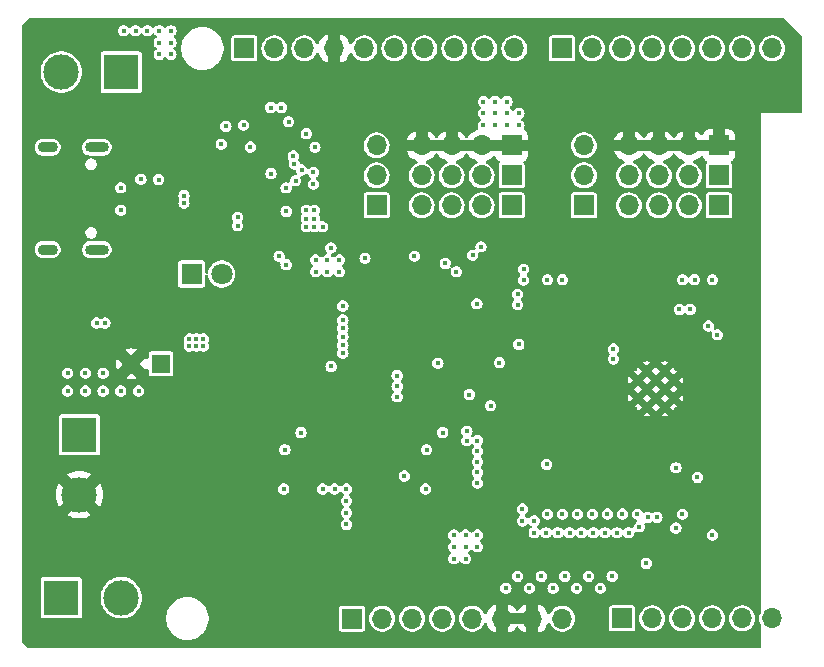
<source format=gbr>
%TF.GenerationSoftware,KiCad,Pcbnew,7.0.1*%
%TF.CreationDate,2023-09-13T21:21:08+01:00*%
%TF.ProjectId,101 PCB,31303120-5043-4422-9e6b-696361645f70,rev?*%
%TF.SameCoordinates,Original*%
%TF.FileFunction,Copper,L3,Inr*%
%TF.FilePolarity,Positive*%
%FSLAX46Y46*%
G04 Gerber Fmt 4.6, Leading zero omitted, Abs format (unit mm)*
G04 Created by KiCad (PCBNEW 7.0.1) date 2023-09-13 21:21:08*
%MOMM*%
%LPD*%
G01*
G04 APERTURE LIST*
%TA.AperFunction,ComponentPad*%
%ADD10R,1.700000X1.700000*%
%TD*%
%TA.AperFunction,ComponentPad*%
%ADD11O,1.700000X1.700000*%
%TD*%
%TA.AperFunction,ComponentPad*%
%ADD12O,2.000000X0.900000*%
%TD*%
%TA.AperFunction,ComponentPad*%
%ADD13O,1.700000X0.900000*%
%TD*%
%TA.AperFunction,HeatsinkPad*%
%ADD14C,0.600000*%
%TD*%
%TA.AperFunction,ComponentPad*%
%ADD15R,1.600000X1.600000*%
%TD*%
%TA.AperFunction,ComponentPad*%
%ADD16C,1.600000*%
%TD*%
%TA.AperFunction,ComponentPad*%
%ADD17R,3.000000X3.000000*%
%TD*%
%TA.AperFunction,ComponentPad*%
%ADD18C,3.000000*%
%TD*%
%TA.AperFunction,ComponentPad*%
%ADD19R,1.800000X1.800000*%
%TD*%
%TA.AperFunction,ComponentPad*%
%ADD20C,1.800000*%
%TD*%
%TA.AperFunction,ViaPad*%
%ADD21C,0.450000*%
%TD*%
G04 APERTURE END LIST*
D10*
%TO.N,VDDIO1*%
%TO.C,J106*%
X166630000Y-75750000D03*
D11*
X164090000Y-75750000D03*
X161550000Y-75750000D03*
X159010000Y-75750000D03*
%TD*%
D12*
%TO.N,unconnected-(J101-SHIELD-PadS1)*%
%TO.C,J101*%
X113970000Y-73375000D03*
%TO.N,unconnected-(J101-SHIELD-PadS2)*%
X113970000Y-82025000D03*
D13*
%TO.N,unconnected-(J101-SHIELD-PadS3)*%
X109800000Y-73375000D03*
%TO.N,unconnected-(J101-SHIELD-PadS4)*%
X109800000Y-82025000D03*
%TD*%
D10*
%TO.N,GND*%
%TO.C,J108*%
X166630000Y-73210000D03*
D11*
X164090000Y-73210000D03*
X161550000Y-73210000D03*
X159010000Y-73210000D03*
%TD*%
D10*
%TO.N,SCL*%
%TO.C,J1*%
X126460000Y-65001000D03*
D11*
%TO.N,SDA*%
X129000000Y-65001000D03*
%TO.N,+3.3V*%
X131540000Y-65001000D03*
%TO.N,GND*%
X134080000Y-65001000D03*
%TO.N,GPIO13*%
X136620000Y-65001000D03*
%TO.N,GPIO2*%
X139160000Y-65001000D03*
%TO.N,GPIO12*%
X141700000Y-65001000D03*
%TO.N,GPIO14*%
X144240000Y-65001000D03*
%TO.N,GPIO4*%
X146780000Y-65001000D03*
%TO.N,GPIO16*%
X149320000Y-65001000D03*
%TD*%
D10*
%TO.N,GND*%
%TO.C,J109*%
X149090000Y-73210000D03*
D11*
X146550000Y-73210000D03*
X144010000Y-73210000D03*
X141470000Y-73210000D03*
%TD*%
D10*
%TO.N,+5V*%
%TO.C,JP102*%
X137660000Y-78290000D03*
D11*
%TO.N,VDDIO2*%
X137660000Y-75750000D03*
%TO.N,VIN*%
X137660000Y-73210000D03*
%TD*%
D14*
%TO.N,GND*%
%TO.C,U101*%
X162057500Y-92295000D03*
X160532500Y-92295000D03*
X162820000Y-93057500D03*
X161295000Y-93057500D03*
X159770000Y-93057500D03*
X162057500Y-93820000D03*
X160532500Y-93820000D03*
X162820000Y-94582500D03*
X161295000Y-94582500D03*
X159770000Y-94582500D03*
X162057500Y-95345000D03*
X160532500Y-95345000D03*
%TD*%
D15*
%TO.N,VIN*%
%TO.C,C119*%
X119405113Y-91700000D03*
D16*
%TO.N,GND*%
X116905113Y-91700000D03*
%TD*%
D10*
%TO.N,GPIO15*%
%TO.C,J5*%
X158455000Y-113260000D03*
D11*
%TO.N,GPIO27*%
X160995000Y-113260000D03*
%TO.N,GPIO26*%
X163535000Y-113260000D03*
%TO.N,GPIO25*%
X166075000Y-113260000D03*
%TO.N,GPIO33*%
X168615000Y-113260000D03*
%TO.N,GPIO32*%
X171155000Y-113260000D03*
%TD*%
D10*
%TO.N,S4*%
%TO.C,J105*%
X149090000Y-78290000D03*
D11*
%TO.N,S5*%
X146550000Y-78290000D03*
%TO.N,S6*%
X144010000Y-78290000D03*
%TO.N,S7*%
X141470000Y-78290000D03*
%TD*%
D17*
%TO.N,/M1_OUT1*%
%TO.C,J102*%
X110960000Y-111500000D03*
D18*
%TO.N,/M1_OUT2*%
X116040000Y-111500000D03*
%TD*%
D10*
%TO.N,VDDIO2*%
%TO.C,J107*%
X149090000Y-75750000D03*
D11*
X146550000Y-75750000D03*
X144010000Y-75750000D03*
X141470000Y-75750000D03*
%TD*%
D10*
%TO.N,S0*%
%TO.C,J104*%
X166630000Y-78290000D03*
D11*
%TO.N,S1*%
X164090000Y-78290000D03*
%TO.N,S2*%
X161550000Y-78290000D03*
%TO.N,S3*%
X159010000Y-78290000D03*
%TD*%
D10*
%TO.N,GPIO17*%
%TO.C,J3*%
X153382000Y-65003000D03*
D11*
%TO.N,GPIO5*%
X155922000Y-65003000D03*
%TO.N,GPIO18*%
X158462000Y-65003000D03*
%TO.N,GPIO19*%
X161002000Y-65003000D03*
%TO.N,GPIO23*%
X163542000Y-65003000D03*
%TO.N,IO0*%
X166082000Y-65003000D03*
%TO.N,ESP32_TX*%
X168622000Y-65003000D03*
%TO.N,ESP32_RX*%
X171162000Y-65003000D03*
%TD*%
D10*
%TO.N,+5V*%
%TO.C,JP101*%
X155200000Y-78290000D03*
D11*
%TO.N,VDDIO1*%
X155200000Y-75750000D03*
%TO.N,VIN*%
X155200000Y-73210000D03*
%TD*%
D10*
%TO.N,unconnected-(J4-Pin_1-Pad1)*%
%TO.C,J4*%
X135597000Y-113264000D03*
D11*
%TO.N,+3.3V*%
X138137000Y-113264000D03*
%TO.N,EN*%
X140677000Y-113264000D03*
%TO.N,+3.3V*%
X143217000Y-113264000D03*
%TO.N,+5V*%
X145757000Y-113264000D03*
%TO.N,GND*%
X148297000Y-113264000D03*
X150837000Y-113264000D03*
%TO.N,VIN*%
X153377000Y-113264000D03*
%TD*%
D17*
%TO.N,/M2_OUT1*%
%TO.C,J103*%
X116040000Y-67000000D03*
D18*
%TO.N,/M2_OUT2*%
X110960000Y-67000000D03*
%TD*%
D17*
%TO.N,+BATT*%
%TO.C,J110*%
X112500000Y-97710000D03*
D18*
%TO.N,GND*%
X112500000Y-102790000D03*
%TD*%
D19*
%TO.N,/STM_LED_K*%
%TO.C,D1*%
X122000000Y-84100000D03*
D20*
%TO.N,/STM_LED_A*%
X124540000Y-84100000D03*
%TD*%
D21*
%TO.N,CC1*%
X117700000Y-76075500D03*
X119200000Y-76100000D03*
X130000000Y-78800000D03*
X134800000Y-88700000D03*
X130000000Y-83300000D03*
X130000000Y-76800000D03*
%TO.N,CC2*%
X129400000Y-82600000D03*
X134800000Y-88000000D03*
%TO.N,NRST*%
X139400000Y-92700000D03*
X133803000Y-91925000D03*
%TO.N,VBUS{slash}11*%
X149600000Y-85800000D03*
X130800000Y-76200000D03*
X157700000Y-90437844D03*
X163555000Y-84582844D03*
X146500000Y-81800000D03*
%TO.N,GND*%
X117300000Y-73800000D03*
X168635000Y-86926498D03*
X120747361Y-77747361D03*
X127315625Y-86179000D03*
X135720000Y-82755604D03*
X128900000Y-72612500D03*
X134050513Y-90783451D03*
X155300000Y-104950000D03*
X148051000Y-65448000D03*
X125500000Y-97500000D03*
X140800000Y-100500000D03*
X115600000Y-74500000D03*
X130900000Y-100500000D03*
X128600000Y-99000000D03*
X145357567Y-83902916D03*
X146143293Y-88617500D03*
X159100000Y-104950000D03*
X130900000Y-99800000D03*
X155550000Y-110750000D03*
X125500000Y-98500000D03*
X137500000Y-97500000D03*
X154550000Y-109750000D03*
X139400000Y-86200000D03*
X126500000Y-97500000D03*
X129500000Y-100500000D03*
X137901000Y-65398000D03*
X152600000Y-109700000D03*
X152160000Y-99499500D03*
X132750000Y-112179633D03*
X149600000Y-110700000D03*
X137500000Y-98500000D03*
X127330513Y-87449000D03*
X130900000Y-101200000D03*
X149712052Y-88790000D03*
X121250000Y-101965208D03*
X139400000Y-88200000D03*
X138500000Y-97500000D03*
X132426407Y-74330000D03*
X142900000Y-100500000D03*
X129500000Y-72612500D03*
X165462000Y-105596000D03*
X127400000Y-99000000D03*
X148600000Y-109700000D03*
X121800000Y-109300000D03*
X128963229Y-91636771D03*
X168635000Y-104428589D03*
X152000000Y-88790000D03*
X134400000Y-93600000D03*
X154697000Y-65454000D03*
X134400000Y-94200000D03*
X152750000Y-104950000D03*
X141400000Y-88200000D03*
X154050000Y-104950000D03*
X137400000Y-88200000D03*
X159751000Y-65448000D03*
X142900000Y-99800000D03*
X141400000Y-86200000D03*
X165000000Y-87750000D03*
X168635000Y-84569199D03*
X141500000Y-100500000D03*
X146123176Y-84637500D03*
X156600000Y-104950000D03*
X164801000Y-65448000D03*
X130425000Y-69956000D03*
X141400000Y-90200000D03*
X139400000Y-99000000D03*
X139400000Y-90200000D03*
X163750000Y-105250000D03*
X168635000Y-102066274D03*
X135000000Y-93600000D03*
X128800000Y-100500000D03*
X130200000Y-100500000D03*
X157600000Y-110700000D03*
X135000000Y-94200000D03*
X139200000Y-106500000D03*
X123000000Y-87900000D03*
X140600000Y-99000000D03*
X156600000Y-109700000D03*
X157850000Y-104950000D03*
X115600000Y-80900000D03*
X137400000Y-86200000D03*
X150600000Y-109700000D03*
X127659000Y-70041000D03*
X169901000Y-65448000D03*
X146142473Y-85660443D03*
X121800000Y-71100000D03*
X124450000Y-72250000D03*
X142200000Y-100500000D03*
X142900000Y-101200000D03*
X121800000Y-69900000D03*
X137400000Y-90200000D03*
X129677638Y-75592170D03*
X121800000Y-70500000D03*
X151600000Y-110700000D03*
X113933210Y-87250000D03*
X165619000Y-101669000D03*
X153600000Y-110700000D03*
X116049500Y-77800000D03*
X142951000Y-65448000D03*
X121800000Y-108700000D03*
X127200000Y-106500000D03*
X121800000Y-109900000D03*
X131410000Y-80900000D03*
%TO.N,/5V_SW*%
X131258156Y-97520000D03*
X129800000Y-102300000D03*
%TO.N,+5V*%
X148700000Y-71500000D03*
X135100000Y-102300000D03*
X146700000Y-70500000D03*
X147700000Y-70500000D03*
X135100000Y-103300000D03*
X135100000Y-105300000D03*
X135100000Y-104300000D03*
X148700000Y-69500000D03*
X133100000Y-102300000D03*
X146700000Y-71500000D03*
X148700000Y-70500000D03*
X149700000Y-70500000D03*
X147700000Y-71500000D03*
X134100000Y-102300000D03*
X147700000Y-69500000D03*
X146700000Y-69500000D03*
X149700000Y-71500000D03*
%TO.N,/3V3_SW*%
X143258156Y-97520000D03*
X141800000Y-102300000D03*
%TO.N,+3.3V*%
X121800000Y-90200000D03*
X132400000Y-78700000D03*
X146200000Y-100000000D03*
X123000000Y-89600000D03*
X166500000Y-89250000D03*
X145200000Y-108200000D03*
X144400000Y-83900000D03*
X132400000Y-80100000D03*
X160600000Y-104700000D03*
X159000000Y-106000000D03*
X132400000Y-79400000D03*
X134500000Y-82900000D03*
X134500000Y-83900000D03*
X150000000Y-104000000D03*
X121800000Y-89600000D03*
X152000000Y-106000000D03*
X130200000Y-71200000D03*
X131300000Y-75300000D03*
X113952329Y-88250000D03*
X152600000Y-110700000D03*
X149600000Y-109700000D03*
X146145507Y-86619014D03*
X132300000Y-76500000D03*
X133500000Y-83900000D03*
X157000000Y-106000000D03*
X123000000Y-90200000D03*
X164200000Y-87100000D03*
X148600000Y-110700000D03*
X132300000Y-75500000D03*
X133100000Y-80100000D03*
X128720000Y-75592033D03*
X144200000Y-108200000D03*
X154000000Y-106000000D03*
X150600000Y-110700000D03*
X122400000Y-90200000D03*
X131700000Y-79400000D03*
X157600000Y-109700000D03*
X151600000Y-109700000D03*
X146200000Y-99100000D03*
X146200000Y-100900000D03*
X151000000Y-105000000D03*
X132439493Y-73370000D03*
X146200000Y-101800000D03*
X132500000Y-83900000D03*
X156600000Y-110700000D03*
X130700000Y-74800000D03*
X144200000Y-107200000D03*
X133500000Y-82900000D03*
X146200000Y-98200000D03*
X122400000Y-89600000D03*
X136680000Y-82767611D03*
X130600000Y-74100000D03*
X154600000Y-110700000D03*
X163300000Y-87100000D03*
X145200000Y-107200000D03*
X156000000Y-106000000D03*
X151000000Y-106000000D03*
X159900000Y-105500000D03*
X161400000Y-104700000D03*
X146200000Y-106200000D03*
X155600000Y-109700000D03*
X145300000Y-97400000D03*
X114653545Y-88250000D03*
X145200000Y-106200000D03*
X153000000Y-106000000D03*
X165750000Y-88500000D03*
X155000000Y-106000000D03*
X145300000Y-98200000D03*
X150000000Y-105000000D03*
X158000000Y-106000000D03*
X132500000Y-82900000D03*
X144200000Y-106200000D03*
X131700000Y-80100000D03*
X153600000Y-109700000D03*
X131700000Y-78700000D03*
X146200000Y-107200000D03*
%TO.N,USB_DP*%
X121353453Y-78099999D03*
X116000000Y-78700000D03*
%TO.N,USB_DN*%
X121353453Y-77449999D03*
X116000000Y-76800000D03*
%TO.N,EN*%
X166095582Y-84575867D03*
X163000000Y-105600000D03*
X147320000Y-95250000D03*
%TO.N,SDA*%
X125900000Y-79300000D03*
X128700000Y-70000000D03*
X160485000Y-108600000D03*
X134800000Y-89400000D03*
%TO.N,SCL*%
X166095000Y-106200000D03*
X134800000Y-86800000D03*
X125900000Y-80000000D03*
X129587500Y-70000000D03*
%TO.N,IMU_INT1*%
X150100000Y-83700000D03*
X126962500Y-73350000D03*
%TO.N,IMU_INT2*%
X131700000Y-72212500D03*
X150100000Y-84600000D03*
%TO.N,ESP32_RX*%
X163555000Y-104432301D03*
%TO.N,ESP32_TX*%
X164825000Y-101312197D03*
%TO.N,GPIO5*%
X157205000Y-104423128D03*
%TO.N,GPIO23*%
X163000000Y-100500000D03*
%TO.N,GPIO19*%
X159745000Y-104426075D03*
%TO.N,GPIO18*%
X158475000Y-104421663D03*
%TO.N,GPIO14*%
X153395000Y-84570217D03*
%TO.N,GPIO12*%
X152125000Y-84579888D03*
%TO.N,GPIO13*%
X149696709Y-90059341D03*
%TO.N,GPIO2*%
X152045825Y-100220000D03*
%TO.N,IO0*%
X148050000Y-91600000D03*
X152125000Y-104427058D03*
%TO.N,GPIO4*%
X153395000Y-104430948D03*
%TO.N,GPIO16*%
X154665000Y-104426314D03*
%TO.N,GPIO17*%
X155935000Y-104427779D03*
%TO.N,MOTOR_SLEEP*%
X139400000Y-93600000D03*
X126400000Y-71500000D03*
%TO.N,M2_IN2*%
X124900000Y-71600000D03*
X134800000Y-90100000D03*
%TO.N,M2_IN1*%
X134800000Y-90800000D03*
X124500000Y-73100000D03*
%TO.N,S3*%
X143472000Y-83200000D03*
X140861000Y-82582000D03*
%TO.N,/STM_LED_A*%
X139400000Y-94500000D03*
%TO.N,VIN*%
X111500000Y-92500000D03*
X129888850Y-98972203D03*
X140000000Y-101200000D03*
X119250000Y-65500000D03*
X119250000Y-64500000D03*
X114500000Y-92500000D03*
X118250000Y-63500000D03*
X116000000Y-94000000D03*
X120250000Y-64500000D03*
X120250000Y-63500000D03*
X117500000Y-94000000D03*
X113000000Y-94000000D03*
X111500000Y-94000000D03*
X117250000Y-63500000D03*
X120250000Y-65500000D03*
X114500000Y-94000000D03*
X119250000Y-63500000D03*
X113000000Y-92500000D03*
X116250000Y-63500000D03*
X141888850Y-98972203D03*
%TO.N,/STM32_EN*%
X142850000Y-91650000D03*
X145500000Y-94300000D03*
%TO.N,VIN{slash}11*%
X133790000Y-81880000D03*
X164591790Y-84574456D03*
X145800000Y-82500000D03*
X157700000Y-91283123D03*
X149600000Y-86700000D03*
%TD*%
%TA.AperFunction,Conductor*%
%TO.N,GND*%
G36*
X172175883Y-62469939D02*
G01*
X172216111Y-62496819D01*
X173663181Y-63943888D01*
X173690061Y-63984116D01*
X173699500Y-64031569D01*
X173699500Y-70376000D01*
X173682887Y-70438000D01*
X173637500Y-70483387D01*
X173575500Y-70500000D01*
X170185000Y-70500000D01*
X170185000Y-112709920D01*
X170172000Y-112765192D01*
X170124417Y-112860750D01*
X170068602Y-113056916D01*
X170049785Y-113259999D01*
X170068602Y-113463083D01*
X170124417Y-113659249D01*
X170172000Y-113754808D01*
X170185000Y-113810080D01*
X170185000Y-115675500D01*
X170168387Y-115737500D01*
X170123000Y-115782887D01*
X170061000Y-115799500D01*
X108251569Y-115799500D01*
X108204116Y-115790061D01*
X108163888Y-115763181D01*
X107696819Y-115296111D01*
X107669939Y-115255883D01*
X107660500Y-115208430D01*
X107660500Y-113394929D01*
X119829500Y-113394929D01*
X119869719Y-113661771D01*
X119901253Y-113764000D01*
X119949262Y-113919641D01*
X119992093Y-114008580D01*
X120066347Y-114162771D01*
X120066348Y-114162772D01*
X120066349Y-114162774D01*
X120218365Y-114385741D01*
X120401915Y-114583561D01*
X120612898Y-114751815D01*
X120846602Y-114886743D01*
X121097805Y-114985334D01*
X121360897Y-115045383D01*
X121418533Y-115049702D01*
X121562619Y-115060500D01*
X121562624Y-115060500D01*
X121697376Y-115060500D01*
X121697381Y-115060500D01*
X121823455Y-115051051D01*
X121899103Y-115045383D01*
X122162195Y-114985334D01*
X122413398Y-114886743D01*
X122647102Y-114751815D01*
X122858085Y-114583561D01*
X123041635Y-114385741D01*
X123193651Y-114162775D01*
X123205257Y-114138675D01*
X134496500Y-114138675D01*
X134511033Y-114211738D01*
X134511033Y-114211739D01*
X134511034Y-114211740D01*
X134566399Y-114294601D01*
X134649260Y-114349966D01*
X134685792Y-114357232D01*
X134722325Y-114364500D01*
X134722326Y-114364500D01*
X136471674Y-114364500D01*
X136471675Y-114364500D01*
X136496029Y-114359655D01*
X136544740Y-114349966D01*
X136627601Y-114294601D01*
X136682966Y-114211740D01*
X136697500Y-114138674D01*
X136697500Y-113263999D01*
X137031785Y-113263999D01*
X137050602Y-113467083D01*
X137106418Y-113663251D01*
X137197324Y-113845818D01*
X137320236Y-114008580D01*
X137470958Y-114145981D01*
X137644361Y-114253347D01*
X137644363Y-114253348D01*
X137834544Y-114327024D01*
X138035024Y-114364500D01*
X138238974Y-114364500D01*
X138238976Y-114364500D01*
X138439456Y-114327024D01*
X138629637Y-114253348D01*
X138803041Y-114145981D01*
X138953764Y-114008579D01*
X139076673Y-113845821D01*
X139076673Y-113845819D01*
X139076675Y-113845818D01*
X139152276Y-113693989D01*
X139167582Y-113663250D01*
X139223397Y-113467083D01*
X139242215Y-113264000D01*
X139242215Y-113263999D01*
X139571785Y-113263999D01*
X139590602Y-113467083D01*
X139646418Y-113663251D01*
X139737324Y-113845818D01*
X139860236Y-114008580D01*
X140010958Y-114145981D01*
X140184361Y-114253347D01*
X140184363Y-114253348D01*
X140374544Y-114327024D01*
X140575024Y-114364500D01*
X140778974Y-114364500D01*
X140778976Y-114364500D01*
X140979456Y-114327024D01*
X141169637Y-114253348D01*
X141343041Y-114145981D01*
X141493764Y-114008579D01*
X141616673Y-113845821D01*
X141616673Y-113845819D01*
X141616675Y-113845818D01*
X141692276Y-113693989D01*
X141707582Y-113663250D01*
X141763397Y-113467083D01*
X141782215Y-113264000D01*
X141782215Y-113263999D01*
X142111785Y-113263999D01*
X142130602Y-113467083D01*
X142186418Y-113663251D01*
X142277324Y-113845818D01*
X142400236Y-114008580D01*
X142550958Y-114145981D01*
X142724361Y-114253347D01*
X142724363Y-114253348D01*
X142914544Y-114327024D01*
X143115024Y-114364500D01*
X143318974Y-114364500D01*
X143318976Y-114364500D01*
X143519456Y-114327024D01*
X143709637Y-114253348D01*
X143883041Y-114145981D01*
X144033764Y-114008579D01*
X144156673Y-113845821D01*
X144156673Y-113845819D01*
X144156675Y-113845818D01*
X144232276Y-113693989D01*
X144247582Y-113663250D01*
X144303397Y-113467083D01*
X144322215Y-113264000D01*
X144322215Y-113263999D01*
X144651785Y-113263999D01*
X144670602Y-113467083D01*
X144726418Y-113663251D01*
X144817324Y-113845818D01*
X144940236Y-114008580D01*
X145090958Y-114145981D01*
X145264361Y-114253347D01*
X145264363Y-114253348D01*
X145454544Y-114327024D01*
X145655024Y-114364500D01*
X145858974Y-114364500D01*
X145858976Y-114364500D01*
X146059456Y-114327024D01*
X146249637Y-114253348D01*
X146423041Y-114145981D01*
X146573764Y-114008579D01*
X146696673Y-113845821D01*
X146744521Y-113749728D01*
X146783817Y-113670812D01*
X146822240Y-113625541D01*
X146877307Y-113603326D01*
X146936388Y-113609259D01*
X146985937Y-113641981D01*
X147014592Y-113693989D01*
X147023569Y-113727492D01*
X147123399Y-113941576D01*
X147258893Y-114135081D01*
X147425918Y-114302106D01*
X147619423Y-114437600D01*
X147796999Y-114520406D01*
X147797000Y-114520407D01*
X147797000Y-113764000D01*
X148797000Y-113764000D01*
X148797000Y-114520406D01*
X148974576Y-114437600D01*
X149168081Y-114302106D01*
X149335106Y-114135081D01*
X149465425Y-113948968D01*
X149509743Y-113910103D01*
X149567000Y-113896092D01*
X149624257Y-113910103D01*
X149668575Y-113948968D01*
X149798893Y-114135081D01*
X149965918Y-114302106D01*
X150159423Y-114437600D01*
X150336999Y-114520406D01*
X150337000Y-114520407D01*
X150337000Y-113764000D01*
X148797000Y-113764000D01*
X147797000Y-113764000D01*
X147797000Y-112007595D01*
X147796999Y-112007594D01*
X147619421Y-112090400D01*
X147425921Y-112225890D01*
X147258890Y-112392921D01*
X147123400Y-112586421D01*
X147023567Y-112800511D01*
X147014591Y-112834011D01*
X146985937Y-112886018D01*
X146936388Y-112918740D01*
X146877307Y-112924673D01*
X146822241Y-112902458D01*
X146783817Y-112857187D01*
X146696675Y-112682181D01*
X146573763Y-112519419D01*
X146423041Y-112382018D01*
X146249638Y-112274652D01*
X146059457Y-112200976D01*
X145936726Y-112178034D01*
X145858976Y-112163500D01*
X145655024Y-112163500D01*
X145577279Y-112178033D01*
X145454542Y-112200976D01*
X145264361Y-112274652D01*
X145090958Y-112382018D01*
X144940236Y-112519419D01*
X144817324Y-112682181D01*
X144726418Y-112864748D01*
X144670602Y-113060916D01*
X144651785Y-113263999D01*
X144322215Y-113263999D01*
X144303397Y-113060917D01*
X144247582Y-112864750D01*
X144215593Y-112800507D01*
X144156675Y-112682181D01*
X144033763Y-112519419D01*
X143883041Y-112382018D01*
X143709638Y-112274652D01*
X143519457Y-112200976D01*
X143396726Y-112178034D01*
X143318976Y-112163500D01*
X143115024Y-112163500D01*
X143037279Y-112178033D01*
X142914542Y-112200976D01*
X142724361Y-112274652D01*
X142550958Y-112382018D01*
X142400236Y-112519419D01*
X142277324Y-112682181D01*
X142186418Y-112864748D01*
X142130602Y-113060916D01*
X142111785Y-113263999D01*
X141782215Y-113263999D01*
X141763397Y-113060917D01*
X141707582Y-112864750D01*
X141675593Y-112800507D01*
X141616675Y-112682181D01*
X141493763Y-112519419D01*
X141343041Y-112382018D01*
X141169638Y-112274652D01*
X140979457Y-112200976D01*
X140856726Y-112178034D01*
X140778976Y-112163500D01*
X140575024Y-112163500D01*
X140497279Y-112178033D01*
X140374542Y-112200976D01*
X140184361Y-112274652D01*
X140010958Y-112382018D01*
X139860236Y-112519419D01*
X139737324Y-112682181D01*
X139646418Y-112864748D01*
X139590602Y-113060916D01*
X139571785Y-113263999D01*
X139242215Y-113263999D01*
X139223397Y-113060917D01*
X139167582Y-112864750D01*
X139135593Y-112800507D01*
X139076675Y-112682181D01*
X138953763Y-112519419D01*
X138803041Y-112382018D01*
X138629638Y-112274652D01*
X138439457Y-112200976D01*
X138316726Y-112178034D01*
X138238976Y-112163500D01*
X138035024Y-112163500D01*
X137957279Y-112178033D01*
X137834542Y-112200976D01*
X137644361Y-112274652D01*
X137470958Y-112382018D01*
X137320236Y-112519419D01*
X137197324Y-112682181D01*
X137106418Y-112864748D01*
X137050602Y-113060916D01*
X137031785Y-113263999D01*
X136697500Y-113263999D01*
X136697500Y-112389326D01*
X136696704Y-112385326D01*
X136682966Y-112316261D01*
X136682966Y-112316260D01*
X136627601Y-112233399D01*
X136544740Y-112178034D01*
X136544739Y-112178033D01*
X136544738Y-112178033D01*
X136471675Y-112163500D01*
X136471674Y-112163500D01*
X134722326Y-112163500D01*
X134722325Y-112163500D01*
X134649261Y-112178033D01*
X134566399Y-112233399D01*
X134511033Y-112316261D01*
X134496500Y-112389325D01*
X134496500Y-114138675D01*
X123205257Y-114138675D01*
X123310738Y-113919641D01*
X123390280Y-113661772D01*
X123430500Y-113394929D01*
X123430500Y-113125071D01*
X123390280Y-112858228D01*
X123310738Y-112600359D01*
X123193651Y-112357226D01*
X123041635Y-112134259D01*
X122924106Y-112007593D01*
X148797000Y-112007593D01*
X148797000Y-112764000D01*
X150337000Y-112764000D01*
X150337000Y-112007595D01*
X150336999Y-112007594D01*
X150159421Y-112090400D01*
X149965921Y-112225890D01*
X149798893Y-112392918D01*
X149668575Y-112579032D01*
X149624257Y-112617897D01*
X149567000Y-112631908D01*
X149509743Y-112617897D01*
X149465425Y-112579032D01*
X149335106Y-112392918D01*
X149168081Y-112225893D01*
X148974576Y-112090399D01*
X148797000Y-112007593D01*
X151337000Y-112007593D01*
X151337000Y-114520406D01*
X151514576Y-114437600D01*
X151708081Y-114302106D01*
X151875106Y-114135081D01*
X152010600Y-113941576D01*
X152110431Y-113727491D01*
X152119407Y-113693991D01*
X152148060Y-113641983D01*
X152197609Y-113609260D01*
X152256691Y-113603325D01*
X152311758Y-113625541D01*
X152350182Y-113670811D01*
X152437326Y-113845820D01*
X152560236Y-114008580D01*
X152710958Y-114145981D01*
X152884361Y-114253347D01*
X152884363Y-114253348D01*
X153074544Y-114327024D01*
X153275024Y-114364500D01*
X153478974Y-114364500D01*
X153478976Y-114364500D01*
X153679456Y-114327024D01*
X153869637Y-114253348D01*
X154043041Y-114145981D01*
X154055443Y-114134675D01*
X157354500Y-114134675D01*
X157369033Y-114207738D01*
X157369033Y-114207739D01*
X157369034Y-114207740D01*
X157424399Y-114290601D01*
X157507260Y-114345966D01*
X157527369Y-114349966D01*
X157580325Y-114360500D01*
X157580326Y-114360500D01*
X159329674Y-114360500D01*
X159329675Y-114360500D01*
X159354029Y-114355655D01*
X159402740Y-114345966D01*
X159485601Y-114290601D01*
X159540966Y-114207740D01*
X159554704Y-114138675D01*
X159555500Y-114134675D01*
X159555500Y-113259999D01*
X159889785Y-113259999D01*
X159908602Y-113463083D01*
X159964418Y-113659251D01*
X160055324Y-113841818D01*
X160178236Y-114004580D01*
X160328958Y-114141981D01*
X160502361Y-114249347D01*
X160502363Y-114249348D01*
X160692544Y-114323024D01*
X160893024Y-114360500D01*
X161096974Y-114360500D01*
X161096976Y-114360500D01*
X161297456Y-114323024D01*
X161487637Y-114249348D01*
X161661041Y-114141981D01*
X161811764Y-114004579D01*
X161934673Y-113841821D01*
X161934673Y-113841819D01*
X161934675Y-113841818D01*
X162008284Y-113693989D01*
X162025582Y-113659250D01*
X162081397Y-113463083D01*
X162100215Y-113260000D01*
X162100215Y-113259999D01*
X162429785Y-113259999D01*
X162448602Y-113463083D01*
X162504418Y-113659251D01*
X162595324Y-113841818D01*
X162718236Y-114004580D01*
X162868958Y-114141981D01*
X163042361Y-114249347D01*
X163042363Y-114249348D01*
X163232544Y-114323024D01*
X163433024Y-114360500D01*
X163636974Y-114360500D01*
X163636976Y-114360500D01*
X163837456Y-114323024D01*
X164027637Y-114249348D01*
X164201041Y-114141981D01*
X164351764Y-114004579D01*
X164474673Y-113841821D01*
X164474673Y-113841819D01*
X164474675Y-113841818D01*
X164548284Y-113693989D01*
X164565582Y-113659250D01*
X164621397Y-113463083D01*
X164640215Y-113260000D01*
X164640215Y-113259999D01*
X164969785Y-113259999D01*
X164988602Y-113463083D01*
X165044418Y-113659251D01*
X165135324Y-113841818D01*
X165258236Y-114004580D01*
X165408958Y-114141981D01*
X165582361Y-114249347D01*
X165582363Y-114249348D01*
X165772544Y-114323024D01*
X165973024Y-114360500D01*
X166176974Y-114360500D01*
X166176976Y-114360500D01*
X166377456Y-114323024D01*
X166567637Y-114249348D01*
X166741041Y-114141981D01*
X166891764Y-114004579D01*
X167014673Y-113841821D01*
X167014673Y-113841819D01*
X167014675Y-113841818D01*
X167088284Y-113693989D01*
X167105582Y-113659250D01*
X167161397Y-113463083D01*
X167180215Y-113260000D01*
X167180215Y-113259999D01*
X167509785Y-113259999D01*
X167528602Y-113463083D01*
X167584418Y-113659251D01*
X167675324Y-113841818D01*
X167798236Y-114004580D01*
X167948958Y-114141981D01*
X168122361Y-114249347D01*
X168122363Y-114249348D01*
X168312544Y-114323024D01*
X168513024Y-114360500D01*
X168716974Y-114360500D01*
X168716976Y-114360500D01*
X168917456Y-114323024D01*
X169107637Y-114249348D01*
X169281041Y-114141981D01*
X169431764Y-114004579D01*
X169554673Y-113841821D01*
X169554673Y-113841819D01*
X169554675Y-113841818D01*
X169628284Y-113693989D01*
X169645582Y-113659250D01*
X169701397Y-113463083D01*
X169720215Y-113260000D01*
X169701397Y-113056917D01*
X169645582Y-112860750D01*
X169615585Y-112800507D01*
X169554675Y-112678181D01*
X169431763Y-112515419D01*
X169281041Y-112378018D01*
X169107638Y-112270652D01*
X168917457Y-112196976D01*
X168850629Y-112184483D01*
X168716976Y-112159500D01*
X168513024Y-112159500D01*
X168435279Y-112174033D01*
X168312542Y-112196976D01*
X168122361Y-112270652D01*
X167948958Y-112378018D01*
X167798236Y-112515419D01*
X167675324Y-112678181D01*
X167584418Y-112860748D01*
X167528602Y-113056916D01*
X167509785Y-113259999D01*
X167180215Y-113259999D01*
X167161397Y-113056917D01*
X167105582Y-112860750D01*
X167075585Y-112800507D01*
X167014675Y-112678181D01*
X166891763Y-112515419D01*
X166741041Y-112378018D01*
X166567638Y-112270652D01*
X166377457Y-112196976D01*
X166310629Y-112184483D01*
X166176976Y-112159500D01*
X165973024Y-112159500D01*
X165895279Y-112174033D01*
X165772542Y-112196976D01*
X165582361Y-112270652D01*
X165408958Y-112378018D01*
X165258236Y-112515419D01*
X165135324Y-112678181D01*
X165044418Y-112860748D01*
X164988602Y-113056916D01*
X164969785Y-113259999D01*
X164640215Y-113259999D01*
X164621397Y-113056917D01*
X164565582Y-112860750D01*
X164535585Y-112800507D01*
X164474675Y-112678181D01*
X164351763Y-112515419D01*
X164201041Y-112378018D01*
X164027638Y-112270652D01*
X163837457Y-112196976D01*
X163770629Y-112184483D01*
X163636976Y-112159500D01*
X163433024Y-112159500D01*
X163355279Y-112174033D01*
X163232542Y-112196976D01*
X163042361Y-112270652D01*
X162868958Y-112378018D01*
X162718236Y-112515419D01*
X162595324Y-112678181D01*
X162504418Y-112860748D01*
X162448602Y-113056916D01*
X162429785Y-113259999D01*
X162100215Y-113259999D01*
X162081397Y-113056917D01*
X162025582Y-112860750D01*
X161995585Y-112800507D01*
X161934675Y-112678181D01*
X161811763Y-112515419D01*
X161661041Y-112378018D01*
X161487638Y-112270652D01*
X161297457Y-112196976D01*
X161230629Y-112184483D01*
X161096976Y-112159500D01*
X160893024Y-112159500D01*
X160815279Y-112174033D01*
X160692542Y-112196976D01*
X160502361Y-112270652D01*
X160328958Y-112378018D01*
X160178236Y-112515419D01*
X160055324Y-112678181D01*
X159964418Y-112860748D01*
X159908602Y-113056916D01*
X159889785Y-113259999D01*
X159555500Y-113259999D01*
X159555500Y-112385325D01*
X159541762Y-112316261D01*
X159540966Y-112312260D01*
X159485601Y-112229399D01*
X159402740Y-112174034D01*
X159402739Y-112174033D01*
X159402738Y-112174033D01*
X159329675Y-112159500D01*
X159329674Y-112159500D01*
X157580326Y-112159500D01*
X157580325Y-112159500D01*
X157507261Y-112174033D01*
X157424399Y-112229399D01*
X157369033Y-112312261D01*
X157354500Y-112385325D01*
X157354500Y-114134675D01*
X154055443Y-114134675D01*
X154193764Y-114008579D01*
X154316673Y-113845821D01*
X154316673Y-113845819D01*
X154316675Y-113845818D01*
X154392276Y-113693989D01*
X154407582Y-113663250D01*
X154463397Y-113467083D01*
X154482215Y-113264000D01*
X154463397Y-113060917D01*
X154407582Y-112864750D01*
X154375593Y-112800507D01*
X154316675Y-112682181D01*
X154193763Y-112519419D01*
X154043041Y-112382018D01*
X153869638Y-112274652D01*
X153679457Y-112200976D01*
X153556726Y-112178034D01*
X153478976Y-112163500D01*
X153275024Y-112163500D01*
X153197279Y-112178033D01*
X153074542Y-112200976D01*
X152884361Y-112274652D01*
X152710958Y-112382018D01*
X152560236Y-112519419D01*
X152437326Y-112682179D01*
X152350182Y-112857188D01*
X152311758Y-112902458D01*
X152256691Y-112924674D01*
X152197609Y-112918739D01*
X152148061Y-112886016D01*
X152119407Y-112834009D01*
X152110430Y-112800507D01*
X152010599Y-112586421D01*
X151875109Y-112392921D01*
X151708081Y-112225893D01*
X151514576Y-112090399D01*
X151337000Y-112007593D01*
X148797000Y-112007593D01*
X122924106Y-112007593D01*
X122858085Y-111936439D01*
X122647102Y-111768185D01*
X122413398Y-111633257D01*
X122162195Y-111534666D01*
X122162194Y-111534665D01*
X121899100Y-111474616D01*
X121697381Y-111459500D01*
X121697376Y-111459500D01*
X121562624Y-111459500D01*
X121562619Y-111459500D01*
X121360899Y-111474616D01*
X121097804Y-111534666D01*
X120846601Y-111633257D01*
X120612899Y-111768184D01*
X120401914Y-111936439D01*
X120218366Y-112134256D01*
X120066348Y-112357227D01*
X119949262Y-112600359D01*
X119869719Y-112858228D01*
X119829500Y-113125071D01*
X119829500Y-113394929D01*
X107660500Y-113394929D01*
X107660500Y-113024675D01*
X109209500Y-113024675D01*
X109224033Y-113097738D01*
X109224033Y-113097739D01*
X109224034Y-113097740D01*
X109279399Y-113180601D01*
X109362260Y-113235966D01*
X109398792Y-113243232D01*
X109435325Y-113250500D01*
X109435326Y-113250500D01*
X112484674Y-113250500D01*
X112484675Y-113250500D01*
X112509029Y-113245655D01*
X112557740Y-113235966D01*
X112640601Y-113180601D01*
X112695966Y-113097740D01*
X112710500Y-113024674D01*
X112710500Y-111499999D01*
X114284591Y-111499999D01*
X114304197Y-111761627D01*
X114362580Y-112017418D01*
X114458431Y-112261641D01*
X114534223Y-112392918D01*
X114589614Y-112488857D01*
X114753195Y-112693981D01*
X114753197Y-112693983D01*
X114753198Y-112693984D01*
X114945514Y-112872428D01*
X114945520Y-112872432D01*
X114945521Y-112872433D01*
X115162296Y-113020228D01*
X115398677Y-113134063D01*
X115649385Y-113211396D01*
X115908818Y-113250500D01*
X116171182Y-113250500D01*
X116430615Y-113211396D01*
X116681323Y-113134063D01*
X116917704Y-113020228D01*
X117134479Y-112872433D01*
X117134482Y-112872429D01*
X117134485Y-112872428D01*
X117219792Y-112793273D01*
X117326805Y-112693981D01*
X117490386Y-112488857D01*
X117621568Y-112261643D01*
X117717420Y-112017416D01*
X117775802Y-111761630D01*
X117795408Y-111500000D01*
X117775802Y-111238370D01*
X117717420Y-110982584D01*
X117621568Y-110738357D01*
X117599422Y-110699999D01*
X148119610Y-110699999D01*
X148139068Y-110835342D01*
X148195869Y-110959717D01*
X148285412Y-111063056D01*
X148400437Y-111136977D01*
X148400439Y-111136978D01*
X148531633Y-111175500D01*
X148668367Y-111175500D01*
X148799561Y-111136978D01*
X148914589Y-111063055D01*
X149004130Y-110959718D01*
X149060931Y-110835342D01*
X149080390Y-110700000D01*
X149080390Y-110699999D01*
X150119610Y-110699999D01*
X150139068Y-110835342D01*
X150195869Y-110959717D01*
X150285412Y-111063056D01*
X150400437Y-111136977D01*
X150400439Y-111136978D01*
X150531633Y-111175500D01*
X150668367Y-111175500D01*
X150799561Y-111136978D01*
X150914589Y-111063055D01*
X151004130Y-110959718D01*
X151060931Y-110835342D01*
X151080390Y-110700000D01*
X151080390Y-110699999D01*
X152119610Y-110699999D01*
X152139068Y-110835342D01*
X152195869Y-110959717D01*
X152285412Y-111063056D01*
X152400437Y-111136977D01*
X152400439Y-111136978D01*
X152531633Y-111175500D01*
X152668367Y-111175500D01*
X152799561Y-111136978D01*
X152914589Y-111063055D01*
X153004130Y-110959718D01*
X153060931Y-110835342D01*
X153080390Y-110700000D01*
X153080390Y-110699999D01*
X154119610Y-110699999D01*
X154139068Y-110835342D01*
X154195869Y-110959717D01*
X154285412Y-111063056D01*
X154400437Y-111136977D01*
X154400439Y-111136978D01*
X154531633Y-111175500D01*
X154668367Y-111175500D01*
X154799561Y-111136978D01*
X154914589Y-111063055D01*
X155004130Y-110959718D01*
X155060931Y-110835342D01*
X155080390Y-110700000D01*
X155080390Y-110699999D01*
X156119610Y-110699999D01*
X156139068Y-110835342D01*
X156195869Y-110959717D01*
X156285412Y-111063056D01*
X156400437Y-111136977D01*
X156400439Y-111136978D01*
X156531633Y-111175500D01*
X156668367Y-111175500D01*
X156799561Y-111136978D01*
X156914589Y-111063055D01*
X157004130Y-110959718D01*
X157060931Y-110835342D01*
X157080390Y-110700000D01*
X157060931Y-110564658D01*
X157036491Y-110511143D01*
X157004130Y-110440282D01*
X156914587Y-110336943D01*
X156799562Y-110263022D01*
X156668367Y-110224500D01*
X156531633Y-110224500D01*
X156400437Y-110263022D01*
X156285412Y-110336943D01*
X156195869Y-110440282D01*
X156139068Y-110564657D01*
X156119610Y-110699999D01*
X155080390Y-110699999D01*
X155060931Y-110564658D01*
X155036491Y-110511143D01*
X155004130Y-110440282D01*
X154914587Y-110336943D01*
X154799562Y-110263022D01*
X154668367Y-110224500D01*
X154531633Y-110224500D01*
X154400437Y-110263022D01*
X154285412Y-110336943D01*
X154195869Y-110440282D01*
X154139068Y-110564657D01*
X154119610Y-110699999D01*
X153080390Y-110699999D01*
X153060931Y-110564658D01*
X153036491Y-110511143D01*
X153004130Y-110440282D01*
X152914587Y-110336943D01*
X152799562Y-110263022D01*
X152668367Y-110224500D01*
X152531633Y-110224500D01*
X152400437Y-110263022D01*
X152285412Y-110336943D01*
X152195869Y-110440282D01*
X152139068Y-110564657D01*
X152119610Y-110699999D01*
X151080390Y-110699999D01*
X151060931Y-110564658D01*
X151036491Y-110511143D01*
X151004130Y-110440282D01*
X150914587Y-110336943D01*
X150799562Y-110263022D01*
X150668367Y-110224500D01*
X150531633Y-110224500D01*
X150400437Y-110263022D01*
X150285412Y-110336943D01*
X150195869Y-110440282D01*
X150139068Y-110564657D01*
X150119610Y-110699999D01*
X149080390Y-110699999D01*
X149060931Y-110564658D01*
X149036491Y-110511143D01*
X149004130Y-110440282D01*
X148914587Y-110336943D01*
X148799562Y-110263022D01*
X148668367Y-110224500D01*
X148531633Y-110224500D01*
X148400437Y-110263022D01*
X148285412Y-110336943D01*
X148195869Y-110440282D01*
X148139068Y-110564657D01*
X148119610Y-110699999D01*
X117599422Y-110699999D01*
X117490386Y-110511143D01*
X117326805Y-110306019D01*
X117326801Y-110306015D01*
X117134485Y-110127571D01*
X117117170Y-110115766D01*
X116917704Y-109979772D01*
X116681323Y-109865937D01*
X116430615Y-109788604D01*
X116171182Y-109749500D01*
X115908818Y-109749500D01*
X115649385Y-109788604D01*
X115398677Y-109865937D01*
X115162296Y-109979772D01*
X115092922Y-110027070D01*
X114945514Y-110127571D01*
X114753198Y-110306015D01*
X114589613Y-110511143D01*
X114458431Y-110738358D01*
X114362580Y-110982581D01*
X114304197Y-111238372D01*
X114284591Y-111499999D01*
X112710500Y-111499999D01*
X112710500Y-109975326D01*
X112695966Y-109902260D01*
X112640601Y-109819399D01*
X112557740Y-109764034D01*
X112557739Y-109764033D01*
X112557738Y-109764033D01*
X112484675Y-109749500D01*
X112484674Y-109749500D01*
X109435326Y-109749500D01*
X109435325Y-109749500D01*
X109362261Y-109764033D01*
X109279399Y-109819399D01*
X109224033Y-109902261D01*
X109209500Y-109975325D01*
X109209500Y-113024675D01*
X107660500Y-113024675D01*
X107660500Y-109700000D01*
X149119610Y-109700000D01*
X149139068Y-109835342D01*
X149195869Y-109959717D01*
X149285412Y-110063056D01*
X149385795Y-110127567D01*
X149400439Y-110136978D01*
X149531633Y-110175500D01*
X149668367Y-110175500D01*
X149799561Y-110136978D01*
X149914589Y-110063055D01*
X150004130Y-109959718D01*
X150060931Y-109835342D01*
X150080390Y-109700000D01*
X150080390Y-109699999D01*
X151119610Y-109699999D01*
X151139068Y-109835342D01*
X151195869Y-109959717D01*
X151285412Y-110063056D01*
X151385795Y-110127567D01*
X151400439Y-110136978D01*
X151531633Y-110175500D01*
X151668367Y-110175500D01*
X151799561Y-110136978D01*
X151914589Y-110063055D01*
X152004130Y-109959718D01*
X152060931Y-109835342D01*
X152080390Y-109700000D01*
X152080390Y-109699999D01*
X153119610Y-109699999D01*
X153139068Y-109835342D01*
X153195869Y-109959717D01*
X153285412Y-110063056D01*
X153385795Y-110127567D01*
X153400439Y-110136978D01*
X153531633Y-110175500D01*
X153668367Y-110175500D01*
X153799561Y-110136978D01*
X153914589Y-110063055D01*
X154004130Y-109959718D01*
X154060931Y-109835342D01*
X154080390Y-109700000D01*
X154080390Y-109699999D01*
X155119610Y-109699999D01*
X155139068Y-109835342D01*
X155195869Y-109959717D01*
X155285412Y-110063056D01*
X155385795Y-110127567D01*
X155400439Y-110136978D01*
X155531633Y-110175500D01*
X155668367Y-110175500D01*
X155799561Y-110136978D01*
X155914589Y-110063055D01*
X156004130Y-109959718D01*
X156060931Y-109835342D01*
X156080390Y-109700000D01*
X156080390Y-109699999D01*
X157119610Y-109699999D01*
X157139068Y-109835342D01*
X157195869Y-109959717D01*
X157285412Y-110063056D01*
X157385795Y-110127567D01*
X157400439Y-110136978D01*
X157531633Y-110175500D01*
X157668367Y-110175500D01*
X157799561Y-110136978D01*
X157914589Y-110063055D01*
X158004130Y-109959718D01*
X158060931Y-109835342D01*
X158080390Y-109700000D01*
X158060931Y-109564658D01*
X158004130Y-109440282D01*
X157914589Y-109336945D01*
X157914588Y-109336944D01*
X157914587Y-109336943D01*
X157799562Y-109263022D01*
X157668367Y-109224500D01*
X157531633Y-109224500D01*
X157400437Y-109263022D01*
X157285412Y-109336943D01*
X157195869Y-109440282D01*
X157139068Y-109564657D01*
X157119610Y-109699999D01*
X156080390Y-109699999D01*
X156060931Y-109564658D01*
X156004130Y-109440282D01*
X155914589Y-109336945D01*
X155914588Y-109336944D01*
X155914587Y-109336943D01*
X155799562Y-109263022D01*
X155668367Y-109224500D01*
X155531633Y-109224500D01*
X155400437Y-109263022D01*
X155285412Y-109336943D01*
X155195869Y-109440282D01*
X155139068Y-109564657D01*
X155119610Y-109699999D01*
X154080390Y-109699999D01*
X154060931Y-109564658D01*
X154004130Y-109440282D01*
X153914589Y-109336945D01*
X153914588Y-109336944D01*
X153914587Y-109336943D01*
X153799562Y-109263022D01*
X153668367Y-109224500D01*
X153531633Y-109224500D01*
X153400437Y-109263022D01*
X153285412Y-109336943D01*
X153195869Y-109440282D01*
X153139068Y-109564657D01*
X153119610Y-109699999D01*
X152080390Y-109699999D01*
X152060931Y-109564658D01*
X152004130Y-109440282D01*
X151914589Y-109336945D01*
X151914588Y-109336944D01*
X151914587Y-109336943D01*
X151799562Y-109263022D01*
X151668367Y-109224500D01*
X151531633Y-109224500D01*
X151400437Y-109263022D01*
X151285412Y-109336943D01*
X151195869Y-109440282D01*
X151139068Y-109564657D01*
X151119610Y-109699999D01*
X150080390Y-109699999D01*
X150060931Y-109564658D01*
X150004130Y-109440282D01*
X149914589Y-109336945D01*
X149914588Y-109336944D01*
X149914587Y-109336943D01*
X149799562Y-109263022D01*
X149668367Y-109224500D01*
X149531633Y-109224500D01*
X149400437Y-109263022D01*
X149285412Y-109336943D01*
X149195869Y-109440282D01*
X149139068Y-109564657D01*
X149119610Y-109700000D01*
X107660500Y-109700000D01*
X107660500Y-108200000D01*
X143719610Y-108200000D01*
X143739068Y-108335342D01*
X143795869Y-108459717D01*
X143885412Y-108563056D01*
X143942899Y-108600000D01*
X144000439Y-108636978D01*
X144131633Y-108675500D01*
X144268367Y-108675500D01*
X144399561Y-108636978D01*
X144514589Y-108563055D01*
X144604130Y-108459718D01*
X144604130Y-108459716D01*
X144606286Y-108457229D01*
X144648488Y-108425637D01*
X144700000Y-108414431D01*
X144751512Y-108425637D01*
X144793714Y-108457229D01*
X144795869Y-108459716D01*
X144795870Y-108459718D01*
X144885411Y-108563055D01*
X144885412Y-108563056D01*
X144942899Y-108600000D01*
X145000439Y-108636978D01*
X145131633Y-108675500D01*
X145268367Y-108675500D01*
X145399561Y-108636978D01*
X145457102Y-108599999D01*
X160004610Y-108599999D01*
X160024068Y-108735342D01*
X160080869Y-108859717D01*
X160170412Y-108963056D01*
X160285437Y-109036977D01*
X160285439Y-109036978D01*
X160416633Y-109075500D01*
X160553367Y-109075500D01*
X160684561Y-109036978D01*
X160799589Y-108963055D01*
X160889130Y-108859718D01*
X160945931Y-108735342D01*
X160965390Y-108600000D01*
X160945931Y-108464658D01*
X160942538Y-108457229D01*
X160889130Y-108340282D01*
X160799587Y-108236943D01*
X160684562Y-108163022D01*
X160553367Y-108124500D01*
X160416633Y-108124500D01*
X160285437Y-108163022D01*
X160170412Y-108236943D01*
X160080869Y-108340282D01*
X160024068Y-108464657D01*
X160004610Y-108599999D01*
X145457102Y-108599999D01*
X145514589Y-108563055D01*
X145604130Y-108459718D01*
X145660931Y-108335342D01*
X145680390Y-108200000D01*
X145660931Y-108064658D01*
X145604130Y-107940282D01*
X145514589Y-107836945D01*
X145514588Y-107836944D01*
X145463816Y-107804315D01*
X145422023Y-107759425D01*
X145406855Y-107699998D01*
X145422024Y-107640570D01*
X145463815Y-107595684D01*
X145514589Y-107563055D01*
X145604130Y-107459718D01*
X145604130Y-107459716D01*
X145606286Y-107457229D01*
X145648488Y-107425637D01*
X145700000Y-107414431D01*
X145751512Y-107425637D01*
X145793714Y-107457229D01*
X145795869Y-107459716D01*
X145795870Y-107459718D01*
X145885411Y-107563055D01*
X145885412Y-107563056D01*
X146000437Y-107636977D01*
X146000439Y-107636978D01*
X146131633Y-107675500D01*
X146268367Y-107675500D01*
X146399561Y-107636978D01*
X146514589Y-107563055D01*
X146604130Y-107459718D01*
X146660931Y-107335342D01*
X146680390Y-107200000D01*
X146660931Y-107064658D01*
X146604130Y-106940282D01*
X146514589Y-106836945D01*
X146514588Y-106836944D01*
X146514587Y-106836943D01*
X146463817Y-106804316D01*
X146422023Y-106759428D01*
X146406855Y-106700000D01*
X146422023Y-106640572D01*
X146463817Y-106595684D01*
X146514587Y-106563056D01*
X146514586Y-106563056D01*
X146514589Y-106563055D01*
X146604130Y-106459718D01*
X146660931Y-106335342D01*
X146680390Y-106200000D01*
X146660931Y-106064658D01*
X146648289Y-106036977D01*
X146604130Y-105940282D01*
X146576756Y-105908690D01*
X146514589Y-105836945D01*
X146514588Y-105836944D01*
X146514587Y-105836943D01*
X146399562Y-105763022D01*
X146268367Y-105724500D01*
X146131633Y-105724500D01*
X146000437Y-105763022D01*
X145885410Y-105836944D01*
X145793713Y-105942770D01*
X145751512Y-105974362D01*
X145700000Y-105985568D01*
X145648488Y-105974362D01*
X145606287Y-105942770D01*
X145514589Y-105836944D01*
X145399562Y-105763022D01*
X145268367Y-105724500D01*
X145131633Y-105724500D01*
X145000437Y-105763022D01*
X144885410Y-105836944D01*
X144793713Y-105942770D01*
X144751512Y-105974362D01*
X144700000Y-105985568D01*
X144648488Y-105974362D01*
X144606287Y-105942770D01*
X144514589Y-105836944D01*
X144399562Y-105763022D01*
X144268367Y-105724500D01*
X144131633Y-105724500D01*
X144000437Y-105763022D01*
X143885412Y-105836943D01*
X143795869Y-105940282D01*
X143739068Y-106064657D01*
X143719610Y-106200000D01*
X143739068Y-106335342D01*
X143795869Y-106459717D01*
X143885411Y-106563055D01*
X143936183Y-106595684D01*
X143977976Y-106640573D01*
X143993144Y-106700000D01*
X143977976Y-106759427D01*
X143936183Y-106804316D01*
X143885411Y-106836944D01*
X143795869Y-106940282D01*
X143739068Y-107064657D01*
X143719610Y-107199999D01*
X143739068Y-107335342D01*
X143795869Y-107459717D01*
X143885412Y-107563056D01*
X143936182Y-107595683D01*
X143977975Y-107640571D01*
X143993144Y-107699998D01*
X143977977Y-107759425D01*
X143936184Y-107804314D01*
X143885412Y-107836943D01*
X143795869Y-107940282D01*
X143739068Y-108064657D01*
X143719610Y-108200000D01*
X107660500Y-108200000D01*
X107660500Y-104513657D01*
X111483448Y-104513657D01*
X111667045Y-104613909D01*
X111935100Y-104713889D01*
X112214642Y-104774699D01*
X112500000Y-104795109D01*
X112785357Y-104774699D01*
X113064899Y-104713889D01*
X113332954Y-104613909D01*
X113516550Y-104513658D01*
X113516550Y-104513657D01*
X112500000Y-103497107D01*
X111483448Y-104513657D01*
X107660500Y-104513657D01*
X107660500Y-102790000D01*
X110494890Y-102790000D01*
X110515300Y-103075357D01*
X110576111Y-103354902D01*
X110676088Y-103622952D01*
X110776341Y-103806550D01*
X111792893Y-102790001D01*
X111792893Y-102790000D01*
X113207107Y-102790000D01*
X114223657Y-103806550D01*
X114223658Y-103806550D01*
X114323909Y-103622954D01*
X114423889Y-103354899D01*
X114484699Y-103075357D01*
X114505109Y-102790000D01*
X114484699Y-102504642D01*
X114440182Y-102300000D01*
X129319610Y-102300000D01*
X129339068Y-102435342D01*
X129395869Y-102559717D01*
X129485412Y-102663056D01*
X129536183Y-102695684D01*
X129600439Y-102736978D01*
X129731633Y-102775500D01*
X129868367Y-102775500D01*
X129999561Y-102736978D01*
X130114589Y-102663055D01*
X130204130Y-102559718D01*
X130260931Y-102435342D01*
X130280390Y-102300000D01*
X132619610Y-102300000D01*
X132639068Y-102435342D01*
X132695869Y-102559717D01*
X132785412Y-102663056D01*
X132836183Y-102695684D01*
X132900439Y-102736978D01*
X133031633Y-102775500D01*
X133168367Y-102775500D01*
X133299561Y-102736978D01*
X133414589Y-102663055D01*
X133504130Y-102559718D01*
X133504130Y-102559715D01*
X133506285Y-102557230D01*
X133548486Y-102525637D01*
X133599998Y-102514431D01*
X133651510Y-102525637D01*
X133693712Y-102557229D01*
X133785410Y-102663055D01*
X133836183Y-102695684D01*
X133900439Y-102736978D01*
X134031633Y-102775500D01*
X134168367Y-102775500D01*
X134299561Y-102736978D01*
X134414589Y-102663055D01*
X134504130Y-102559718D01*
X134504130Y-102559716D01*
X134506286Y-102557229D01*
X134548488Y-102525637D01*
X134600000Y-102514431D01*
X134651512Y-102525637D01*
X134693714Y-102557229D01*
X134695869Y-102559716D01*
X134695870Y-102559718D01*
X134785410Y-102663054D01*
X134785411Y-102663055D01*
X134836183Y-102695684D01*
X134877976Y-102740573D01*
X134893144Y-102800000D01*
X134877976Y-102859427D01*
X134836183Y-102904316D01*
X134785411Y-102936944D01*
X134695869Y-103040282D01*
X134639068Y-103164657D01*
X134619610Y-103299999D01*
X134639068Y-103435342D01*
X134695869Y-103559717D01*
X134785411Y-103663055D01*
X134836183Y-103695684D01*
X134877976Y-103740573D01*
X134893144Y-103800000D01*
X134877976Y-103859427D01*
X134836183Y-103904316D01*
X134785411Y-103936944D01*
X134695869Y-104040282D01*
X134639068Y-104164657D01*
X134619610Y-104300000D01*
X134639068Y-104435342D01*
X134695869Y-104559717D01*
X134785412Y-104663056D01*
X134821163Y-104686031D01*
X134830480Y-104692019D01*
X134836182Y-104695683D01*
X134877975Y-104740571D01*
X134893144Y-104799998D01*
X134877977Y-104859425D01*
X134836184Y-104904314D01*
X134785412Y-104936943D01*
X134695869Y-105040282D01*
X134639068Y-105164657D01*
X134619610Y-105299999D01*
X134639068Y-105435342D01*
X134695869Y-105559717D01*
X134785412Y-105663056D01*
X134897893Y-105735342D01*
X134900439Y-105736978D01*
X135031633Y-105775500D01*
X135168367Y-105775500D01*
X135299561Y-105736978D01*
X135414589Y-105663055D01*
X135504130Y-105559718D01*
X135560931Y-105435342D01*
X135580390Y-105300000D01*
X135560931Y-105164658D01*
X135559539Y-105161611D01*
X135504130Y-105040282D01*
X135469225Y-104999999D01*
X149519610Y-104999999D01*
X149539068Y-105135342D01*
X149595869Y-105259717D01*
X149595870Y-105259718D01*
X149661367Y-105335307D01*
X149685412Y-105363056D01*
X149687905Y-105364658D01*
X149800439Y-105436978D01*
X149931633Y-105475500D01*
X150068367Y-105475500D01*
X150199561Y-105436978D01*
X150314589Y-105363055D01*
X150404130Y-105259718D01*
X150404130Y-105259716D01*
X150406286Y-105257229D01*
X150448488Y-105225637D01*
X150500000Y-105214431D01*
X150551512Y-105225637D01*
X150593714Y-105257229D01*
X150595869Y-105259716D01*
X150595870Y-105259718D01*
X150665678Y-105340282D01*
X150685411Y-105363055D01*
X150736183Y-105395684D01*
X150777976Y-105440573D01*
X150793144Y-105500000D01*
X150777976Y-105559427D01*
X150736183Y-105604316D01*
X150685411Y-105636944D01*
X150595869Y-105740282D01*
X150539068Y-105864657D01*
X150519610Y-105999999D01*
X150539068Y-106135342D01*
X150595869Y-106259717D01*
X150685412Y-106363056D01*
X150800437Y-106436977D01*
X150800439Y-106436978D01*
X150931633Y-106475500D01*
X151068367Y-106475500D01*
X151199561Y-106436978D01*
X151314589Y-106363055D01*
X151404130Y-106259718D01*
X151404130Y-106259716D01*
X151406286Y-106257229D01*
X151448488Y-106225637D01*
X151500000Y-106214431D01*
X151551512Y-106225637D01*
X151593714Y-106257229D01*
X151595869Y-106259716D01*
X151595870Y-106259718D01*
X151661398Y-106335342D01*
X151685412Y-106363056D01*
X151800437Y-106436977D01*
X151800439Y-106436978D01*
X151931633Y-106475500D01*
X152068367Y-106475500D01*
X152199561Y-106436978D01*
X152314589Y-106363055D01*
X152404130Y-106259718D01*
X152404130Y-106259716D01*
X152406286Y-106257229D01*
X152448488Y-106225637D01*
X152500000Y-106214431D01*
X152551512Y-106225637D01*
X152593714Y-106257229D01*
X152595869Y-106259716D01*
X152595870Y-106259718D01*
X152661398Y-106335342D01*
X152685412Y-106363056D01*
X152800437Y-106436977D01*
X152800439Y-106436978D01*
X152931633Y-106475500D01*
X153068367Y-106475500D01*
X153199561Y-106436978D01*
X153314589Y-106363055D01*
X153404130Y-106259718D01*
X153404130Y-106259716D01*
X153406286Y-106257229D01*
X153448488Y-106225637D01*
X153500000Y-106214431D01*
X153551512Y-106225637D01*
X153593714Y-106257229D01*
X153595869Y-106259716D01*
X153595870Y-106259718D01*
X153661398Y-106335342D01*
X153685412Y-106363056D01*
X153800437Y-106436977D01*
X153800439Y-106436978D01*
X153931633Y-106475500D01*
X154068367Y-106475500D01*
X154199561Y-106436978D01*
X154314589Y-106363055D01*
X154404130Y-106259718D01*
X154404130Y-106259716D01*
X154406286Y-106257229D01*
X154448488Y-106225637D01*
X154500000Y-106214431D01*
X154551512Y-106225637D01*
X154593714Y-106257229D01*
X154595869Y-106259716D01*
X154595870Y-106259718D01*
X154661398Y-106335342D01*
X154685412Y-106363056D01*
X154800437Y-106436977D01*
X154800439Y-106436978D01*
X154931633Y-106475500D01*
X155068367Y-106475500D01*
X155199561Y-106436978D01*
X155314589Y-106363055D01*
X155404130Y-106259718D01*
X155404130Y-106259716D01*
X155406286Y-106257229D01*
X155448488Y-106225637D01*
X155500000Y-106214431D01*
X155551512Y-106225637D01*
X155593714Y-106257229D01*
X155595869Y-106259716D01*
X155595870Y-106259718D01*
X155661398Y-106335342D01*
X155685412Y-106363056D01*
X155800437Y-106436977D01*
X155800439Y-106436978D01*
X155931633Y-106475500D01*
X156068367Y-106475500D01*
X156199561Y-106436978D01*
X156314589Y-106363055D01*
X156404130Y-106259718D01*
X156404130Y-106259716D01*
X156406286Y-106257229D01*
X156448488Y-106225637D01*
X156500000Y-106214431D01*
X156551512Y-106225637D01*
X156593714Y-106257229D01*
X156595869Y-106259716D01*
X156595870Y-106259718D01*
X156661398Y-106335342D01*
X156685412Y-106363056D01*
X156800437Y-106436977D01*
X156800439Y-106436978D01*
X156931633Y-106475500D01*
X157068367Y-106475500D01*
X157199561Y-106436978D01*
X157314589Y-106363055D01*
X157404130Y-106259718D01*
X157404130Y-106259716D01*
X157406286Y-106257229D01*
X157448488Y-106225637D01*
X157500000Y-106214431D01*
X157551512Y-106225637D01*
X157593714Y-106257229D01*
X157595869Y-106259716D01*
X157595870Y-106259718D01*
X157661398Y-106335342D01*
X157685412Y-106363056D01*
X157800437Y-106436977D01*
X157800439Y-106436978D01*
X157931633Y-106475500D01*
X158068367Y-106475500D01*
X158199561Y-106436978D01*
X158314589Y-106363055D01*
X158404130Y-106259718D01*
X158404130Y-106259716D01*
X158406286Y-106257229D01*
X158448488Y-106225637D01*
X158500000Y-106214431D01*
X158551512Y-106225637D01*
X158593714Y-106257229D01*
X158595869Y-106259716D01*
X158595870Y-106259718D01*
X158661398Y-106335342D01*
X158685412Y-106363056D01*
X158800437Y-106436977D01*
X158800439Y-106436978D01*
X158931633Y-106475500D01*
X159068367Y-106475500D01*
X159199561Y-106436978D01*
X159314589Y-106363055D01*
X159404130Y-106259718D01*
X159431403Y-106199999D01*
X165614610Y-106199999D01*
X165634068Y-106335342D01*
X165690869Y-106459717D01*
X165780412Y-106563056D01*
X165831183Y-106595684D01*
X165895439Y-106636978D01*
X166026633Y-106675500D01*
X166163367Y-106675500D01*
X166294561Y-106636978D01*
X166409589Y-106563055D01*
X166499130Y-106459718D01*
X166555931Y-106335342D01*
X166575390Y-106200000D01*
X166555931Y-106064658D01*
X166543289Y-106036977D01*
X166499130Y-105940282D01*
X166471756Y-105908690D01*
X166409589Y-105836945D01*
X166409588Y-105836944D01*
X166409587Y-105836943D01*
X166294562Y-105763022D01*
X166163367Y-105724500D01*
X166026633Y-105724500D01*
X165895437Y-105763022D01*
X165780412Y-105836943D01*
X165690869Y-105940282D01*
X165634068Y-106064657D01*
X165614610Y-106199999D01*
X159431403Y-106199999D01*
X159460931Y-106135342D01*
X159479838Y-106003837D01*
X159503309Y-105947174D01*
X159551064Y-105908690D01*
X159611422Y-105897800D01*
X159669615Y-105917169D01*
X159700439Y-105936978D01*
X159831633Y-105975500D01*
X159968367Y-105975500D01*
X160099561Y-105936978D01*
X160214589Y-105863055D01*
X160304130Y-105759718D01*
X160360931Y-105635342D01*
X160366012Y-105599999D01*
X162519610Y-105599999D01*
X162539068Y-105735342D01*
X162595869Y-105859717D01*
X162685412Y-105963056D01*
X162742899Y-106000000D01*
X162800439Y-106036978D01*
X162931633Y-106075500D01*
X163068367Y-106075500D01*
X163199561Y-106036978D01*
X163314589Y-105963055D01*
X163404130Y-105859718D01*
X163460931Y-105735342D01*
X163480390Y-105600000D01*
X163460931Y-105464658D01*
X163449931Y-105440572D01*
X163404130Y-105340282D01*
X163352116Y-105280254D01*
X163314589Y-105236945D01*
X163314588Y-105236944D01*
X163314587Y-105236943D01*
X163199562Y-105163022D01*
X163068367Y-105124500D01*
X162931633Y-105124500D01*
X162800437Y-105163022D01*
X162685412Y-105236943D01*
X162595869Y-105340282D01*
X162539068Y-105464657D01*
X162519610Y-105599999D01*
X160366012Y-105599999D01*
X160380390Y-105500000D01*
X160360931Y-105364658D01*
X160360199Y-105363056D01*
X160347527Y-105335307D01*
X160336372Y-105280254D01*
X160350651Y-105225928D01*
X160387436Y-105183477D01*
X160439177Y-105161611D01*
X160495252Y-105164817D01*
X160531633Y-105175500D01*
X160668367Y-105175500D01*
X160799561Y-105136978D01*
X160851188Y-105103800D01*
X160929589Y-105053416D01*
X160930359Y-105054615D01*
X160948486Y-105041046D01*
X161000000Y-105029839D01*
X161051514Y-105041046D01*
X161069640Y-105054615D01*
X161070411Y-105053416D01*
X161200437Y-105136977D01*
X161200439Y-105136978D01*
X161331633Y-105175500D01*
X161468367Y-105175500D01*
X161599561Y-105136978D01*
X161714589Y-105063055D01*
X161804130Y-104959718D01*
X161860931Y-104835342D01*
X161880390Y-104700000D01*
X161860931Y-104564658D01*
X161860229Y-104563121D01*
X161804130Y-104440282D01*
X161799850Y-104435342D01*
X161797215Y-104432301D01*
X163074610Y-104432301D01*
X163094068Y-104567643D01*
X163150869Y-104692018D01*
X163150870Y-104692019D01*
X163239239Y-104794004D01*
X163240412Y-104795357D01*
X163355437Y-104869278D01*
X163355439Y-104869279D01*
X163486633Y-104907801D01*
X163623367Y-104907801D01*
X163754561Y-104869279D01*
X163869589Y-104795356D01*
X163959130Y-104692019D01*
X164015931Y-104567643D01*
X164035390Y-104432301D01*
X164015931Y-104296959D01*
X164015313Y-104295606D01*
X163959130Y-104172583D01*
X163869587Y-104069244D01*
X163754562Y-103995323D01*
X163623367Y-103956801D01*
X163486633Y-103956801D01*
X163355437Y-103995323D01*
X163240412Y-104069244D01*
X163150869Y-104172583D01*
X163094068Y-104296958D01*
X163074610Y-104432301D01*
X161797215Y-104432301D01*
X161714589Y-104336945D01*
X161714588Y-104336944D01*
X161714587Y-104336943D01*
X161599562Y-104263022D01*
X161468367Y-104224500D01*
X161331633Y-104224500D01*
X161200437Y-104263022D01*
X161070411Y-104346584D01*
X161068480Y-104343579D01*
X161034932Y-104365138D01*
X160965068Y-104365138D01*
X160931519Y-104343579D01*
X160929589Y-104346584D01*
X160799562Y-104263022D01*
X160668367Y-104224500D01*
X160531633Y-104224500D01*
X160400439Y-104263021D01*
X160372737Y-104280824D01*
X160360665Y-104288582D01*
X160293628Y-104308266D01*
X160226589Y-104288581D01*
X160180834Y-104235778D01*
X160149130Y-104166357D01*
X160063811Y-104067893D01*
X160059589Y-104063020D01*
X160059588Y-104063019D01*
X160059587Y-104063018D01*
X159944562Y-103989097D01*
X159813367Y-103950575D01*
X159676633Y-103950575D01*
X159545437Y-103989097D01*
X159430412Y-104063018D01*
X159340869Y-104166357D01*
X159284068Y-104290732D01*
X159267059Y-104409040D01*
X159264610Y-104426075D01*
X159264751Y-104427058D01*
X159284068Y-104561417D01*
X159340869Y-104685792D01*
X159345092Y-104690666D01*
X159427857Y-104786183D01*
X159430412Y-104789131D01*
X159545437Y-104863052D01*
X159545439Y-104863053D01*
X159604882Y-104880507D01*
X159653793Y-104908128D01*
X159685498Y-104954496D01*
X159693492Y-105010096D01*
X159676134Y-105063518D01*
X159636986Y-105103800D01*
X159585411Y-105136944D01*
X159495869Y-105240282D01*
X159439068Y-105364657D01*
X159420161Y-105496162D01*
X159396690Y-105552825D01*
X159348935Y-105591309D01*
X159288577Y-105602199D01*
X159230385Y-105582831D01*
X159211966Y-105570994D01*
X159199560Y-105563021D01*
X159068367Y-105524500D01*
X158931633Y-105524500D01*
X158800437Y-105563022D01*
X158685410Y-105636944D01*
X158593713Y-105742770D01*
X158551512Y-105774362D01*
X158500000Y-105785568D01*
X158448488Y-105774362D01*
X158406287Y-105742770D01*
X158314589Y-105636944D01*
X158199562Y-105563022D01*
X158068367Y-105524500D01*
X157931633Y-105524500D01*
X157800437Y-105563022D01*
X157685410Y-105636944D01*
X157593713Y-105742770D01*
X157551512Y-105774362D01*
X157500000Y-105785568D01*
X157448488Y-105774362D01*
X157406287Y-105742770D01*
X157314589Y-105636944D01*
X157199562Y-105563022D01*
X157068367Y-105524500D01*
X156931633Y-105524500D01*
X156800437Y-105563022D01*
X156685410Y-105636944D01*
X156593713Y-105742770D01*
X156551512Y-105774362D01*
X156500000Y-105785568D01*
X156448488Y-105774362D01*
X156406287Y-105742770D01*
X156314589Y-105636944D01*
X156199562Y-105563022D01*
X156068367Y-105524500D01*
X155931633Y-105524500D01*
X155800437Y-105563022D01*
X155685410Y-105636944D01*
X155593713Y-105742770D01*
X155551512Y-105774362D01*
X155500000Y-105785568D01*
X155448488Y-105774362D01*
X155406287Y-105742770D01*
X155314589Y-105636944D01*
X155199562Y-105563022D01*
X155068367Y-105524500D01*
X154931633Y-105524500D01*
X154800437Y-105563022D01*
X154685410Y-105636944D01*
X154593713Y-105742770D01*
X154551512Y-105774362D01*
X154500000Y-105785568D01*
X154448488Y-105774362D01*
X154406287Y-105742770D01*
X154314589Y-105636944D01*
X154199562Y-105563022D01*
X154068367Y-105524500D01*
X153931633Y-105524500D01*
X153800437Y-105563022D01*
X153685410Y-105636944D01*
X153593713Y-105742770D01*
X153551512Y-105774362D01*
X153500000Y-105785568D01*
X153448488Y-105774362D01*
X153406287Y-105742770D01*
X153314589Y-105636944D01*
X153199562Y-105563022D01*
X153068367Y-105524500D01*
X152931633Y-105524500D01*
X152800437Y-105563022D01*
X152685410Y-105636944D01*
X152593713Y-105742770D01*
X152551512Y-105774362D01*
X152500000Y-105785568D01*
X152448488Y-105774362D01*
X152406287Y-105742770D01*
X152314589Y-105636944D01*
X152199562Y-105563022D01*
X152068367Y-105524500D01*
X151931633Y-105524500D01*
X151800437Y-105563022D01*
X151685410Y-105636944D01*
X151593713Y-105742770D01*
X151551512Y-105774362D01*
X151500000Y-105785568D01*
X151448488Y-105774362D01*
X151406287Y-105742770D01*
X151314590Y-105636945D01*
X151263817Y-105604316D01*
X151222023Y-105559428D01*
X151206855Y-105500000D01*
X151222023Y-105440572D01*
X151263817Y-105395684D01*
X151288086Y-105380086D01*
X151314589Y-105363055D01*
X151404130Y-105259718D01*
X151460931Y-105135342D01*
X151480390Y-105000000D01*
X151463210Y-104880507D01*
X151460931Y-104864657D01*
X151404130Y-104740282D01*
X151357122Y-104686031D01*
X151314589Y-104636945D01*
X151314588Y-104636944D01*
X151314587Y-104636943D01*
X151199562Y-104563022D01*
X151068367Y-104524500D01*
X150931633Y-104524500D01*
X150800437Y-104563022D01*
X150685410Y-104636944D01*
X150593713Y-104742770D01*
X150551512Y-104774362D01*
X150500000Y-104785568D01*
X150448488Y-104774362D01*
X150406287Y-104742770D01*
X150314590Y-104636945D01*
X150263817Y-104604316D01*
X150222023Y-104559428D01*
X150206855Y-104500000D01*
X150222023Y-104440572D01*
X150234606Y-104427058D01*
X151644610Y-104427058D01*
X151664068Y-104562400D01*
X151720869Y-104686775D01*
X151810412Y-104790114D01*
X151924281Y-104863292D01*
X151925439Y-104864036D01*
X152056633Y-104902558D01*
X152193367Y-104902558D01*
X152324561Y-104864036D01*
X152439589Y-104790113D01*
X152529130Y-104686776D01*
X152585931Y-104562400D01*
X152604831Y-104430948D01*
X152914610Y-104430948D01*
X152934068Y-104566290D01*
X152990869Y-104690665D01*
X152992042Y-104692019D01*
X153076189Y-104789131D01*
X153080412Y-104794004D01*
X153195437Y-104867925D01*
X153195439Y-104867926D01*
X153326633Y-104906448D01*
X153463367Y-104906448D01*
X153594561Y-104867926D01*
X153709589Y-104794003D01*
X153799130Y-104690666D01*
X153855931Y-104566290D01*
X153875390Y-104430948D01*
X153874724Y-104426314D01*
X154184610Y-104426314D01*
X154204068Y-104561656D01*
X154260869Y-104686031D01*
X154272973Y-104700000D01*
X154347117Y-104785568D01*
X154350412Y-104789370D01*
X154465067Y-104863053D01*
X154465439Y-104863292D01*
X154596633Y-104901814D01*
X154733367Y-104901814D01*
X154864561Y-104863292D01*
X154979589Y-104789369D01*
X155069130Y-104686032D01*
X155125931Y-104561656D01*
X155145179Y-104427779D01*
X155454610Y-104427779D01*
X155474068Y-104563121D01*
X155530869Y-104687496D01*
X155556464Y-104717034D01*
X155619142Y-104789370D01*
X155620412Y-104790835D01*
X155734317Y-104864036D01*
X155735439Y-104864757D01*
X155866633Y-104903279D01*
X156003367Y-104903279D01*
X156134561Y-104864757D01*
X156249589Y-104790834D01*
X156339130Y-104687497D01*
X156395931Y-104563121D01*
X156415390Y-104427779D01*
X156414721Y-104423127D01*
X156724610Y-104423127D01*
X156744068Y-104558470D01*
X156800869Y-104682845D01*
X156803630Y-104686031D01*
X156889142Y-104784719D01*
X156890412Y-104786184D01*
X157003159Y-104858641D01*
X157005439Y-104860106D01*
X157136633Y-104898628D01*
X157273367Y-104898628D01*
X157404561Y-104860106D01*
X157519589Y-104786183D01*
X157609130Y-104682846D01*
X157665931Y-104558470D01*
X157685390Y-104423128D01*
X157685179Y-104421663D01*
X157994610Y-104421663D01*
X158014068Y-104557005D01*
X158070869Y-104681380D01*
X158160412Y-104784719D01*
X158275437Y-104858640D01*
X158275439Y-104858641D01*
X158406633Y-104897163D01*
X158543367Y-104897163D01*
X158674561Y-104858641D01*
X158789589Y-104784718D01*
X158879130Y-104681381D01*
X158935931Y-104557005D01*
X158955390Y-104421663D01*
X158937898Y-104299999D01*
X158935931Y-104286320D01*
X158879130Y-104161945D01*
X158797634Y-104067893D01*
X158789589Y-104058608D01*
X158789588Y-104058607D01*
X158789587Y-104058606D01*
X158674562Y-103984685D01*
X158543367Y-103946163D01*
X158406633Y-103946163D01*
X158275437Y-103984685D01*
X158160412Y-104058606D01*
X158070869Y-104161945D01*
X158014068Y-104286320D01*
X157994610Y-104421663D01*
X157685179Y-104421663D01*
X157666355Y-104290732D01*
X157665931Y-104287785D01*
X157609130Y-104163410D01*
X157527537Y-104069246D01*
X157519589Y-104060073D01*
X157519588Y-104060072D01*
X157519587Y-104060071D01*
X157404562Y-103986150D01*
X157273367Y-103947628D01*
X157136633Y-103947628D01*
X157005437Y-103986150D01*
X156890412Y-104060071D01*
X156800869Y-104163410D01*
X156744068Y-104287785D01*
X156724610Y-104423127D01*
X156414721Y-104423127D01*
X156396387Y-104295606D01*
X156395931Y-104292436D01*
X156339130Y-104168061D01*
X156253507Y-104069246D01*
X156249589Y-104064724D01*
X156249588Y-104064723D01*
X156249587Y-104064722D01*
X156134562Y-103990801D01*
X156003367Y-103952279D01*
X155866633Y-103952279D01*
X155735437Y-103990801D01*
X155620412Y-104064722D01*
X155530869Y-104168061D01*
X155474068Y-104292436D01*
X155454610Y-104427779D01*
X155145179Y-104427779D01*
X155145390Y-104426314D01*
X155126142Y-104292437D01*
X155125931Y-104290971D01*
X155069130Y-104166596D01*
X155065100Y-104161945D01*
X154979589Y-104063259D01*
X154979588Y-104063258D01*
X154979587Y-104063257D01*
X154864562Y-103989336D01*
X154733367Y-103950814D01*
X154596633Y-103950814D01*
X154465437Y-103989336D01*
X154350412Y-104063257D01*
X154260869Y-104166596D01*
X154204068Y-104290971D01*
X154184610Y-104426314D01*
X153874724Y-104426314D01*
X153856126Y-104296959D01*
X153855931Y-104295605D01*
X153799130Y-104171230D01*
X153710761Y-104069246D01*
X153709589Y-104067893D01*
X153709588Y-104067892D01*
X153709587Y-104067891D01*
X153594562Y-103993970D01*
X153463367Y-103955448D01*
X153326633Y-103955448D01*
X153195437Y-103993970D01*
X153080412Y-104067891D01*
X152990869Y-104171230D01*
X152934068Y-104295605D01*
X152914610Y-104430948D01*
X152604831Y-104430948D01*
X152605390Y-104427058D01*
X152585931Y-104291716D01*
X152585591Y-104290972D01*
X152529130Y-104167340D01*
X152444130Y-104069244D01*
X152439589Y-104064003D01*
X152439588Y-104064002D01*
X152439587Y-104064001D01*
X152324562Y-103990080D01*
X152193367Y-103951558D01*
X152056633Y-103951558D01*
X151925437Y-103990080D01*
X151810412Y-104064001D01*
X151720869Y-104167340D01*
X151664068Y-104291715D01*
X151644610Y-104427058D01*
X150234606Y-104427058D01*
X150263817Y-104395684D01*
X150288086Y-104380086D01*
X150314589Y-104363055D01*
X150404130Y-104259718D01*
X150460931Y-104135342D01*
X150480390Y-104000000D01*
X150460931Y-103864658D01*
X150458542Y-103859427D01*
X150404130Y-103740282D01*
X150314587Y-103636943D01*
X150199562Y-103563022D01*
X150068367Y-103524500D01*
X149931633Y-103524500D01*
X149800437Y-103563022D01*
X149685412Y-103636943D01*
X149595869Y-103740282D01*
X149539068Y-103864657D01*
X149519610Y-103999999D01*
X149539068Y-104135342D01*
X149595869Y-104259717D01*
X149685411Y-104363055D01*
X149736183Y-104395684D01*
X149777976Y-104440573D01*
X149793144Y-104500000D01*
X149777976Y-104559427D01*
X149736183Y-104604316D01*
X149685411Y-104636944D01*
X149595869Y-104740282D01*
X149539068Y-104864657D01*
X149519610Y-104999999D01*
X135469225Y-104999999D01*
X135414588Y-104936944D01*
X135363816Y-104904315D01*
X135322023Y-104859425D01*
X135306855Y-104799998D01*
X135322024Y-104740570D01*
X135363815Y-104695684D01*
X135414589Y-104663055D01*
X135504130Y-104559718D01*
X135560931Y-104435342D01*
X135580390Y-104300000D01*
X135563728Y-104184115D01*
X135560931Y-104164657D01*
X135504130Y-104040282D01*
X135460630Y-103990080D01*
X135414589Y-103936945D01*
X135414588Y-103936944D01*
X135414587Y-103936943D01*
X135363817Y-103904316D01*
X135322023Y-103859428D01*
X135306855Y-103800000D01*
X135322023Y-103740572D01*
X135363817Y-103695684D01*
X135414587Y-103663056D01*
X135414586Y-103663056D01*
X135414589Y-103663055D01*
X135504130Y-103559718D01*
X135560931Y-103435342D01*
X135580390Y-103300000D01*
X135560931Y-103164658D01*
X135504130Y-103040282D01*
X135414589Y-102936945D01*
X135414588Y-102936944D01*
X135414587Y-102936943D01*
X135363817Y-102904316D01*
X135322023Y-102859428D01*
X135306855Y-102800000D01*
X135322023Y-102740572D01*
X135363817Y-102695684D01*
X135414587Y-102663056D01*
X135414586Y-102663056D01*
X135414589Y-102663055D01*
X135504130Y-102559718D01*
X135560931Y-102435342D01*
X135580390Y-102300000D01*
X141319610Y-102300000D01*
X141339068Y-102435342D01*
X141395869Y-102559717D01*
X141485412Y-102663056D01*
X141536183Y-102695684D01*
X141600439Y-102736978D01*
X141731633Y-102775500D01*
X141868367Y-102775500D01*
X141999561Y-102736978D01*
X142114589Y-102663055D01*
X142204130Y-102559718D01*
X142260931Y-102435342D01*
X142280390Y-102300000D01*
X142260931Y-102164658D01*
X142260199Y-102163056D01*
X142204130Y-102040282D01*
X142114589Y-101936945D01*
X142114588Y-101936944D01*
X142114587Y-101936943D01*
X141999562Y-101863022D01*
X141868367Y-101824500D01*
X141731633Y-101824500D01*
X141600437Y-101863022D01*
X141485412Y-101936943D01*
X141395869Y-102040282D01*
X141339068Y-102164657D01*
X141319610Y-102300000D01*
X135580390Y-102300000D01*
X135560931Y-102164658D01*
X135560199Y-102163056D01*
X135504130Y-102040282D01*
X135414589Y-101936945D01*
X135414588Y-101936944D01*
X135414587Y-101936943D01*
X135299562Y-101863022D01*
X135168367Y-101824500D01*
X135031633Y-101824500D01*
X134900437Y-101863022D01*
X134785410Y-101936944D01*
X134693713Y-102042770D01*
X134651512Y-102074362D01*
X134600000Y-102085568D01*
X134548488Y-102074362D01*
X134506287Y-102042770D01*
X134414589Y-101936944D01*
X134299562Y-101863022D01*
X134168367Y-101824500D01*
X134031633Y-101824500D01*
X133900437Y-101863022D01*
X133785411Y-101936943D01*
X133693712Y-102042771D01*
X133651510Y-102074362D01*
X133599998Y-102085568D01*
X133548487Y-102074362D01*
X133506285Y-102042770D01*
X133504130Y-102040284D01*
X133504130Y-102040282D01*
X133414589Y-101936945D01*
X133414588Y-101936944D01*
X133414587Y-101936943D01*
X133299562Y-101863022D01*
X133168367Y-101824500D01*
X133031633Y-101824500D01*
X132900437Y-101863022D01*
X132785412Y-101936943D01*
X132695869Y-102040282D01*
X132639068Y-102164657D01*
X132619610Y-102300000D01*
X130280390Y-102300000D01*
X130260931Y-102164658D01*
X130260199Y-102163056D01*
X130204130Y-102040282D01*
X130114589Y-101936945D01*
X130114588Y-101936944D01*
X130114587Y-101936943D01*
X129999562Y-101863022D01*
X129868367Y-101824500D01*
X129731633Y-101824500D01*
X129600437Y-101863022D01*
X129485412Y-101936943D01*
X129395869Y-102040282D01*
X129339068Y-102164657D01*
X129319610Y-102300000D01*
X114440182Y-102300000D01*
X114423889Y-102225100D01*
X114323909Y-101957045D01*
X114223657Y-101773448D01*
X113207107Y-102790000D01*
X111792893Y-102790000D01*
X111792893Y-102789999D01*
X110776341Y-101773448D01*
X110776339Y-101773448D01*
X110676090Y-101957043D01*
X110576111Y-102225097D01*
X110515300Y-102504642D01*
X110494890Y-102790000D01*
X107660500Y-102790000D01*
X107660500Y-101066341D01*
X111483448Y-101066341D01*
X112500000Y-102082893D01*
X112500001Y-102082893D01*
X113382891Y-101200000D01*
X139519610Y-101200000D01*
X139539068Y-101335342D01*
X139595869Y-101459717D01*
X139685412Y-101563056D01*
X139800437Y-101636977D01*
X139800439Y-101636978D01*
X139931633Y-101675500D01*
X140068367Y-101675500D01*
X140199561Y-101636978D01*
X140314589Y-101563055D01*
X140404130Y-101459718D01*
X140460931Y-101335342D01*
X140480390Y-101200000D01*
X140460931Y-101064658D01*
X140404130Y-100940282D01*
X140314589Y-100836945D01*
X140314588Y-100836944D01*
X140314587Y-100836943D01*
X140199562Y-100763022D01*
X140068367Y-100724500D01*
X139931633Y-100724500D01*
X139800437Y-100763022D01*
X139685412Y-100836943D01*
X139595869Y-100940282D01*
X139539068Y-101064657D01*
X139519610Y-101200000D01*
X113382891Y-101200000D01*
X113516550Y-101066341D01*
X113516550Y-101066340D01*
X113332952Y-100966088D01*
X113064902Y-100866111D01*
X112785357Y-100805300D01*
X112500000Y-100784890D01*
X112214642Y-100805300D01*
X111935097Y-100866111D01*
X111667043Y-100966090D01*
X111483448Y-101066339D01*
X111483448Y-101066341D01*
X107660500Y-101066341D01*
X107660500Y-99234675D01*
X110749500Y-99234675D01*
X110764033Y-99307738D01*
X110764033Y-99307739D01*
X110764034Y-99307740D01*
X110819399Y-99390601D01*
X110902260Y-99445966D01*
X110938793Y-99453233D01*
X110975325Y-99460500D01*
X110975326Y-99460500D01*
X114024674Y-99460500D01*
X114024675Y-99460500D01*
X114049029Y-99455655D01*
X114097740Y-99445966D01*
X114180601Y-99390601D01*
X114235966Y-99307740D01*
X114250500Y-99234674D01*
X114250500Y-98972203D01*
X129408460Y-98972203D01*
X129427918Y-99107545D01*
X129484719Y-99231920D01*
X129574262Y-99335259D01*
X129689287Y-99409180D01*
X129689289Y-99409181D01*
X129820483Y-99447703D01*
X129957217Y-99447703D01*
X130088411Y-99409181D01*
X130203439Y-99335258D01*
X130292980Y-99231921D01*
X130349781Y-99107545D01*
X130369240Y-98972203D01*
X141408460Y-98972203D01*
X141427918Y-99107545D01*
X141484719Y-99231920D01*
X141574262Y-99335259D01*
X141689287Y-99409180D01*
X141689289Y-99409181D01*
X141820483Y-99447703D01*
X141957217Y-99447703D01*
X142088411Y-99409181D01*
X142203439Y-99335258D01*
X142292980Y-99231921D01*
X142349781Y-99107545D01*
X142369240Y-98972203D01*
X142349781Y-98836861D01*
X142292980Y-98712485D01*
X142203439Y-98609148D01*
X142203438Y-98609147D01*
X142203437Y-98609146D01*
X142088412Y-98535225D01*
X141957217Y-98496703D01*
X141820483Y-98496703D01*
X141689287Y-98535225D01*
X141574262Y-98609146D01*
X141484719Y-98712485D01*
X141427918Y-98836860D01*
X141408460Y-98972203D01*
X130369240Y-98972203D01*
X130349781Y-98836861D01*
X130292980Y-98712485D01*
X130203439Y-98609148D01*
X130203438Y-98609147D01*
X130203437Y-98609146D01*
X130088412Y-98535225D01*
X129957217Y-98496703D01*
X129820483Y-98496703D01*
X129689287Y-98535225D01*
X129574262Y-98609146D01*
X129484719Y-98712485D01*
X129427918Y-98836860D01*
X129408460Y-98972203D01*
X114250500Y-98972203D01*
X114250500Y-98199999D01*
X144819610Y-98199999D01*
X144839068Y-98335342D01*
X144895869Y-98459717D01*
X144895870Y-98459718D01*
X144961296Y-98535225D01*
X144985412Y-98563056D01*
X145100437Y-98636977D01*
X145100439Y-98636978D01*
X145231633Y-98675500D01*
X145368367Y-98675500D01*
X145499561Y-98636978D01*
X145614589Y-98563055D01*
X145656287Y-98514931D01*
X145698488Y-98483341D01*
X145750000Y-98472135D01*
X145801512Y-98483341D01*
X145843714Y-98514934D01*
X145890387Y-98568799D01*
X145917178Y-98620767D01*
X145917178Y-98679234D01*
X145890387Y-98731202D01*
X145795869Y-98840282D01*
X145739068Y-98964657D01*
X145719610Y-99100000D01*
X145739068Y-99235342D01*
X145795869Y-99359717D01*
X145890387Y-99468798D01*
X145917178Y-99520766D01*
X145917178Y-99579234D01*
X145890387Y-99631202D01*
X145795869Y-99740282D01*
X145739068Y-99864657D01*
X145719610Y-100000000D01*
X145739068Y-100135342D01*
X145795869Y-100259717D01*
X145890387Y-100368798D01*
X145917178Y-100420766D01*
X145917178Y-100479234D01*
X145890387Y-100531202D01*
X145795869Y-100640282D01*
X145739068Y-100764657D01*
X145719610Y-100900000D01*
X145739068Y-101035342D01*
X145795870Y-101159719D01*
X145890386Y-101268797D01*
X145917178Y-101320765D01*
X145917178Y-101379232D01*
X145890387Y-101431201D01*
X145795869Y-101540282D01*
X145739068Y-101664657D01*
X145719610Y-101800000D01*
X145739068Y-101935342D01*
X145795869Y-102059717D01*
X145885412Y-102163056D01*
X145981956Y-102225100D01*
X146000439Y-102236978D01*
X146131633Y-102275500D01*
X146268367Y-102275500D01*
X146399561Y-102236978D01*
X146514589Y-102163055D01*
X146604130Y-102059718D01*
X146660931Y-101935342D01*
X146680390Y-101800000D01*
X146660931Y-101664658D01*
X146648289Y-101636977D01*
X146604129Y-101540280D01*
X146509613Y-101431202D01*
X146482821Y-101379234D01*
X146482821Y-101320766D01*
X146487239Y-101312196D01*
X164344610Y-101312196D01*
X164364068Y-101447539D01*
X164420869Y-101571914D01*
X164420870Y-101571915D01*
X164501230Y-101664657D01*
X164510412Y-101675253D01*
X164625437Y-101749174D01*
X164625439Y-101749175D01*
X164756633Y-101787697D01*
X164893367Y-101787697D01*
X165024561Y-101749175D01*
X165139589Y-101675252D01*
X165229130Y-101571915D01*
X165285931Y-101447539D01*
X165305390Y-101312197D01*
X165285931Y-101176855D01*
X165278105Y-101159719D01*
X165229130Y-101052479D01*
X165154274Y-100966090D01*
X165139589Y-100949142D01*
X165139588Y-100949141D01*
X165139587Y-100949140D01*
X165024562Y-100875219D01*
X164893367Y-100836697D01*
X164756633Y-100836697D01*
X164625437Y-100875219D01*
X164510412Y-100949140D01*
X164420869Y-101052479D01*
X164364068Y-101176854D01*
X164344610Y-101312196D01*
X146487239Y-101312196D01*
X146509613Y-101268798D01*
X146604129Y-101159719D01*
X146604128Y-101159719D01*
X146604130Y-101159718D01*
X146660931Y-101035342D01*
X146680390Y-100900000D01*
X146660931Y-100764658D01*
X146642591Y-100724500D01*
X146604129Y-100640280D01*
X146509613Y-100531202D01*
X146482821Y-100479234D01*
X146482821Y-100420766D01*
X146509613Y-100368798D01*
X146604129Y-100259719D01*
X146604128Y-100259719D01*
X146604130Y-100259718D01*
X146622269Y-100220000D01*
X151565435Y-100220000D01*
X151584893Y-100355342D01*
X151641694Y-100479717D01*
X151731237Y-100583056D01*
X151812597Y-100635342D01*
X151846264Y-100656978D01*
X151977458Y-100695500D01*
X152114192Y-100695500D01*
X152245386Y-100656978D01*
X152360414Y-100583055D01*
X152432381Y-100500000D01*
X162519610Y-100500000D01*
X162539068Y-100635342D01*
X162595869Y-100759717D01*
X162685412Y-100863056D01*
X162742899Y-100900000D01*
X162800439Y-100936978D01*
X162931633Y-100975500D01*
X163068367Y-100975500D01*
X163199561Y-100936978D01*
X163314589Y-100863055D01*
X163404130Y-100759718D01*
X163460931Y-100635342D01*
X163480390Y-100500000D01*
X163460931Y-100364658D01*
X163456676Y-100355342D01*
X163404130Y-100240282D01*
X163314587Y-100136943D01*
X163199562Y-100063022D01*
X163068367Y-100024500D01*
X162931633Y-100024500D01*
X162800437Y-100063022D01*
X162685412Y-100136943D01*
X162595869Y-100240282D01*
X162539068Y-100364657D01*
X162519610Y-100500000D01*
X152432381Y-100500000D01*
X152449955Y-100479718D01*
X152506756Y-100355342D01*
X152526215Y-100220000D01*
X152506756Y-100084658D01*
X152449955Y-99960282D01*
X152360414Y-99856945D01*
X152360413Y-99856944D01*
X152360412Y-99856943D01*
X152245387Y-99783022D01*
X152114192Y-99744500D01*
X151977458Y-99744500D01*
X151846262Y-99783022D01*
X151731237Y-99856943D01*
X151641694Y-99960282D01*
X151584893Y-100084657D01*
X151565435Y-100220000D01*
X146622269Y-100220000D01*
X146660931Y-100135342D01*
X146680390Y-100000000D01*
X146660931Y-99864658D01*
X146604130Y-99740282D01*
X146604129Y-99740281D01*
X146604129Y-99740280D01*
X146509613Y-99631202D01*
X146482821Y-99579234D01*
X146482821Y-99520766D01*
X146509613Y-99468798D01*
X146604129Y-99359719D01*
X146604128Y-99359719D01*
X146604130Y-99359718D01*
X146660931Y-99235342D01*
X146680390Y-99100000D01*
X146660931Y-98964658D01*
X146604130Y-98840282D01*
X146604129Y-98840281D01*
X146604129Y-98840280D01*
X146509613Y-98731202D01*
X146482821Y-98679234D01*
X146482821Y-98620766D01*
X146509613Y-98568798D01*
X146604129Y-98459719D01*
X146604128Y-98459719D01*
X146604130Y-98459718D01*
X146660931Y-98335342D01*
X146680390Y-98200000D01*
X146660931Y-98064658D01*
X146629347Y-97995500D01*
X146604130Y-97940282D01*
X146514587Y-97836943D01*
X146399562Y-97763022D01*
X146268367Y-97724500D01*
X146131633Y-97724500D01*
X146000437Y-97763022D01*
X145885411Y-97836943D01*
X145843713Y-97885067D01*
X145784940Y-97922840D01*
X145715075Y-97922844D01*
X145656297Y-97885078D01*
X145652948Y-97881214D01*
X145626149Y-97829244D01*
X145626145Y-97770771D01*
X145652938Y-97718798D01*
X145704129Y-97659719D01*
X145704128Y-97659719D01*
X145704130Y-97659718D01*
X145760931Y-97535342D01*
X145780390Y-97400000D01*
X145760931Y-97264658D01*
X145704130Y-97140282D01*
X145614589Y-97036945D01*
X145614588Y-97036944D01*
X145614587Y-97036943D01*
X145499562Y-96963022D01*
X145368367Y-96924500D01*
X145231633Y-96924500D01*
X145100437Y-96963022D01*
X144985412Y-97036943D01*
X144895869Y-97140282D01*
X144839068Y-97264657D01*
X144819610Y-97399999D01*
X144839068Y-97535342D01*
X144895869Y-97659717D01*
X144947062Y-97718798D01*
X144973853Y-97770766D01*
X144973853Y-97829234D01*
X144947062Y-97881202D01*
X144895869Y-97940282D01*
X144839068Y-98064657D01*
X144819610Y-98199999D01*
X114250500Y-98199999D01*
X114250500Y-97520000D01*
X130777766Y-97520000D01*
X130797224Y-97655342D01*
X130854025Y-97779717D01*
X130854026Y-97779718D01*
X130941961Y-97881202D01*
X130943568Y-97883056D01*
X131032615Y-97940282D01*
X131058595Y-97956978D01*
X131189789Y-97995500D01*
X131326523Y-97995500D01*
X131457717Y-97956978D01*
X131572745Y-97883055D01*
X131662286Y-97779718D01*
X131719087Y-97655342D01*
X131738546Y-97520000D01*
X142777766Y-97520000D01*
X142797224Y-97655342D01*
X142854025Y-97779717D01*
X142854026Y-97779718D01*
X142941961Y-97881202D01*
X142943568Y-97883056D01*
X143032615Y-97940282D01*
X143058595Y-97956978D01*
X143189789Y-97995500D01*
X143326523Y-97995500D01*
X143457717Y-97956978D01*
X143572745Y-97883055D01*
X143662286Y-97779718D01*
X143719087Y-97655342D01*
X143738546Y-97520000D01*
X143719087Y-97384658D01*
X143662286Y-97260282D01*
X143572745Y-97156945D01*
X143572744Y-97156944D01*
X143572743Y-97156943D01*
X143457718Y-97083022D01*
X143326523Y-97044500D01*
X143189789Y-97044500D01*
X143058593Y-97083022D01*
X142943568Y-97156943D01*
X142854025Y-97260282D01*
X142797224Y-97384657D01*
X142777766Y-97520000D01*
X131738546Y-97520000D01*
X131719087Y-97384658D01*
X131662286Y-97260282D01*
X131572745Y-97156945D01*
X131572744Y-97156944D01*
X131572743Y-97156943D01*
X131457718Y-97083022D01*
X131326523Y-97044500D01*
X131189789Y-97044500D01*
X131058593Y-97083022D01*
X130943568Y-97156943D01*
X130854025Y-97260282D01*
X130797224Y-97384657D01*
X130777766Y-97520000D01*
X114250500Y-97520000D01*
X114250500Y-96185326D01*
X114235966Y-96112260D01*
X114216307Y-96082837D01*
X160218924Y-96082837D01*
X160353359Y-96129877D01*
X160532500Y-96150062D01*
X160711640Y-96129877D01*
X160846074Y-96082837D01*
X161743924Y-96082837D01*
X161878359Y-96129877D01*
X162057500Y-96150062D01*
X162236640Y-96129877D01*
X162371074Y-96082837D01*
X162057501Y-95769264D01*
X162057500Y-95769264D01*
X161743924Y-96082837D01*
X160846074Y-96082837D01*
X160532501Y-95769264D01*
X160532500Y-95769264D01*
X160218924Y-96082837D01*
X114216307Y-96082837D01*
X114180601Y-96029399D01*
X114097740Y-95974034D01*
X114097739Y-95974033D01*
X114097738Y-95974033D01*
X114024675Y-95959500D01*
X114024674Y-95959500D01*
X110975326Y-95959500D01*
X110975325Y-95959500D01*
X110902261Y-95974033D01*
X110819399Y-96029399D01*
X110764033Y-96112261D01*
X110749500Y-96185325D01*
X110749500Y-99234675D01*
X107660500Y-99234675D01*
X107660500Y-95250000D01*
X146839610Y-95250000D01*
X146859068Y-95385342D01*
X146915869Y-95509717D01*
X147005412Y-95613056D01*
X147120437Y-95686977D01*
X147120439Y-95686978D01*
X147251633Y-95725500D01*
X147388367Y-95725500D01*
X147519561Y-95686978D01*
X147634589Y-95613055D01*
X147724130Y-95509718D01*
X147780931Y-95385342D01*
X147790277Y-95320337D01*
X159456424Y-95320337D01*
X159590855Y-95367376D01*
X159633480Y-95372178D01*
X159685569Y-95390404D01*
X159724592Y-95429425D01*
X159742819Y-95481514D01*
X159747622Y-95524142D01*
X159794660Y-95658574D01*
X159794661Y-95658574D01*
X160108236Y-95345001D01*
X160108236Y-95345000D01*
X160956764Y-95345000D01*
X161271004Y-95659241D01*
X161318994Y-95659241D01*
X161633236Y-95345001D01*
X161633236Y-95345000D01*
X162481764Y-95345000D01*
X162795337Y-95658573D01*
X162842376Y-95524144D01*
X162847178Y-95481518D01*
X162865405Y-95429428D01*
X162904428Y-95390405D01*
X162956518Y-95372178D01*
X162999144Y-95367376D01*
X163133573Y-95320337D01*
X162820000Y-95006764D01*
X162481764Y-95345000D01*
X161633236Y-95345000D01*
X161295000Y-95006764D01*
X160956764Y-95345000D01*
X160108236Y-95345000D01*
X159770001Y-95006764D01*
X159770000Y-95006764D01*
X159456424Y-95320337D01*
X147790277Y-95320337D01*
X147800390Y-95250000D01*
X147780931Y-95114658D01*
X147724130Y-94990282D01*
X147634589Y-94886945D01*
X147634588Y-94886944D01*
X147634587Y-94886943D01*
X147519562Y-94813022D01*
X147388367Y-94774500D01*
X147251633Y-94774500D01*
X147120437Y-94813022D01*
X147005412Y-94886943D01*
X146915869Y-94990282D01*
X146859068Y-95114657D01*
X146839610Y-95250000D01*
X107660500Y-95250000D01*
X107660500Y-94499999D01*
X138919610Y-94499999D01*
X138939068Y-94635342D01*
X138995869Y-94759717D01*
X139085412Y-94863056D01*
X139200437Y-94936977D01*
X139200439Y-94936978D01*
X139331633Y-94975500D01*
X139468367Y-94975500D01*
X139599561Y-94936978D01*
X139714589Y-94863055D01*
X139804130Y-94759718D01*
X139860931Y-94635342D01*
X139880390Y-94500000D01*
X139860931Y-94364658D01*
X139860199Y-94363056D01*
X139831402Y-94300000D01*
X145019610Y-94300000D01*
X145039068Y-94435342D01*
X145095869Y-94559717D01*
X145185412Y-94663056D01*
X145300437Y-94736977D01*
X145300439Y-94736978D01*
X145431633Y-94775500D01*
X145568367Y-94775500D01*
X145699561Y-94736978D01*
X145814589Y-94663055D01*
X145884390Y-94582500D01*
X158964937Y-94582500D01*
X158985122Y-94761642D01*
X159032160Y-94896074D01*
X159032161Y-94896074D01*
X159345736Y-94582501D01*
X159345736Y-94582500D01*
X160194264Y-94582500D01*
X160532500Y-94920736D01*
X160870736Y-94582500D01*
X161719264Y-94582500D01*
X162057500Y-94920736D01*
X162395735Y-94582501D01*
X163244264Y-94582501D01*
X163557837Y-94896073D01*
X163604877Y-94761640D01*
X163625062Y-94582500D01*
X163604877Y-94403359D01*
X163557837Y-94268925D01*
X163557837Y-94268924D01*
X163244264Y-94582500D01*
X163244264Y-94582501D01*
X162395735Y-94582501D01*
X162395736Y-94582500D01*
X162057500Y-94244264D01*
X161719264Y-94582500D01*
X160870736Y-94582500D01*
X160532500Y-94244264D01*
X160194264Y-94582500D01*
X159345736Y-94582500D01*
X159032160Y-94268924D01*
X158985122Y-94403357D01*
X158964937Y-94582500D01*
X145884390Y-94582500D01*
X145904130Y-94559718D01*
X145960931Y-94435342D01*
X145980390Y-94300000D01*
X145960931Y-94164658D01*
X145957998Y-94158236D01*
X145904130Y-94040282D01*
X145814587Y-93936943D01*
X145699562Y-93863022D01*
X145634751Y-93843992D01*
X159455756Y-93843992D01*
X159770000Y-94158236D01*
X160108236Y-93820000D01*
X160956764Y-93820000D01*
X161295000Y-94158236D01*
X161633236Y-93820000D01*
X162481764Y-93820000D01*
X162820000Y-94158236D01*
X162820001Y-94158236D01*
X163134241Y-93843994D01*
X163134241Y-93796004D01*
X162820000Y-93481764D01*
X162481764Y-93820000D01*
X161633236Y-93820000D01*
X161295000Y-93481764D01*
X160956764Y-93820000D01*
X160108236Y-93820000D01*
X159770001Y-93481764D01*
X159770000Y-93481764D01*
X159455756Y-93796006D01*
X159455756Y-93843992D01*
X145634751Y-93843992D01*
X145568367Y-93824500D01*
X145431633Y-93824500D01*
X145300437Y-93863022D01*
X145185412Y-93936943D01*
X145095869Y-94040282D01*
X145039068Y-94164657D01*
X145019610Y-94300000D01*
X139831402Y-94300000D01*
X139813006Y-94259717D01*
X139804130Y-94240282D01*
X139804129Y-94240281D01*
X139804129Y-94240280D01*
X139709613Y-94131202D01*
X139682821Y-94079234D01*
X139682821Y-94020766D01*
X139709613Y-93968798D01*
X139773696Y-93894840D01*
X139804130Y-93859718D01*
X139860931Y-93735342D01*
X139880390Y-93600000D01*
X139860931Y-93464658D01*
X139804130Y-93340282D01*
X139804129Y-93340281D01*
X139804129Y-93340280D01*
X139709613Y-93231202D01*
X139682821Y-93179234D01*
X139682821Y-93120766D01*
X139709613Y-93068798D01*
X139719403Y-93057499D01*
X158964937Y-93057499D01*
X158985122Y-93236642D01*
X159032160Y-93371074D01*
X159032161Y-93371074D01*
X159345736Y-93057501D01*
X159345736Y-93057500D01*
X160194264Y-93057500D01*
X160532500Y-93395736D01*
X160870736Y-93057500D01*
X161719264Y-93057500D01*
X162057500Y-93395736D01*
X162395735Y-93057501D01*
X163244264Y-93057501D01*
X163557837Y-93371073D01*
X163604877Y-93236640D01*
X163625062Y-93057499D01*
X163604877Y-92878359D01*
X163557837Y-92743925D01*
X163557837Y-92743924D01*
X163244264Y-93057500D01*
X163244264Y-93057501D01*
X162395735Y-93057501D01*
X162395736Y-93057500D01*
X162057500Y-92719264D01*
X161719264Y-93057500D01*
X160870736Y-93057500D01*
X160532500Y-92719264D01*
X160194264Y-93057500D01*
X159345736Y-93057500D01*
X159032160Y-92743924D01*
X158985122Y-92878357D01*
X158964937Y-93057499D01*
X139719403Y-93057499D01*
X139804129Y-92959719D01*
X139804128Y-92959719D01*
X139804130Y-92959718D01*
X139860931Y-92835342D01*
X139880390Y-92700000D01*
X139860931Y-92564658D01*
X139842671Y-92524675D01*
X139804130Y-92440282D01*
X139714587Y-92336943D01*
X139687694Y-92319660D01*
X159456424Y-92319660D01*
X159770000Y-92633236D01*
X160108235Y-92295001D01*
X160956764Y-92295001D01*
X161294999Y-92633236D01*
X161633235Y-92295001D01*
X162481764Y-92295001D01*
X162820000Y-92633236D01*
X162820001Y-92633236D01*
X163133574Y-92319661D01*
X163133574Y-92319660D01*
X162999142Y-92272622D01*
X162956514Y-92267819D01*
X162904425Y-92249592D01*
X162865404Y-92210569D01*
X162847178Y-92158480D01*
X162842376Y-92115855D01*
X162795337Y-91981425D01*
X162795337Y-91981424D01*
X162481764Y-92295000D01*
X162481764Y-92295001D01*
X161633235Y-92295001D01*
X161633236Y-92295000D01*
X161318992Y-91980756D01*
X161271006Y-91980756D01*
X160956764Y-92295000D01*
X160956764Y-92295001D01*
X160108235Y-92295001D01*
X160108236Y-92295000D01*
X159794660Y-91981424D01*
X159747622Y-92115857D01*
X159742819Y-92158485D01*
X159724592Y-92210572D01*
X159685572Y-92249592D01*
X159633485Y-92267819D01*
X159590857Y-92272622D01*
X159456424Y-92319660D01*
X139687694Y-92319660D01*
X139599562Y-92263022D01*
X139468367Y-92224500D01*
X139331633Y-92224500D01*
X139200437Y-92263022D01*
X139085412Y-92336943D01*
X138995869Y-92440282D01*
X138939068Y-92564657D01*
X138919610Y-92700000D01*
X138939068Y-92835342D01*
X138995869Y-92959717D01*
X139090387Y-93068798D01*
X139117178Y-93120766D01*
X139117178Y-93179234D01*
X139090387Y-93231202D01*
X138995869Y-93340282D01*
X138939068Y-93464657D01*
X138919610Y-93600000D01*
X138939068Y-93735342D01*
X138995869Y-93859717D01*
X139090387Y-93968798D01*
X139117178Y-94020766D01*
X139117178Y-94079234D01*
X139090387Y-94131202D01*
X138995869Y-94240282D01*
X138939068Y-94364657D01*
X138919610Y-94499999D01*
X107660500Y-94499999D01*
X107660500Y-93999999D01*
X111019610Y-93999999D01*
X111039068Y-94135342D01*
X111095869Y-94259717D01*
X111185412Y-94363056D01*
X111248126Y-94403359D01*
X111300439Y-94436978D01*
X111431633Y-94475500D01*
X111568367Y-94475500D01*
X111699561Y-94436978D01*
X111814589Y-94363055D01*
X111904130Y-94259718D01*
X111960931Y-94135342D01*
X111980390Y-94000000D01*
X111980390Y-93999999D01*
X112519610Y-93999999D01*
X112539068Y-94135342D01*
X112595869Y-94259717D01*
X112685412Y-94363056D01*
X112748126Y-94403359D01*
X112800439Y-94436978D01*
X112931633Y-94475500D01*
X113068367Y-94475500D01*
X113199561Y-94436978D01*
X113314589Y-94363055D01*
X113404130Y-94259718D01*
X113460931Y-94135342D01*
X113480390Y-94000000D01*
X113480390Y-93999999D01*
X114019610Y-93999999D01*
X114039068Y-94135342D01*
X114095869Y-94259717D01*
X114185412Y-94363056D01*
X114248126Y-94403359D01*
X114300439Y-94436978D01*
X114431633Y-94475500D01*
X114568367Y-94475500D01*
X114699561Y-94436978D01*
X114814589Y-94363055D01*
X114904130Y-94259718D01*
X114960931Y-94135342D01*
X114980390Y-94000000D01*
X114980390Y-93999999D01*
X115519610Y-93999999D01*
X115539068Y-94135342D01*
X115595869Y-94259717D01*
X115685412Y-94363056D01*
X115748126Y-94403359D01*
X115800439Y-94436978D01*
X115931633Y-94475500D01*
X116068367Y-94475500D01*
X116199561Y-94436978D01*
X116314589Y-94363055D01*
X116404130Y-94259718D01*
X116460931Y-94135342D01*
X116480390Y-94000000D01*
X116480390Y-93999999D01*
X117019610Y-93999999D01*
X117039068Y-94135342D01*
X117095869Y-94259717D01*
X117185412Y-94363056D01*
X117248126Y-94403359D01*
X117300439Y-94436978D01*
X117431633Y-94475500D01*
X117568367Y-94475500D01*
X117699561Y-94436978D01*
X117814589Y-94363055D01*
X117904130Y-94259718D01*
X117960931Y-94135342D01*
X117980390Y-94000000D01*
X117960931Y-93864658D01*
X117958675Y-93859719D01*
X117904130Y-93740282D01*
X117814587Y-93636943D01*
X117699562Y-93563022D01*
X117568367Y-93524500D01*
X117431633Y-93524500D01*
X117300437Y-93563022D01*
X117185412Y-93636943D01*
X117095869Y-93740282D01*
X117039068Y-93864657D01*
X117019610Y-93999999D01*
X116480390Y-93999999D01*
X116460931Y-93864658D01*
X116458675Y-93859719D01*
X116404130Y-93740282D01*
X116314587Y-93636943D01*
X116199562Y-93563022D01*
X116068367Y-93524500D01*
X115931633Y-93524500D01*
X115800437Y-93563022D01*
X115685412Y-93636943D01*
X115595869Y-93740282D01*
X115539068Y-93864657D01*
X115519610Y-93999999D01*
X114980390Y-93999999D01*
X114960931Y-93864658D01*
X114958675Y-93859719D01*
X114904130Y-93740282D01*
X114814587Y-93636943D01*
X114699562Y-93563022D01*
X114568367Y-93524500D01*
X114431633Y-93524500D01*
X114300437Y-93563022D01*
X114185412Y-93636943D01*
X114095869Y-93740282D01*
X114039068Y-93864657D01*
X114019610Y-93999999D01*
X113480390Y-93999999D01*
X113460931Y-93864658D01*
X113458675Y-93859719D01*
X113404130Y-93740282D01*
X113314587Y-93636943D01*
X113199562Y-93563022D01*
X113068367Y-93524500D01*
X112931633Y-93524500D01*
X112800437Y-93563022D01*
X112685412Y-93636943D01*
X112595869Y-93740282D01*
X112539068Y-93864657D01*
X112519610Y-93999999D01*
X111980390Y-93999999D01*
X111960931Y-93864658D01*
X111958675Y-93859719D01*
X111904130Y-93740282D01*
X111814587Y-93636943D01*
X111699562Y-93563022D01*
X111568367Y-93524500D01*
X111431633Y-93524500D01*
X111300437Y-93563022D01*
X111185412Y-93636943D01*
X111095869Y-93740282D01*
X111039068Y-93864657D01*
X111019610Y-93999999D01*
X107660500Y-93999999D01*
X107660500Y-92500000D01*
X111019610Y-92500000D01*
X111039068Y-92635342D01*
X111095869Y-92759717D01*
X111185412Y-92863056D01*
X111300437Y-92936977D01*
X111300439Y-92936978D01*
X111431633Y-92975500D01*
X111568367Y-92975500D01*
X111699561Y-92936978D01*
X111814589Y-92863055D01*
X111904130Y-92759718D01*
X111960931Y-92635342D01*
X111980390Y-92500000D01*
X112519610Y-92500000D01*
X112539068Y-92635342D01*
X112595869Y-92759717D01*
X112685412Y-92863056D01*
X112800437Y-92936977D01*
X112800439Y-92936978D01*
X112931633Y-92975500D01*
X113068367Y-92975500D01*
X113199561Y-92936978D01*
X113314589Y-92863055D01*
X113404130Y-92759718D01*
X113460931Y-92635342D01*
X113480390Y-92500000D01*
X114019610Y-92500000D01*
X114039068Y-92635342D01*
X114095869Y-92759717D01*
X114185412Y-92863056D01*
X114300437Y-92936977D01*
X114300439Y-92936978D01*
X114431633Y-92975500D01*
X114568367Y-92975500D01*
X114699561Y-92936978D01*
X114752271Y-92903104D01*
X116409113Y-92903104D01*
X116458786Y-92926266D01*
X116678510Y-92985141D01*
X116905112Y-93004966D01*
X117131715Y-92985141D01*
X117351439Y-92926266D01*
X117401111Y-92903104D01*
X116901644Y-92403636D01*
X116890326Y-92411198D01*
X116868794Y-92443424D01*
X116409113Y-92903104D01*
X114752271Y-92903104D01*
X114814589Y-92863055D01*
X114904130Y-92759718D01*
X114960931Y-92635342D01*
X114980390Y-92500000D01*
X114960931Y-92364658D01*
X114959707Y-92361978D01*
X114904130Y-92240282D01*
X114833249Y-92158480D01*
X114814589Y-92136945D01*
X114814588Y-92136944D01*
X114814587Y-92136943D01*
X114699562Y-92063022D01*
X114568367Y-92024500D01*
X114431633Y-92024500D01*
X114300437Y-92063022D01*
X114185412Y-92136943D01*
X114095869Y-92240282D01*
X114039068Y-92364657D01*
X114019610Y-92500000D01*
X113480390Y-92500000D01*
X113460931Y-92364658D01*
X113459707Y-92361978D01*
X113404130Y-92240282D01*
X113333249Y-92158480D01*
X113314589Y-92136945D01*
X113314588Y-92136944D01*
X113314587Y-92136943D01*
X113199562Y-92063022D01*
X113068367Y-92024500D01*
X112931633Y-92024500D01*
X112800437Y-92063022D01*
X112685412Y-92136943D01*
X112595869Y-92240282D01*
X112539068Y-92364657D01*
X112519610Y-92500000D01*
X111980390Y-92500000D01*
X111960931Y-92364658D01*
X111959707Y-92361978D01*
X111904130Y-92240282D01*
X111833249Y-92158480D01*
X111814589Y-92136945D01*
X111814588Y-92136944D01*
X111814587Y-92136943D01*
X111699562Y-92063022D01*
X111568367Y-92024500D01*
X111431633Y-92024500D01*
X111300437Y-92063022D01*
X111185412Y-92136943D01*
X111095869Y-92240282D01*
X111039068Y-92364657D01*
X111019610Y-92500000D01*
X107660500Y-92500000D01*
X107660500Y-91700000D01*
X115600146Y-91700000D01*
X115619971Y-91926602D01*
X115678846Y-92146326D01*
X115702008Y-92195997D01*
X116198006Y-91699999D01*
X116198005Y-91699998D01*
X116194538Y-91696531D01*
X117608749Y-91696531D01*
X118108216Y-92195997D01*
X118118231Y-92174523D01*
X118161273Y-92124127D01*
X118224123Y-92103098D01*
X118288828Y-92117443D01*
X118336902Y-92163063D01*
X118354613Y-92226928D01*
X118354613Y-92524675D01*
X118369146Y-92597738D01*
X118369146Y-92597739D01*
X118369147Y-92597740D01*
X118424512Y-92680601D01*
X118507373Y-92735966D01*
X118543905Y-92743232D01*
X118580438Y-92750500D01*
X118580439Y-92750500D01*
X120229787Y-92750500D01*
X120229788Y-92750500D01*
X120262846Y-92743924D01*
X120302853Y-92735966D01*
X120385714Y-92680601D01*
X120441079Y-92597740D01*
X120455613Y-92524674D01*
X120455613Y-91925000D01*
X133322610Y-91925000D01*
X133342068Y-92060342D01*
X133398869Y-92184717D01*
X133488412Y-92288056D01*
X133564483Y-92336943D01*
X133603439Y-92361978D01*
X133734633Y-92400500D01*
X133871367Y-92400500D01*
X134002561Y-92361978D01*
X134117589Y-92288055D01*
X134207130Y-92184718D01*
X134263931Y-92060342D01*
X134283390Y-91925000D01*
X134263931Y-91789658D01*
X134222984Y-91699998D01*
X134207130Y-91665282D01*
X134193887Y-91649999D01*
X142369610Y-91649999D01*
X142389068Y-91785342D01*
X142445869Y-91909717D01*
X142535412Y-92013056D01*
X142650437Y-92086977D01*
X142650439Y-92086978D01*
X142781633Y-92125500D01*
X142918367Y-92125500D01*
X143049561Y-92086978D01*
X143164589Y-92013055D01*
X143254130Y-91909718D01*
X143310931Y-91785342D01*
X143330390Y-91650000D01*
X143323201Y-91600000D01*
X147569610Y-91600000D01*
X147589068Y-91735342D01*
X147645869Y-91859717D01*
X147735412Y-91963056D01*
X147850437Y-92036977D01*
X147850439Y-92036978D01*
X147981633Y-92075500D01*
X148118367Y-92075500D01*
X148249561Y-92036978D01*
X148364589Y-91963055D01*
X148454130Y-91859718D01*
X148510931Y-91735342D01*
X148530390Y-91600000D01*
X148513376Y-91481670D01*
X148510931Y-91464657D01*
X148454130Y-91340282D01*
X148454129Y-91340281D01*
X148404601Y-91283122D01*
X157219610Y-91283122D01*
X157239068Y-91418465D01*
X157295869Y-91542840D01*
X157385412Y-91646179D01*
X157500437Y-91720100D01*
X157500439Y-91720101D01*
X157631633Y-91758623D01*
X157768367Y-91758623D01*
X157899561Y-91720101D01*
X158014589Y-91646178D01*
X158091723Y-91557160D01*
X160218924Y-91557160D01*
X160532500Y-91870736D01*
X160532501Y-91870736D01*
X160846074Y-91557161D01*
X160846074Y-91557160D01*
X161743924Y-91557160D01*
X162057500Y-91870736D01*
X162057501Y-91870736D01*
X162371074Y-91557161D01*
X162371074Y-91557160D01*
X162236642Y-91510122D01*
X162057500Y-91489937D01*
X161878357Y-91510122D01*
X161743924Y-91557160D01*
X160846074Y-91557160D01*
X160711642Y-91510122D01*
X160532500Y-91489937D01*
X160353357Y-91510122D01*
X160218924Y-91557160D01*
X158091723Y-91557160D01*
X158104130Y-91542841D01*
X158160931Y-91418465D01*
X158180390Y-91283123D01*
X158160931Y-91147781D01*
X158104130Y-91023405D01*
X158033319Y-90941684D01*
X158006529Y-90889717D01*
X158006529Y-90831249D01*
X158033319Y-90779282D01*
X158104130Y-90697562D01*
X158160931Y-90573186D01*
X158180390Y-90437844D01*
X158160931Y-90302502D01*
X158104130Y-90178126D01*
X158014589Y-90074789D01*
X158014588Y-90074788D01*
X158014587Y-90074787D01*
X157899562Y-90000866D01*
X157768367Y-89962344D01*
X157631633Y-89962344D01*
X157500437Y-90000866D01*
X157385412Y-90074787D01*
X157295869Y-90178126D01*
X157239068Y-90302501D01*
X157219610Y-90437843D01*
X157239068Y-90573186D01*
X157295869Y-90697561D01*
X157366679Y-90779281D01*
X157393470Y-90831249D01*
X157393470Y-90889716D01*
X157366679Y-90941684D01*
X157295870Y-91023403D01*
X157239068Y-91147780D01*
X157219610Y-91283122D01*
X148404601Y-91283122D01*
X148364589Y-91236945D01*
X148364588Y-91236944D01*
X148364587Y-91236943D01*
X148249562Y-91163022D01*
X148118367Y-91124500D01*
X147981633Y-91124500D01*
X147850437Y-91163022D01*
X147735412Y-91236943D01*
X147645869Y-91340282D01*
X147589068Y-91464657D01*
X147569610Y-91600000D01*
X143323201Y-91600000D01*
X143310931Y-91514658D01*
X143308859Y-91510122D01*
X143254130Y-91390282D01*
X143164587Y-91286943D01*
X143049562Y-91213022D01*
X142918367Y-91174500D01*
X142781633Y-91174500D01*
X142650437Y-91213022D01*
X142535412Y-91286943D01*
X142445869Y-91390282D01*
X142389068Y-91514657D01*
X142369610Y-91649999D01*
X134193887Y-91649999D01*
X134117587Y-91561943D01*
X134002562Y-91488022D01*
X133871367Y-91449500D01*
X133734633Y-91449500D01*
X133603437Y-91488022D01*
X133488412Y-91561943D01*
X133398869Y-91665282D01*
X133342068Y-91789657D01*
X133322610Y-91925000D01*
X120455613Y-91925000D01*
X120455613Y-90875326D01*
X120452660Y-90860483D01*
X120441079Y-90802261D01*
X120441079Y-90802260D01*
X120439569Y-90800000D01*
X134319610Y-90800000D01*
X134339068Y-90935342D01*
X134395869Y-91059717D01*
X134395870Y-91059718D01*
X134485382Y-91163022D01*
X134485412Y-91163056D01*
X134600437Y-91236977D01*
X134600439Y-91236978D01*
X134731633Y-91275500D01*
X134868367Y-91275500D01*
X134999561Y-91236978D01*
X135114589Y-91163055D01*
X135204130Y-91059718D01*
X135260931Y-90935342D01*
X135280390Y-90800000D01*
X135260931Y-90664658D01*
X135248289Y-90636977D01*
X135219157Y-90573186D01*
X135204130Y-90540282D01*
X135196261Y-90531200D01*
X135169470Y-90479233D01*
X135169471Y-90420764D01*
X135196264Y-90368796D01*
X135197221Y-90367690D01*
X135204130Y-90359718D01*
X135260931Y-90235342D01*
X135280390Y-90100000D01*
X135274544Y-90059341D01*
X149216319Y-90059341D01*
X149235777Y-90194683D01*
X149292578Y-90319058D01*
X149382121Y-90422397D01*
X149470561Y-90479233D01*
X149497148Y-90496319D01*
X149628342Y-90534841D01*
X149765076Y-90534841D01*
X149896270Y-90496319D01*
X150011298Y-90422396D01*
X150100839Y-90319059D01*
X150157640Y-90194683D01*
X150177099Y-90059341D01*
X150157640Y-89923999D01*
X150146679Y-89899999D01*
X150100839Y-89799623D01*
X150036612Y-89725500D01*
X150011298Y-89696286D01*
X150011297Y-89696285D01*
X150011296Y-89696284D01*
X149896271Y-89622363D01*
X149765076Y-89583841D01*
X149628342Y-89583841D01*
X149497146Y-89622363D01*
X149382121Y-89696284D01*
X149292578Y-89799623D01*
X149235777Y-89923998D01*
X149216319Y-90059341D01*
X135274544Y-90059341D01*
X135260931Y-89964658D01*
X135259874Y-89962344D01*
X135207877Y-89848487D01*
X135204130Y-89840282D01*
X135196264Y-89831204D01*
X135169471Y-89779235D01*
X135169471Y-89720765D01*
X135196264Y-89668796D01*
X135196649Y-89668351D01*
X135204130Y-89659718D01*
X135260931Y-89535342D01*
X135280390Y-89400000D01*
X135260931Y-89264658D01*
X135204130Y-89140282D01*
X135204129Y-89140281D01*
X135204129Y-89140280D01*
X135196262Y-89131201D01*
X135169470Y-89079231D01*
X135169471Y-89020762D01*
X135196262Y-88968797D01*
X135204130Y-88959718D01*
X135260931Y-88835342D01*
X135280390Y-88700000D01*
X135260931Y-88564658D01*
X135231402Y-88500000D01*
X165269610Y-88500000D01*
X165289068Y-88635342D01*
X165345869Y-88759717D01*
X165435412Y-88863056D01*
X165472585Y-88886945D01*
X165550439Y-88936978D01*
X165681633Y-88975500D01*
X165818364Y-88975500D01*
X165818367Y-88975500D01*
X165886119Y-88955605D01*
X165955976Y-88955603D01*
X166014752Y-88993368D01*
X166043785Y-89056913D01*
X166038100Y-89096507D01*
X166041606Y-89097011D01*
X166019610Y-89250000D01*
X166039068Y-89385342D01*
X166095869Y-89509717D01*
X166185412Y-89613056D01*
X166272153Y-89668800D01*
X166300439Y-89686978D01*
X166431633Y-89725500D01*
X166568367Y-89725500D01*
X166699561Y-89686978D01*
X166814589Y-89613055D01*
X166904130Y-89509718D01*
X166960931Y-89385342D01*
X166980390Y-89250000D01*
X166960931Y-89114658D01*
X166931402Y-89050000D01*
X166904130Y-88990282D01*
X166814587Y-88886943D01*
X166699562Y-88813022D01*
X166568367Y-88774500D01*
X166431633Y-88774500D01*
X166363884Y-88794393D01*
X166307804Y-88797600D01*
X166256063Y-88775734D01*
X166219279Y-88733282D01*
X166205000Y-88678956D01*
X166210208Y-88653249D01*
X166208394Y-88652989D01*
X166220112Y-88571486D01*
X166230390Y-88500000D01*
X166210931Y-88364658D01*
X166204236Y-88349999D01*
X166154130Y-88240282D01*
X166064587Y-88136943D01*
X165949562Y-88063022D01*
X165818367Y-88024500D01*
X165681633Y-88024500D01*
X165550437Y-88063022D01*
X165435412Y-88136943D01*
X165345869Y-88240282D01*
X165289068Y-88364657D01*
X165269610Y-88500000D01*
X135231402Y-88500000D01*
X135204130Y-88440282D01*
X135196261Y-88431200D01*
X135169470Y-88379233D01*
X135169471Y-88320764D01*
X135196264Y-88268796D01*
X135197221Y-88267690D01*
X135204130Y-88259718D01*
X135260931Y-88135342D01*
X135280390Y-88000000D01*
X135260931Y-87864658D01*
X135237349Y-87813022D01*
X135204130Y-87740282D01*
X135114587Y-87636943D01*
X134999562Y-87563022D01*
X134868367Y-87524500D01*
X134731633Y-87524500D01*
X134600437Y-87563022D01*
X134485412Y-87636943D01*
X134395869Y-87740282D01*
X134339068Y-87864657D01*
X134319610Y-88000000D01*
X134339068Y-88135342D01*
X134395869Y-88259717D01*
X134403738Y-88268798D01*
X134430528Y-88320765D01*
X134430529Y-88379232D01*
X134403739Y-88431200D01*
X134395870Y-88440281D01*
X134339068Y-88564657D01*
X134319610Y-88699999D01*
X134339068Y-88835342D01*
X134395870Y-88959718D01*
X134403739Y-88968800D01*
X134430529Y-89020767D01*
X134430529Y-89079233D01*
X134403739Y-89131200D01*
X134395870Y-89140281D01*
X134339068Y-89264657D01*
X134319610Y-89399999D01*
X134339068Y-89535342D01*
X134395870Y-89659718D01*
X134403739Y-89668800D01*
X134430529Y-89720767D01*
X134430529Y-89779233D01*
X134403739Y-89831200D01*
X134395870Y-89840281D01*
X134339068Y-89964657D01*
X134319610Y-90100000D01*
X134339068Y-90235342D01*
X134395869Y-90359717D01*
X134403738Y-90368798D01*
X134430528Y-90420765D01*
X134430529Y-90479232D01*
X134403739Y-90531200D01*
X134395870Y-90540281D01*
X134339068Y-90664657D01*
X134319610Y-90800000D01*
X120439569Y-90800000D01*
X120385714Y-90719399D01*
X120302853Y-90664034D01*
X120302852Y-90664033D01*
X120302851Y-90664033D01*
X120229788Y-90649500D01*
X120229787Y-90649500D01*
X118580439Y-90649500D01*
X118580438Y-90649500D01*
X118507374Y-90664033D01*
X118424512Y-90719399D01*
X118369146Y-90802261D01*
X118354613Y-90875325D01*
X118354613Y-91173071D01*
X118336902Y-91236936D01*
X118288827Y-91282557D01*
X118224123Y-91296901D01*
X118161272Y-91275871D01*
X118118230Y-91225475D01*
X118108216Y-91204001D01*
X117648537Y-91663681D01*
X117616311Y-91685213D01*
X117608749Y-91696531D01*
X116194538Y-91696531D01*
X115702008Y-91204000D01*
X115702007Y-91204001D01*
X115678847Y-91253671D01*
X115619971Y-91473397D01*
X115600146Y-91700000D01*
X107660500Y-91700000D01*
X107660500Y-90496895D01*
X116409113Y-90496895D01*
X116905111Y-90992892D01*
X116905112Y-90992893D01*
X116905113Y-90992893D01*
X116905113Y-90992892D01*
X117401110Y-90496895D01*
X117351439Y-90473733D01*
X117131715Y-90414858D01*
X116905113Y-90395033D01*
X116678510Y-90414858D01*
X116458784Y-90473734D01*
X116409114Y-90496894D01*
X116409113Y-90496895D01*
X107660500Y-90496895D01*
X107660500Y-90199999D01*
X121319610Y-90199999D01*
X121339068Y-90335342D01*
X121395869Y-90459717D01*
X121395870Y-90459718D01*
X121465677Y-90540281D01*
X121485412Y-90563056D01*
X121567038Y-90615513D01*
X121600439Y-90636978D01*
X121731633Y-90675500D01*
X121868367Y-90675500D01*
X121999561Y-90636978D01*
X122032963Y-90615511D01*
X122076533Y-90598069D01*
X122123467Y-90598069D01*
X122167036Y-90615511D01*
X122200439Y-90636978D01*
X122331633Y-90675500D01*
X122468367Y-90675500D01*
X122599561Y-90636978D01*
X122632963Y-90615511D01*
X122676533Y-90598069D01*
X122723467Y-90598069D01*
X122767036Y-90615511D01*
X122800439Y-90636978D01*
X122931633Y-90675500D01*
X123068367Y-90675500D01*
X123199561Y-90636978D01*
X123314589Y-90563055D01*
X123404130Y-90459718D01*
X123460931Y-90335342D01*
X123480390Y-90200000D01*
X123460931Y-90064658D01*
X123409257Y-89951508D01*
X123398052Y-89900000D01*
X123409257Y-89848491D01*
X123460931Y-89735342D01*
X123480390Y-89600000D01*
X123460931Y-89464658D01*
X123431402Y-89400000D01*
X123404130Y-89340282D01*
X123314587Y-89236943D01*
X123199562Y-89163022D01*
X123068367Y-89124500D01*
X122931633Y-89124500D01*
X122800438Y-89163022D01*
X122767037Y-89184487D01*
X122700000Y-89204170D01*
X122632963Y-89184487D01*
X122599561Y-89163022D01*
X122468367Y-89124500D01*
X122331633Y-89124500D01*
X122200438Y-89163022D01*
X122167037Y-89184487D01*
X122100000Y-89204170D01*
X122032963Y-89184487D01*
X121999561Y-89163022D01*
X121868367Y-89124500D01*
X121731633Y-89124500D01*
X121600437Y-89163022D01*
X121485412Y-89236943D01*
X121395869Y-89340282D01*
X121339068Y-89464657D01*
X121319610Y-89600000D01*
X121339068Y-89735342D01*
X121390741Y-89848487D01*
X121401947Y-89899999D01*
X121390741Y-89951510D01*
X121339069Y-90064655D01*
X121319610Y-90199999D01*
X107660500Y-90199999D01*
X107660500Y-88250000D01*
X113471939Y-88250000D01*
X113491397Y-88385342D01*
X113548198Y-88509717D01*
X113637741Y-88613056D01*
X113740285Y-88678956D01*
X113752768Y-88686978D01*
X113883962Y-88725500D01*
X114020696Y-88725500D01*
X114151890Y-88686978D01*
X114204779Y-88652989D01*
X114235899Y-88632990D01*
X114302937Y-88613306D01*
X114369975Y-88632990D01*
X114441501Y-88678956D01*
X114453984Y-88686978D01*
X114585178Y-88725500D01*
X114721912Y-88725500D01*
X114853106Y-88686978D01*
X114968134Y-88613055D01*
X115057675Y-88509718D01*
X115114476Y-88385342D01*
X115133935Y-88250000D01*
X115114476Y-88114658D01*
X115090894Y-88063022D01*
X115057675Y-87990282D01*
X114968132Y-87886943D01*
X114853107Y-87813022D01*
X114721912Y-87774500D01*
X114585178Y-87774500D01*
X114453982Y-87813022D01*
X114369975Y-87867010D01*
X114302937Y-87886694D01*
X114235899Y-87867010D01*
X114151891Y-87813022D01*
X114020696Y-87774500D01*
X113883962Y-87774500D01*
X113752766Y-87813022D01*
X113637741Y-87886943D01*
X113548198Y-87990282D01*
X113491397Y-88114657D01*
X113471939Y-88250000D01*
X107660500Y-88250000D01*
X107660500Y-86800000D01*
X134319610Y-86800000D01*
X134339068Y-86935342D01*
X134395869Y-87059717D01*
X134485412Y-87163056D01*
X134504776Y-87175500D01*
X134600439Y-87236978D01*
X134731633Y-87275500D01*
X134868367Y-87275500D01*
X134999561Y-87236978D01*
X135114589Y-87163055D01*
X135204130Y-87059718D01*
X135260931Y-86935342D01*
X135280390Y-86800000D01*
X135260931Y-86664658D01*
X135242591Y-86624500D01*
X135240085Y-86619013D01*
X145665117Y-86619013D01*
X145684575Y-86754356D01*
X145741376Y-86878731D01*
X145741377Y-86878732D01*
X145815831Y-86964658D01*
X145830919Y-86982070D01*
X145945944Y-87055991D01*
X145945946Y-87055992D01*
X146077140Y-87094514D01*
X146213874Y-87094514D01*
X146345068Y-87055992D01*
X146460096Y-86982069D01*
X146549637Y-86878732D01*
X146606438Y-86754356D01*
X146614253Y-86700000D01*
X149119610Y-86700000D01*
X149139068Y-86835342D01*
X149195869Y-86959717D01*
X149285412Y-87063056D01*
X149342899Y-87100000D01*
X149400439Y-87136978D01*
X149531633Y-87175500D01*
X149668367Y-87175500D01*
X149799561Y-87136978D01*
X149857101Y-87100000D01*
X162819610Y-87100000D01*
X162839068Y-87235342D01*
X162895869Y-87359717D01*
X162985412Y-87463056D01*
X163100437Y-87536977D01*
X163100439Y-87536978D01*
X163231633Y-87575500D01*
X163368367Y-87575500D01*
X163499561Y-87536978D01*
X163614589Y-87463055D01*
X163656287Y-87414931D01*
X163698488Y-87383341D01*
X163750000Y-87372135D01*
X163801512Y-87383341D01*
X163843714Y-87414933D01*
X163885412Y-87463056D01*
X164000437Y-87536977D01*
X164000439Y-87536978D01*
X164131633Y-87575500D01*
X164268367Y-87575500D01*
X164399561Y-87536978D01*
X164514589Y-87463055D01*
X164604130Y-87359718D01*
X164660931Y-87235342D01*
X164680390Y-87100000D01*
X164660931Y-86964658D01*
X164604130Y-86840282D01*
X164514589Y-86736945D01*
X164514588Y-86736944D01*
X164514587Y-86736943D01*
X164399562Y-86663022D01*
X164268367Y-86624500D01*
X164131633Y-86624500D01*
X164000437Y-86663022D01*
X163885411Y-86736943D01*
X163843713Y-86785067D01*
X163801512Y-86816658D01*
X163750000Y-86827864D01*
X163698488Y-86816658D01*
X163656287Y-86785067D01*
X163614588Y-86736943D01*
X163499562Y-86663022D01*
X163368367Y-86624500D01*
X163231633Y-86624500D01*
X163100437Y-86663022D01*
X162985412Y-86736943D01*
X162895869Y-86840282D01*
X162839068Y-86964657D01*
X162819610Y-87100000D01*
X149857101Y-87100000D01*
X149914589Y-87063055D01*
X150004130Y-86959718D01*
X150060931Y-86835342D01*
X150080390Y-86700000D01*
X150060931Y-86564658D01*
X150004130Y-86440282D01*
X150004129Y-86440281D01*
X150004129Y-86440280D01*
X149909613Y-86331202D01*
X149882821Y-86279234D01*
X149882821Y-86220766D01*
X149909613Y-86168798D01*
X150004129Y-86059719D01*
X150004128Y-86059719D01*
X150004130Y-86059718D01*
X150060931Y-85935342D01*
X150080390Y-85800000D01*
X150060931Y-85664658D01*
X150004130Y-85540282D01*
X149914589Y-85436945D01*
X149914588Y-85436944D01*
X149914587Y-85436943D01*
X149799562Y-85363022D01*
X149668367Y-85324500D01*
X149531633Y-85324500D01*
X149400437Y-85363022D01*
X149285412Y-85436943D01*
X149195869Y-85540282D01*
X149139068Y-85664657D01*
X149119610Y-85799999D01*
X149139068Y-85935342D01*
X149195869Y-86059717D01*
X149290387Y-86168798D01*
X149317178Y-86220766D01*
X149317178Y-86279234D01*
X149290387Y-86331202D01*
X149195869Y-86440282D01*
X149139068Y-86564657D01*
X149119610Y-86700000D01*
X146614253Y-86700000D01*
X146625897Y-86619014D01*
X146606438Y-86483672D01*
X146586622Y-86440282D01*
X146549637Y-86359296D01*
X146519486Y-86324500D01*
X146460096Y-86255959D01*
X146460095Y-86255958D01*
X146460094Y-86255957D01*
X146345069Y-86182036D01*
X146213874Y-86143514D01*
X146077140Y-86143514D01*
X145945944Y-86182036D01*
X145830919Y-86255957D01*
X145741376Y-86359296D01*
X145684575Y-86483671D01*
X145665117Y-86619013D01*
X135240085Y-86619013D01*
X135204130Y-86540282D01*
X135114587Y-86436943D01*
X134999562Y-86363022D01*
X134868367Y-86324500D01*
X134731633Y-86324500D01*
X134600437Y-86363022D01*
X134485412Y-86436943D01*
X134395869Y-86540282D01*
X134339068Y-86664657D01*
X134319610Y-86800000D01*
X107660500Y-86800000D01*
X107660500Y-85024675D01*
X120849500Y-85024675D01*
X120864033Y-85097738D01*
X120864033Y-85097739D01*
X120864034Y-85097740D01*
X120919399Y-85180601D01*
X121002260Y-85235966D01*
X121038792Y-85243232D01*
X121075325Y-85250500D01*
X121075326Y-85250500D01*
X122924674Y-85250500D01*
X122924675Y-85250500D01*
X122949029Y-85245655D01*
X122997740Y-85235966D01*
X123080601Y-85180601D01*
X123135966Y-85097740D01*
X123150500Y-85024674D01*
X123150500Y-84256054D01*
X123166171Y-84195715D01*
X123209223Y-84150627D01*
X123268773Y-84132186D01*
X123329772Y-84145054D01*
X123376800Y-84185977D01*
X123397971Y-84244613D01*
X123404243Y-84312310D01*
X123462595Y-84517390D01*
X123557631Y-84708252D01*
X123686126Y-84878405D01*
X123686128Y-84878407D01*
X123843698Y-85022052D01*
X124024981Y-85134298D01*
X124223802Y-85211321D01*
X124433390Y-85250500D01*
X124646608Y-85250500D01*
X124646610Y-85250500D01*
X124856198Y-85211321D01*
X125055019Y-85134298D01*
X125236302Y-85022052D01*
X125393872Y-84878407D01*
X125522366Y-84708255D01*
X125522366Y-84708253D01*
X125522368Y-84708252D01*
X125576270Y-84600000D01*
X125576270Y-84599999D01*
X149619610Y-84599999D01*
X149639068Y-84735342D01*
X149695869Y-84859717D01*
X149785412Y-84963056D01*
X149900437Y-85036977D01*
X149900439Y-85036978D01*
X150031633Y-85075500D01*
X150168367Y-85075500D01*
X150299561Y-85036978D01*
X150414589Y-84963055D01*
X150504130Y-84859718D01*
X150560931Y-84735342D01*
X150580390Y-84600000D01*
X150577498Y-84579887D01*
X151644610Y-84579887D01*
X151664068Y-84715230D01*
X151720869Y-84839605D01*
X151810412Y-84942944D01*
X151919182Y-85012845D01*
X151925439Y-85016866D01*
X152056633Y-85055388D01*
X152193367Y-85055388D01*
X152324561Y-85016866D01*
X152439589Y-84942943D01*
X152529130Y-84839606D01*
X152585931Y-84715230D01*
X152605390Y-84579888D01*
X152604000Y-84570217D01*
X152914610Y-84570217D01*
X152917055Y-84587229D01*
X152934068Y-84705559D01*
X152990869Y-84829934D01*
X153080412Y-84933273D01*
X153126756Y-84963056D01*
X153195439Y-85007195D01*
X153326633Y-85045717D01*
X153463367Y-85045717D01*
X153594561Y-85007195D01*
X153709589Y-84933272D01*
X153799130Y-84829935D01*
X153855931Y-84705559D01*
X153873575Y-84582844D01*
X163074610Y-84582844D01*
X163094068Y-84718186D01*
X163150869Y-84842561D01*
X163195640Y-84894230D01*
X163234365Y-84938922D01*
X163240412Y-84945900D01*
X163350839Y-85016866D01*
X163355439Y-85019822D01*
X163486633Y-85058344D01*
X163623367Y-85058344D01*
X163754561Y-85019822D01*
X163869589Y-84945899D01*
X163959130Y-84842562D01*
X163962515Y-84835147D01*
X164008269Y-84782344D01*
X164075308Y-84762659D01*
X164142348Y-84782343D01*
X164175757Y-84820898D01*
X164175986Y-84820701D01*
X164187659Y-84834173D01*
X164187660Y-84834174D01*
X164194928Y-84842562D01*
X164277202Y-84937512D01*
X164392227Y-85011433D01*
X164392229Y-85011434D01*
X164523423Y-85049956D01*
X164660157Y-85049956D01*
X164791351Y-85011434D01*
X164906379Y-84937511D01*
X164995920Y-84834174D01*
X165052721Y-84709798D01*
X165071977Y-84575867D01*
X165615192Y-84575867D01*
X165634650Y-84711209D01*
X165691451Y-84835584D01*
X165712362Y-84859717D01*
X165779770Y-84937511D01*
X165780994Y-84938923D01*
X165893825Y-85011434D01*
X165896021Y-85012845D01*
X166027215Y-85051367D01*
X166163949Y-85051367D01*
X166295143Y-85012845D01*
X166410171Y-84938922D01*
X166499712Y-84835585D01*
X166556513Y-84711209D01*
X166575972Y-84575867D01*
X166556513Y-84440525D01*
X166555868Y-84439113D01*
X166499712Y-84316149D01*
X166426106Y-84231202D01*
X166410171Y-84212812D01*
X166410170Y-84212811D01*
X166410169Y-84212810D01*
X166295144Y-84138889D01*
X166163949Y-84100367D01*
X166027215Y-84100367D01*
X165896019Y-84138889D01*
X165780994Y-84212810D01*
X165691451Y-84316149D01*
X165634650Y-84440524D01*
X165615192Y-84575867D01*
X165071977Y-84575867D01*
X165072180Y-84574456D01*
X165052721Y-84439114D01*
X165050785Y-84434875D01*
X164995920Y-84314738D01*
X164951137Y-84263055D01*
X164906379Y-84211401D01*
X164906378Y-84211400D01*
X164906377Y-84211399D01*
X164791352Y-84137478D01*
X164660157Y-84098956D01*
X164523423Y-84098956D01*
X164392227Y-84137478D01*
X164277202Y-84211399D01*
X164187657Y-84314740D01*
X164184271Y-84322156D01*
X164138515Y-84374958D01*
X164071476Y-84394640D01*
X164004438Y-84374954D01*
X163971032Y-84336401D01*
X163970804Y-84336599D01*
X163956568Y-84320170D01*
X163869589Y-84219789D01*
X163869588Y-84219788D01*
X163869587Y-84219787D01*
X163754562Y-84145866D01*
X163623367Y-84107344D01*
X163486633Y-84107344D01*
X163355437Y-84145866D01*
X163240412Y-84219787D01*
X163150869Y-84323126D01*
X163094068Y-84447501D01*
X163074610Y-84582844D01*
X153873575Y-84582844D01*
X153875390Y-84570217D01*
X153858728Y-84454333D01*
X153855931Y-84434874D01*
X153799130Y-84310499D01*
X153735396Y-84236945D01*
X153709589Y-84207162D01*
X153709588Y-84207161D01*
X153709587Y-84207160D01*
X153594562Y-84133239D01*
X153463367Y-84094717D01*
X153326633Y-84094717D01*
X153195437Y-84133239D01*
X153080412Y-84207160D01*
X152990869Y-84310499D01*
X152934068Y-84434874D01*
X152922205Y-84517389D01*
X152914610Y-84570217D01*
X152604000Y-84570217D01*
X152585931Y-84444546D01*
X152584094Y-84440524D01*
X152529130Y-84320170D01*
X152457016Y-84236945D01*
X152439589Y-84216833D01*
X152439588Y-84216832D01*
X152439587Y-84216831D01*
X152324562Y-84142910D01*
X152193367Y-84104388D01*
X152056633Y-84104388D01*
X151925437Y-84142910D01*
X151810412Y-84216831D01*
X151720869Y-84320170D01*
X151664068Y-84444545D01*
X151644610Y-84579887D01*
X150577498Y-84579887D01*
X150560931Y-84464658D01*
X150549909Y-84440524D01*
X150504129Y-84340280D01*
X150409613Y-84231202D01*
X150382821Y-84179234D01*
X150382821Y-84120766D01*
X150409613Y-84068798D01*
X150504129Y-83959719D01*
X150504128Y-83959719D01*
X150504130Y-83959718D01*
X150560931Y-83835342D01*
X150580390Y-83700000D01*
X150560931Y-83564658D01*
X150560199Y-83563056D01*
X150504130Y-83440282D01*
X150447780Y-83375250D01*
X150414589Y-83336945D01*
X150414588Y-83336944D01*
X150414587Y-83336943D01*
X150299562Y-83263022D01*
X150168367Y-83224500D01*
X150031633Y-83224500D01*
X149900437Y-83263022D01*
X149785412Y-83336943D01*
X149695869Y-83440282D01*
X149639068Y-83564657D01*
X149619610Y-83700000D01*
X149639068Y-83835342D01*
X149695869Y-83959717D01*
X149790387Y-84068798D01*
X149817178Y-84120766D01*
X149817178Y-84179234D01*
X149790387Y-84231202D01*
X149695869Y-84340282D01*
X149639068Y-84464657D01*
X149619610Y-84599999D01*
X125576270Y-84599999D01*
X125617405Y-84517389D01*
X125675756Y-84312310D01*
X125695429Y-84100000D01*
X125676897Y-83899999D01*
X132019610Y-83899999D01*
X132039068Y-84035342D01*
X132095869Y-84159717D01*
X132118623Y-84185977D01*
X132147919Y-84219787D01*
X132185412Y-84263056D01*
X132299541Y-84336401D01*
X132300439Y-84336978D01*
X132431633Y-84375500D01*
X132568367Y-84375500D01*
X132699561Y-84336978D01*
X132814589Y-84263055D01*
X132904130Y-84159718D01*
X132904130Y-84159716D01*
X132906286Y-84157229D01*
X132948488Y-84125637D01*
X133000000Y-84114431D01*
X133051512Y-84125637D01*
X133093714Y-84157229D01*
X133095869Y-84159716D01*
X133095870Y-84159718D01*
X133157811Y-84231202D01*
X133185412Y-84263056D01*
X133299541Y-84336401D01*
X133300439Y-84336978D01*
X133431633Y-84375500D01*
X133568367Y-84375500D01*
X133699561Y-84336978D01*
X133814589Y-84263055D01*
X133904130Y-84159718D01*
X133904130Y-84159716D01*
X133906286Y-84157229D01*
X133948488Y-84125637D01*
X134000000Y-84114431D01*
X134051512Y-84125637D01*
X134093714Y-84157229D01*
X134095869Y-84159716D01*
X134095870Y-84159718D01*
X134157811Y-84231202D01*
X134185412Y-84263056D01*
X134299541Y-84336401D01*
X134300439Y-84336978D01*
X134431633Y-84375500D01*
X134568367Y-84375500D01*
X134699561Y-84336978D01*
X134814589Y-84263055D01*
X134904130Y-84159718D01*
X134960931Y-84035342D01*
X134980390Y-83900000D01*
X134960931Y-83764658D01*
X134960930Y-83764656D01*
X134904130Y-83640282D01*
X134837213Y-83563055D01*
X134814589Y-83536945D01*
X134814588Y-83536944D01*
X134814587Y-83536943D01*
X134763817Y-83504316D01*
X134722023Y-83459428D01*
X134706855Y-83400000D01*
X134722023Y-83340572D01*
X134763817Y-83295684D01*
X134814587Y-83263056D01*
X134814586Y-83263056D01*
X134814589Y-83263055D01*
X134904130Y-83159718D01*
X134960931Y-83035342D01*
X134980390Y-82900000D01*
X134961356Y-82767611D01*
X136199610Y-82767611D01*
X136219068Y-82902953D01*
X136275869Y-83027328D01*
X136308215Y-83064658D01*
X136361053Y-83125637D01*
X136365412Y-83130667D01*
X136473298Y-83200000D01*
X136480439Y-83204589D01*
X136611633Y-83243111D01*
X136748367Y-83243111D01*
X136879561Y-83204589D01*
X136886702Y-83200000D01*
X142991610Y-83200000D01*
X143011068Y-83335342D01*
X143067869Y-83459717D01*
X143067870Y-83459718D01*
X143156460Y-83561958D01*
X143157412Y-83563056D01*
X143159905Y-83564658D01*
X143272439Y-83636978D01*
X143403633Y-83675500D01*
X143540367Y-83675500D01*
X143671561Y-83636978D01*
X143777464Y-83568918D01*
X143837421Y-83549438D01*
X143899211Y-83561958D01*
X143946858Y-83603244D01*
X143968045Y-83662624D01*
X143957295Y-83724746D01*
X143939069Y-83764656D01*
X143919610Y-83899999D01*
X143939068Y-84035342D01*
X143995869Y-84159717D01*
X144018623Y-84185977D01*
X144047919Y-84219787D01*
X144085412Y-84263056D01*
X144199541Y-84336401D01*
X144200439Y-84336978D01*
X144331633Y-84375500D01*
X144468367Y-84375500D01*
X144599561Y-84336978D01*
X144714589Y-84263055D01*
X144804130Y-84159718D01*
X144860931Y-84035342D01*
X144880390Y-83900000D01*
X144860931Y-83764658D01*
X144860930Y-83764656D01*
X144804130Y-83640282D01*
X144737213Y-83563055D01*
X144714589Y-83536945D01*
X144714588Y-83536944D01*
X144714587Y-83536943D01*
X144599562Y-83463022D01*
X144468367Y-83424500D01*
X144331633Y-83424500D01*
X144200437Y-83463022D01*
X144094537Y-83531079D01*
X144034577Y-83550561D01*
X143972786Y-83538040D01*
X143925140Y-83496753D01*
X143903954Y-83437373D01*
X143914704Y-83375251D01*
X143932931Y-83335342D01*
X143952390Y-83200000D01*
X143932931Y-83064658D01*
X143920289Y-83036977D01*
X143876130Y-82940282D01*
X143873266Y-82936977D01*
X143786589Y-82836945D01*
X143786588Y-82836944D01*
X143786587Y-82836943D01*
X143671562Y-82763022D01*
X143540367Y-82724500D01*
X143403633Y-82724500D01*
X143272437Y-82763022D01*
X143157412Y-82836943D01*
X143067869Y-82940282D01*
X143011068Y-83064657D01*
X142991610Y-83200000D01*
X136886702Y-83200000D01*
X136994589Y-83130666D01*
X137084130Y-83027329D01*
X137140931Y-82902953D01*
X137160390Y-82767611D01*
X137140931Y-82632269D01*
X137117973Y-82582000D01*
X140380610Y-82582000D01*
X140400068Y-82717342D01*
X140456869Y-82841717D01*
X140456870Y-82841718D01*
X140539411Y-82936977D01*
X140546412Y-82945056D01*
X140614292Y-82988679D01*
X140661439Y-83018978D01*
X140792633Y-83057500D01*
X140929367Y-83057500D01*
X141060561Y-83018978D01*
X141175589Y-82945055D01*
X141265130Y-82841718D01*
X141321931Y-82717342D01*
X141341390Y-82582000D01*
X141329600Y-82500000D01*
X145319610Y-82500000D01*
X145339068Y-82635342D01*
X145395869Y-82759717D01*
X145400150Y-82764658D01*
X145485382Y-82863022D01*
X145485412Y-82863056D01*
X145600437Y-82936977D01*
X145600439Y-82936978D01*
X145731633Y-82975500D01*
X145868367Y-82975500D01*
X145999561Y-82936978D01*
X146114589Y-82863055D01*
X146204130Y-82759718D01*
X146260931Y-82635342D01*
X146280390Y-82500000D01*
X146267482Y-82410220D01*
X146274039Y-82349239D01*
X146309019Y-82298860D01*
X146363865Y-82271407D01*
X146425154Y-82273597D01*
X146431633Y-82275500D01*
X146568367Y-82275500D01*
X146699561Y-82236978D01*
X146814589Y-82163055D01*
X146904130Y-82059718D01*
X146960931Y-81935342D01*
X146980390Y-81800000D01*
X146960931Y-81664658D01*
X146904130Y-81540282D01*
X146814589Y-81436945D01*
X146814588Y-81436944D01*
X146814587Y-81436943D01*
X146699562Y-81363022D01*
X146568367Y-81324500D01*
X146431633Y-81324500D01*
X146300437Y-81363022D01*
X146185412Y-81436943D01*
X146095869Y-81540282D01*
X146039068Y-81664657D01*
X146019610Y-81800000D01*
X146032517Y-81889780D01*
X146025960Y-81950760D01*
X145990981Y-82001139D01*
X145936136Y-82028591D01*
X145874844Y-82026402D01*
X145868367Y-82024500D01*
X145731633Y-82024500D01*
X145600437Y-82063022D01*
X145485412Y-82136943D01*
X145395869Y-82240282D01*
X145339068Y-82364657D01*
X145319610Y-82500000D01*
X141329600Y-82500000D01*
X141321931Y-82446658D01*
X141315341Y-82432229D01*
X141265130Y-82322282D01*
X141224354Y-82275224D01*
X141175589Y-82218945D01*
X141175588Y-82218944D01*
X141175587Y-82218943D01*
X141060562Y-82145022D01*
X140929367Y-82106500D01*
X140792633Y-82106500D01*
X140661437Y-82145022D01*
X140546412Y-82218943D01*
X140456869Y-82322282D01*
X140400068Y-82446657D01*
X140380610Y-82582000D01*
X137117973Y-82582000D01*
X137117973Y-82581999D01*
X137084130Y-82507893D01*
X137046666Y-82464657D01*
X136994589Y-82404556D01*
X136994588Y-82404555D01*
X136994587Y-82404554D01*
X136879562Y-82330633D01*
X136748367Y-82292111D01*
X136611633Y-82292111D01*
X136480437Y-82330633D01*
X136365412Y-82404554D01*
X136275869Y-82507893D01*
X136219068Y-82632268D01*
X136199610Y-82767611D01*
X134961356Y-82767611D01*
X134960931Y-82764657D01*
X134904130Y-82640282D01*
X134814587Y-82536943D01*
X134699562Y-82463022D01*
X134568367Y-82424500D01*
X134431633Y-82424500D01*
X134300437Y-82463022D01*
X134185410Y-82536944D01*
X134093713Y-82642770D01*
X134051512Y-82674362D01*
X134000000Y-82685568D01*
X133948488Y-82674362D01*
X133906287Y-82642770D01*
X133824487Y-82548367D01*
X133797034Y-82493522D01*
X133799223Y-82432229D01*
X133830519Y-82379483D01*
X133883262Y-82348189D01*
X133989561Y-82316978D01*
X134104589Y-82243055D01*
X134194130Y-82139718D01*
X134250931Y-82015342D01*
X134270390Y-81880000D01*
X134250931Y-81744658D01*
X134194130Y-81620282D01*
X134104589Y-81516945D01*
X134104588Y-81516944D01*
X134104587Y-81516943D01*
X133989562Y-81443022D01*
X133858367Y-81404500D01*
X133721633Y-81404500D01*
X133590437Y-81443022D01*
X133475412Y-81516943D01*
X133385869Y-81620282D01*
X133329068Y-81744657D01*
X133309610Y-81880000D01*
X133329068Y-82015342D01*
X133385869Y-82139717D01*
X133465513Y-82231632D01*
X133492965Y-82286477D01*
X133490776Y-82347769D01*
X133459480Y-82400515D01*
X133406734Y-82431811D01*
X133300437Y-82463022D01*
X133185410Y-82536944D01*
X133093713Y-82642770D01*
X133051512Y-82674362D01*
X133000000Y-82685568D01*
X132948488Y-82674362D01*
X132906287Y-82642770D01*
X132814589Y-82536944D01*
X132699562Y-82463022D01*
X132568367Y-82424500D01*
X132431633Y-82424500D01*
X132300437Y-82463022D01*
X132185412Y-82536943D01*
X132095869Y-82640282D01*
X132039068Y-82764657D01*
X132019610Y-82900000D01*
X132039068Y-83035342D01*
X132095869Y-83159717D01*
X132185411Y-83263055D01*
X132236183Y-83295684D01*
X132277976Y-83340573D01*
X132293144Y-83400000D01*
X132277976Y-83459427D01*
X132236183Y-83504316D01*
X132185411Y-83536944D01*
X132095869Y-83640282D01*
X132039068Y-83764657D01*
X132019610Y-83899999D01*
X125676897Y-83899999D01*
X125675756Y-83887690D01*
X125660861Y-83835342D01*
X125632874Y-83736978D01*
X125617405Y-83682611D01*
X125594682Y-83636977D01*
X125522368Y-83491747D01*
X125393873Y-83321594D01*
X125236301Y-83177947D01*
X125055017Y-83065701D01*
X124856198Y-82988679D01*
X124856197Y-82988678D01*
X124646610Y-82949500D01*
X124433390Y-82949500D01*
X124294303Y-82975500D01*
X124223801Y-82988679D01*
X124024982Y-83065701D01*
X123843698Y-83177947D01*
X123686126Y-83321594D01*
X123557631Y-83491747D01*
X123462595Y-83682609D01*
X123404243Y-83887689D01*
X123397971Y-83955387D01*
X123376800Y-84014023D01*
X123329772Y-84054946D01*
X123268773Y-84067814D01*
X123209223Y-84049373D01*
X123166171Y-84004285D01*
X123150500Y-83943946D01*
X123150500Y-83175325D01*
X123135966Y-83102261D01*
X123135966Y-83102260D01*
X123080601Y-83019399D01*
X122997740Y-82964034D01*
X122997739Y-82964033D01*
X122997738Y-82964033D01*
X122924675Y-82949500D01*
X122924674Y-82949500D01*
X121075326Y-82949500D01*
X121075325Y-82949500D01*
X121002261Y-82964033D01*
X120919399Y-83019399D01*
X120864033Y-83102261D01*
X120849500Y-83175325D01*
X120849500Y-85024675D01*
X107660500Y-85024675D01*
X107660500Y-82110056D01*
X108699500Y-82110056D01*
X108706811Y-82139717D01*
X108740209Y-82275224D01*
X108794929Y-82379483D01*
X108819266Y-82425852D01*
X108932071Y-82553183D01*
X109072070Y-82649818D01*
X109231128Y-82710140D01*
X109357628Y-82725500D01*
X110242371Y-82725500D01*
X110242372Y-82725500D01*
X110368872Y-82710140D01*
X110527930Y-82649818D01*
X110667929Y-82553183D01*
X110780734Y-82425852D01*
X110859790Y-82275225D01*
X110900500Y-82110056D01*
X112719500Y-82110056D01*
X112726811Y-82139717D01*
X112760209Y-82275224D01*
X112814929Y-82379483D01*
X112839266Y-82425852D01*
X112952071Y-82553183D01*
X113092070Y-82649818D01*
X113251128Y-82710140D01*
X113377628Y-82725500D01*
X114562371Y-82725500D01*
X114562372Y-82725500D01*
X114688872Y-82710140D01*
X114847930Y-82649818D01*
X114920105Y-82599999D01*
X128919610Y-82599999D01*
X128939068Y-82735342D01*
X128995869Y-82859717D01*
X129085412Y-82963056D01*
X129197893Y-83035342D01*
X129200439Y-83036978D01*
X129331633Y-83075500D01*
X129408784Y-83075500D01*
X129475823Y-83095184D01*
X129521578Y-83147988D01*
X129531522Y-83217146D01*
X129519610Y-83299999D01*
X129539068Y-83435342D01*
X129595869Y-83559717D01*
X129685412Y-83663056D01*
X129703005Y-83674362D01*
X129800439Y-83736978D01*
X129931633Y-83775500D01*
X130068367Y-83775500D01*
X130199561Y-83736978D01*
X130314589Y-83663055D01*
X130404130Y-83559718D01*
X130460931Y-83435342D01*
X130480390Y-83300000D01*
X130460931Y-83164658D01*
X130457538Y-83157229D01*
X130404130Y-83040282D01*
X130338061Y-82964034D01*
X130314589Y-82936945D01*
X130314588Y-82936944D01*
X130314587Y-82936943D01*
X130199562Y-82863022D01*
X130068367Y-82824500D01*
X129991216Y-82824500D01*
X129924177Y-82804816D01*
X129878422Y-82752012D01*
X129868478Y-82682854D01*
X129873227Y-82649817D01*
X129880390Y-82600000D01*
X129860931Y-82464658D01*
X129852710Y-82446657D01*
X129804130Y-82340282D01*
X129747758Y-82275225D01*
X129714589Y-82236945D01*
X129714588Y-82236944D01*
X129714587Y-82236943D01*
X129599562Y-82163022D01*
X129468367Y-82124500D01*
X129331633Y-82124500D01*
X129200437Y-82163022D01*
X129085412Y-82236943D01*
X128995869Y-82340282D01*
X128939068Y-82464657D01*
X128919610Y-82599999D01*
X114920105Y-82599999D01*
X114987929Y-82553183D01*
X115100734Y-82425852D01*
X115179790Y-82275225D01*
X115220500Y-82110056D01*
X115220500Y-81939944D01*
X115179790Y-81774775D01*
X115100734Y-81624148D01*
X114987929Y-81496817D01*
X114987928Y-81496816D01*
X114987927Y-81496815D01*
X114847930Y-81400182D01*
X114688872Y-81339860D01*
X114688871Y-81339859D01*
X114562372Y-81324500D01*
X113622042Y-81324500D01*
X113562615Y-81309332D01*
X113517726Y-81267539D01*
X113498358Y-81209346D01*
X113509248Y-81148988D01*
X113547732Y-81101233D01*
X113604396Y-81077762D01*
X113622457Y-81075165D01*
X113622456Y-81075165D01*
X113753373Y-81015377D01*
X113862143Y-80921128D01*
X113939953Y-80800053D01*
X113980500Y-80661961D01*
X113980500Y-80518039D01*
X113939953Y-80379947D01*
X113862143Y-80258872D01*
X113834988Y-80235342D01*
X113753374Y-80164623D01*
X113622457Y-80104834D01*
X113515799Y-80089500D01*
X113444201Y-80089500D01*
X113337542Y-80104834D01*
X113206625Y-80164623D01*
X113097858Y-80258870D01*
X113097856Y-80258872D01*
X113097857Y-80258872D01*
X113020047Y-80379947D01*
X112979500Y-80518039D01*
X112979500Y-80661961D01*
X113020047Y-80800053D01*
X113097857Y-80921128D01*
X113097858Y-80921129D01*
X113206625Y-81015376D01*
X113337542Y-81075165D01*
X113352550Y-81077322D01*
X113370331Y-81079879D01*
X113424981Y-81101873D01*
X113463314Y-81146604D01*
X113476679Y-81203978D01*
X113462058Y-81261044D01*
X113422753Y-81304924D01*
X113367633Y-81325713D01*
X113251127Y-81339860D01*
X113092069Y-81400182D01*
X112952072Y-81496815D01*
X112839265Y-81624149D01*
X112760209Y-81774775D01*
X112731864Y-81889780D01*
X112719500Y-81939944D01*
X112719500Y-82110056D01*
X110900500Y-82110056D01*
X110900500Y-81939944D01*
X110859790Y-81774775D01*
X110780734Y-81624148D01*
X110667929Y-81496817D01*
X110667928Y-81496816D01*
X110667927Y-81496815D01*
X110527930Y-81400182D01*
X110368872Y-81339860D01*
X110368871Y-81339859D01*
X110242372Y-81324500D01*
X109357628Y-81324500D01*
X109294378Y-81332179D01*
X109231127Y-81339860D01*
X109072069Y-81400182D01*
X108932072Y-81496815D01*
X108819265Y-81624149D01*
X108740209Y-81774775D01*
X108711864Y-81889780D01*
X108699500Y-81939944D01*
X108699500Y-82110056D01*
X107660500Y-82110056D01*
X107660500Y-79999999D01*
X125419610Y-79999999D01*
X125439068Y-80135342D01*
X125495869Y-80259717D01*
X125585412Y-80363056D01*
X125677425Y-80422188D01*
X125700439Y-80436978D01*
X125831633Y-80475500D01*
X125968367Y-80475500D01*
X126099561Y-80436978D01*
X126214589Y-80363055D01*
X126304130Y-80259718D01*
X126360931Y-80135342D01*
X126366012Y-80100000D01*
X131219610Y-80100000D01*
X131239068Y-80235342D01*
X131295869Y-80359717D01*
X131385412Y-80463056D01*
X131500437Y-80536977D01*
X131500439Y-80536978D01*
X131631633Y-80575500D01*
X131768367Y-80575500D01*
X131899561Y-80536978D01*
X131982963Y-80483379D01*
X132050000Y-80463696D01*
X132117036Y-80483379D01*
X132200439Y-80536978D01*
X132331633Y-80575500D01*
X132468367Y-80575500D01*
X132599561Y-80536978D01*
X132682963Y-80483379D01*
X132750000Y-80463696D01*
X132817036Y-80483379D01*
X132900439Y-80536978D01*
X133031633Y-80575500D01*
X133168367Y-80575500D01*
X133299561Y-80536978D01*
X133414589Y-80463055D01*
X133504130Y-80359718D01*
X133560931Y-80235342D01*
X133580390Y-80100000D01*
X133560931Y-79964658D01*
X133504130Y-79840282D01*
X133414589Y-79736945D01*
X133414588Y-79736944D01*
X133414587Y-79736943D01*
X133299562Y-79663022D01*
X133168367Y-79624500D01*
X133031633Y-79624500D01*
X133031632Y-79624500D01*
X133025154Y-79626402D01*
X132963861Y-79628591D01*
X132909017Y-79601138D01*
X132874038Y-79550759D01*
X132867482Y-79489778D01*
X132880390Y-79400000D01*
X132860931Y-79264658D01*
X132848289Y-79236977D01*
X132834990Y-79207856D01*
X132815270Y-79164675D01*
X136559500Y-79164675D01*
X136574033Y-79237738D01*
X136574033Y-79237739D01*
X136574034Y-79237740D01*
X136629399Y-79320601D01*
X136712260Y-79375966D01*
X136748792Y-79383232D01*
X136785325Y-79390500D01*
X136785326Y-79390500D01*
X138534674Y-79390500D01*
X138534675Y-79390500D01*
X138559029Y-79385655D01*
X138607740Y-79375966D01*
X138690601Y-79320601D01*
X138745966Y-79237740D01*
X138760500Y-79164674D01*
X138760500Y-78289999D01*
X140364785Y-78289999D01*
X140383602Y-78493083D01*
X140439418Y-78689251D01*
X140530324Y-78871818D01*
X140653236Y-79034580D01*
X140803958Y-79171981D01*
X140971148Y-79275500D01*
X140977363Y-79279348D01*
X141167544Y-79353024D01*
X141368024Y-79390500D01*
X141571974Y-79390500D01*
X141571976Y-79390500D01*
X141772456Y-79353024D01*
X141962637Y-79279348D01*
X142136041Y-79171981D01*
X142174439Y-79136977D01*
X142286763Y-79034580D01*
X142297196Y-79020765D01*
X142409673Y-78871821D01*
X142409673Y-78871819D01*
X142409675Y-78871818D01*
X142495229Y-78700000D01*
X142500582Y-78689250D01*
X142556397Y-78493083D01*
X142575215Y-78290000D01*
X142575215Y-78289999D01*
X142904785Y-78289999D01*
X142923602Y-78493083D01*
X142979418Y-78689251D01*
X143070324Y-78871818D01*
X143193236Y-79034580D01*
X143343958Y-79171981D01*
X143511148Y-79275500D01*
X143517363Y-79279348D01*
X143707544Y-79353024D01*
X143908024Y-79390500D01*
X144111974Y-79390500D01*
X144111976Y-79390500D01*
X144312456Y-79353024D01*
X144502637Y-79279348D01*
X144676041Y-79171981D01*
X144714439Y-79136977D01*
X144826763Y-79034580D01*
X144837196Y-79020765D01*
X144949673Y-78871821D01*
X144949673Y-78871819D01*
X144949675Y-78871818D01*
X145035229Y-78700000D01*
X145040582Y-78689250D01*
X145096397Y-78493083D01*
X145115215Y-78290000D01*
X145115215Y-78289999D01*
X145444785Y-78289999D01*
X145463602Y-78493083D01*
X145519418Y-78689251D01*
X145610324Y-78871818D01*
X145733236Y-79034580D01*
X145883958Y-79171981D01*
X146051148Y-79275500D01*
X146057363Y-79279348D01*
X146247544Y-79353024D01*
X146448024Y-79390500D01*
X146651974Y-79390500D01*
X146651976Y-79390500D01*
X146852456Y-79353024D01*
X147042637Y-79279348D01*
X147216041Y-79171981D01*
X147224055Y-79164675D01*
X147989500Y-79164675D01*
X148004033Y-79237738D01*
X148004033Y-79237739D01*
X148004034Y-79237740D01*
X148059399Y-79320601D01*
X148142260Y-79375966D01*
X148178792Y-79383232D01*
X148215325Y-79390500D01*
X148215326Y-79390500D01*
X149964674Y-79390500D01*
X149964675Y-79390500D01*
X149989029Y-79385655D01*
X150037740Y-79375966D01*
X150120601Y-79320601D01*
X150175966Y-79237740D01*
X150190500Y-79164675D01*
X154099500Y-79164675D01*
X154114033Y-79237738D01*
X154114033Y-79237739D01*
X154114034Y-79237740D01*
X154169399Y-79320601D01*
X154252260Y-79375966D01*
X154288792Y-79383232D01*
X154325325Y-79390500D01*
X154325326Y-79390500D01*
X156074674Y-79390500D01*
X156074675Y-79390500D01*
X156099029Y-79385655D01*
X156147740Y-79375966D01*
X156230601Y-79320601D01*
X156285966Y-79237740D01*
X156300500Y-79164674D01*
X156300500Y-78289999D01*
X157904785Y-78289999D01*
X157923602Y-78493083D01*
X157979418Y-78689251D01*
X158070324Y-78871818D01*
X158193236Y-79034580D01*
X158343958Y-79171981D01*
X158511148Y-79275500D01*
X158517363Y-79279348D01*
X158707544Y-79353024D01*
X158908024Y-79390500D01*
X159111974Y-79390500D01*
X159111976Y-79390500D01*
X159312456Y-79353024D01*
X159502637Y-79279348D01*
X159676041Y-79171981D01*
X159714439Y-79136977D01*
X159826763Y-79034580D01*
X159837196Y-79020765D01*
X159949673Y-78871821D01*
X159949673Y-78871819D01*
X159949675Y-78871818D01*
X160035229Y-78700000D01*
X160040582Y-78689250D01*
X160096397Y-78493083D01*
X160115215Y-78290000D01*
X160115215Y-78289999D01*
X160444785Y-78289999D01*
X160463602Y-78493083D01*
X160519418Y-78689251D01*
X160610324Y-78871818D01*
X160733236Y-79034580D01*
X160883958Y-79171981D01*
X161051148Y-79275500D01*
X161057363Y-79279348D01*
X161247544Y-79353024D01*
X161448024Y-79390500D01*
X161651974Y-79390500D01*
X161651976Y-79390500D01*
X161852456Y-79353024D01*
X162042637Y-79279348D01*
X162216041Y-79171981D01*
X162254439Y-79136977D01*
X162366763Y-79034580D01*
X162377196Y-79020765D01*
X162489673Y-78871821D01*
X162489673Y-78871819D01*
X162489675Y-78871818D01*
X162575229Y-78700000D01*
X162580582Y-78689250D01*
X162636397Y-78493083D01*
X162655215Y-78290000D01*
X162655215Y-78289999D01*
X162984785Y-78289999D01*
X163003602Y-78493083D01*
X163059418Y-78689251D01*
X163150324Y-78871818D01*
X163273236Y-79034580D01*
X163423958Y-79171981D01*
X163591148Y-79275500D01*
X163597363Y-79279348D01*
X163787544Y-79353024D01*
X163988024Y-79390500D01*
X164191974Y-79390500D01*
X164191976Y-79390500D01*
X164392456Y-79353024D01*
X164582637Y-79279348D01*
X164756041Y-79171981D01*
X164764055Y-79164675D01*
X165529500Y-79164675D01*
X165544033Y-79237738D01*
X165544033Y-79237739D01*
X165544034Y-79237740D01*
X165599399Y-79320601D01*
X165682260Y-79375966D01*
X165718792Y-79383232D01*
X165755325Y-79390500D01*
X165755326Y-79390500D01*
X167504674Y-79390500D01*
X167504675Y-79390500D01*
X167529029Y-79385655D01*
X167577740Y-79375966D01*
X167660601Y-79320601D01*
X167715966Y-79237740D01*
X167730500Y-79164674D01*
X167730500Y-77415326D01*
X167715966Y-77342260D01*
X167660601Y-77259399D01*
X167577740Y-77204034D01*
X167577739Y-77204033D01*
X167577738Y-77204033D01*
X167504675Y-77189500D01*
X167504674Y-77189500D01*
X165755326Y-77189500D01*
X165755325Y-77189500D01*
X165682261Y-77204033D01*
X165599399Y-77259399D01*
X165544033Y-77342261D01*
X165529500Y-77415325D01*
X165529500Y-79164675D01*
X164764055Y-79164675D01*
X164794439Y-79136977D01*
X164906763Y-79034580D01*
X164917196Y-79020765D01*
X165029673Y-78871821D01*
X165029673Y-78871819D01*
X165029675Y-78871818D01*
X165115229Y-78700000D01*
X165120582Y-78689250D01*
X165176397Y-78493083D01*
X165195215Y-78290000D01*
X165176397Y-78086917D01*
X165120582Y-77890750D01*
X165088595Y-77826511D01*
X165029675Y-77708181D01*
X164906763Y-77545419D01*
X164756041Y-77408018D01*
X164582638Y-77300652D01*
X164392457Y-77226976D01*
X164269726Y-77204034D01*
X164191976Y-77189500D01*
X163988024Y-77189500D01*
X163910279Y-77204033D01*
X163787542Y-77226976D01*
X163597361Y-77300652D01*
X163423958Y-77408018D01*
X163273236Y-77545419D01*
X163150324Y-77708181D01*
X163059418Y-77890748D01*
X163003602Y-78086916D01*
X162984785Y-78289999D01*
X162655215Y-78289999D01*
X162636397Y-78086917D01*
X162580582Y-77890750D01*
X162548595Y-77826511D01*
X162489675Y-77708181D01*
X162366763Y-77545419D01*
X162216041Y-77408018D01*
X162042638Y-77300652D01*
X161852457Y-77226976D01*
X161729726Y-77204034D01*
X161651976Y-77189500D01*
X161448024Y-77189500D01*
X161370279Y-77204033D01*
X161247542Y-77226976D01*
X161057361Y-77300652D01*
X160883958Y-77408018D01*
X160733236Y-77545419D01*
X160610324Y-77708181D01*
X160519418Y-77890748D01*
X160463602Y-78086916D01*
X160444785Y-78289999D01*
X160115215Y-78289999D01*
X160096397Y-78086917D01*
X160040582Y-77890750D01*
X160008595Y-77826511D01*
X159949675Y-77708181D01*
X159826763Y-77545419D01*
X159676041Y-77408018D01*
X159502638Y-77300652D01*
X159312457Y-77226976D01*
X159189726Y-77204034D01*
X159111976Y-77189500D01*
X158908024Y-77189500D01*
X158830279Y-77204033D01*
X158707542Y-77226976D01*
X158517361Y-77300652D01*
X158343958Y-77408018D01*
X158193236Y-77545419D01*
X158070324Y-77708181D01*
X157979418Y-77890748D01*
X157923602Y-78086916D01*
X157904785Y-78289999D01*
X156300500Y-78289999D01*
X156300500Y-77415326D01*
X156285966Y-77342260D01*
X156230601Y-77259399D01*
X156147740Y-77204034D01*
X156147739Y-77204033D01*
X156147738Y-77204033D01*
X156074675Y-77189500D01*
X156074674Y-77189500D01*
X154325326Y-77189500D01*
X154325325Y-77189500D01*
X154252261Y-77204033D01*
X154169399Y-77259399D01*
X154114033Y-77342261D01*
X154099500Y-77415325D01*
X154099500Y-79164675D01*
X150190500Y-79164675D01*
X150190500Y-79164674D01*
X150190500Y-77415326D01*
X150175966Y-77342260D01*
X150120601Y-77259399D01*
X150037740Y-77204034D01*
X150037739Y-77204033D01*
X150037738Y-77204033D01*
X149964675Y-77189500D01*
X149964674Y-77189500D01*
X148215326Y-77189500D01*
X148215325Y-77189500D01*
X148142261Y-77204033D01*
X148059399Y-77259399D01*
X148004033Y-77342261D01*
X147989500Y-77415325D01*
X147989500Y-79164675D01*
X147224055Y-79164675D01*
X147254439Y-79136977D01*
X147366763Y-79034580D01*
X147377196Y-79020765D01*
X147489673Y-78871821D01*
X147489673Y-78871819D01*
X147489675Y-78871818D01*
X147575229Y-78700000D01*
X147580582Y-78689250D01*
X147636397Y-78493083D01*
X147655215Y-78290000D01*
X147636397Y-78086917D01*
X147580582Y-77890750D01*
X147548595Y-77826511D01*
X147489675Y-77708181D01*
X147366763Y-77545419D01*
X147216041Y-77408018D01*
X147042638Y-77300652D01*
X146852457Y-77226976D01*
X146729726Y-77204034D01*
X146651976Y-77189500D01*
X146448024Y-77189500D01*
X146370279Y-77204033D01*
X146247542Y-77226976D01*
X146057361Y-77300652D01*
X145883958Y-77408018D01*
X145733236Y-77545419D01*
X145610324Y-77708181D01*
X145519418Y-77890748D01*
X145463602Y-78086916D01*
X145444785Y-78289999D01*
X145115215Y-78289999D01*
X145096397Y-78086917D01*
X145040582Y-77890750D01*
X145008595Y-77826511D01*
X144949675Y-77708181D01*
X144826763Y-77545419D01*
X144676041Y-77408018D01*
X144502638Y-77300652D01*
X144312457Y-77226976D01*
X144189726Y-77204034D01*
X144111976Y-77189500D01*
X143908024Y-77189500D01*
X143830279Y-77204033D01*
X143707542Y-77226976D01*
X143517361Y-77300652D01*
X143343958Y-77408018D01*
X143193236Y-77545419D01*
X143070324Y-77708181D01*
X142979418Y-77890748D01*
X142923602Y-78086916D01*
X142904785Y-78289999D01*
X142575215Y-78289999D01*
X142556397Y-78086917D01*
X142500582Y-77890750D01*
X142468595Y-77826511D01*
X142409675Y-77708181D01*
X142286763Y-77545419D01*
X142136041Y-77408018D01*
X141962638Y-77300652D01*
X141772457Y-77226976D01*
X141649726Y-77204034D01*
X141571976Y-77189500D01*
X141368024Y-77189500D01*
X141290279Y-77204033D01*
X141167542Y-77226976D01*
X140977361Y-77300652D01*
X140803958Y-77408018D01*
X140653236Y-77545419D01*
X140530324Y-77708181D01*
X140439418Y-77890748D01*
X140383602Y-78086916D01*
X140364785Y-78289999D01*
X138760500Y-78289999D01*
X138760500Y-77415326D01*
X138745966Y-77342260D01*
X138690601Y-77259399D01*
X138607740Y-77204034D01*
X138607739Y-77204033D01*
X138607738Y-77204033D01*
X138534675Y-77189500D01*
X138534674Y-77189500D01*
X136785326Y-77189500D01*
X136785325Y-77189500D01*
X136712261Y-77204033D01*
X136629399Y-77259399D01*
X136574033Y-77342261D01*
X136559500Y-77415325D01*
X136559500Y-79164675D01*
X132815270Y-79164675D01*
X132804130Y-79140282D01*
X132796261Y-79131200D01*
X132769470Y-79079233D01*
X132769471Y-79020764D01*
X132796264Y-78968796D01*
X132797221Y-78967690D01*
X132804130Y-78959718D01*
X132860931Y-78835342D01*
X132880390Y-78700000D01*
X132860931Y-78564658D01*
X132848289Y-78536977D01*
X132804130Y-78440282D01*
X132714589Y-78336945D01*
X132714588Y-78336944D01*
X132714587Y-78336943D01*
X132599562Y-78263022D01*
X132468367Y-78224500D01*
X132331633Y-78224500D01*
X132200437Y-78263022D01*
X132117038Y-78316619D01*
X132050000Y-78336303D01*
X131982962Y-78316619D01*
X131899562Y-78263022D01*
X131768367Y-78224500D01*
X131631633Y-78224500D01*
X131500437Y-78263022D01*
X131385412Y-78336943D01*
X131295869Y-78440282D01*
X131239068Y-78564657D01*
X131219610Y-78699999D01*
X131239068Y-78835342D01*
X131295869Y-78959717D01*
X131303738Y-78968798D01*
X131330528Y-79020765D01*
X131330529Y-79079232D01*
X131303739Y-79131200D01*
X131295870Y-79140281D01*
X131239068Y-79264657D01*
X131219610Y-79400000D01*
X131239068Y-79535342D01*
X131295869Y-79659717D01*
X131303738Y-79668798D01*
X131330528Y-79720765D01*
X131330529Y-79779232D01*
X131303739Y-79831200D01*
X131295870Y-79840281D01*
X131239068Y-79964657D01*
X131219610Y-80100000D01*
X126366012Y-80100000D01*
X126380390Y-80000000D01*
X126360931Y-79864658D01*
X126349798Y-79840281D01*
X126304129Y-79740280D01*
X126296262Y-79731201D01*
X126269470Y-79679231D01*
X126269471Y-79620762D01*
X126296262Y-79568797D01*
X126304130Y-79559718D01*
X126360931Y-79435342D01*
X126380390Y-79300000D01*
X126361984Y-79171981D01*
X126360931Y-79164657D01*
X126304130Y-79040282D01*
X126242188Y-78968796D01*
X126214589Y-78936945D01*
X126214588Y-78936944D01*
X126214587Y-78936943D01*
X126099562Y-78863022D01*
X125968367Y-78824500D01*
X125831633Y-78824500D01*
X125700437Y-78863022D01*
X125585412Y-78936943D01*
X125495869Y-79040282D01*
X125439068Y-79164657D01*
X125419610Y-79300000D01*
X125439068Y-79435342D01*
X125495869Y-79559717D01*
X125495870Y-79559718D01*
X125503733Y-79568793D01*
X125503738Y-79568798D01*
X125530528Y-79620765D01*
X125530529Y-79679232D01*
X125503739Y-79731200D01*
X125495870Y-79740281D01*
X125439068Y-79864657D01*
X125419610Y-79999999D01*
X107660500Y-79999999D01*
X107660500Y-78700000D01*
X115519610Y-78700000D01*
X115539068Y-78835342D01*
X115595869Y-78959717D01*
X115685412Y-79063056D01*
X115791448Y-79131200D01*
X115800439Y-79136978D01*
X115931633Y-79175500D01*
X116068367Y-79175500D01*
X116199561Y-79136978D01*
X116314589Y-79063055D01*
X116404130Y-78959718D01*
X116460931Y-78835342D01*
X116466012Y-78799999D01*
X129519610Y-78799999D01*
X129539068Y-78935342D01*
X129595869Y-79059717D01*
X129595870Y-79059718D01*
X129665677Y-79140281D01*
X129685412Y-79163056D01*
X129699300Y-79171981D01*
X129800439Y-79236978D01*
X129931633Y-79275500D01*
X130068367Y-79275500D01*
X130199561Y-79236978D01*
X130314589Y-79163055D01*
X130404130Y-79059718D01*
X130460931Y-78935342D01*
X130480390Y-78800000D01*
X130460931Y-78664658D01*
X130404130Y-78540282D01*
X130314589Y-78436945D01*
X130314588Y-78436944D01*
X130314587Y-78436943D01*
X130199562Y-78363022D01*
X130068367Y-78324500D01*
X129931633Y-78324500D01*
X129800437Y-78363022D01*
X129685412Y-78436943D01*
X129595869Y-78540282D01*
X129539068Y-78664657D01*
X129519610Y-78799999D01*
X116466012Y-78799999D01*
X116480390Y-78700000D01*
X116460931Y-78564658D01*
X116448289Y-78536977D01*
X116404130Y-78440282D01*
X116314589Y-78336945D01*
X116314588Y-78336944D01*
X116314587Y-78336943D01*
X116199562Y-78263022D01*
X116068367Y-78224500D01*
X115931633Y-78224500D01*
X115800437Y-78263022D01*
X115685412Y-78336943D01*
X115595869Y-78440282D01*
X115539068Y-78564657D01*
X115519610Y-78700000D01*
X107660500Y-78700000D01*
X107660500Y-78099999D01*
X120873063Y-78099999D01*
X120892521Y-78235341D01*
X120949322Y-78359716D01*
X121038865Y-78463055D01*
X121153890Y-78536976D01*
X121153892Y-78536977D01*
X121285086Y-78575499D01*
X121421820Y-78575499D01*
X121553014Y-78536977D01*
X121668042Y-78463054D01*
X121757583Y-78359717D01*
X121814384Y-78235341D01*
X121833843Y-78099999D01*
X121814384Y-77964657D01*
X121757583Y-77840281D01*
X121757582Y-77840280D01*
X121751294Y-77826511D01*
X121740088Y-77774999D01*
X121751294Y-77723487D01*
X121814384Y-77585341D01*
X121814384Y-77585340D01*
X121833843Y-77449999D01*
X121814384Y-77314657D01*
X121796501Y-77275500D01*
X121757583Y-77190281D01*
X121668040Y-77086942D01*
X121553015Y-77013021D01*
X121421820Y-76974499D01*
X121285086Y-76974499D01*
X121153890Y-77013021D01*
X121038865Y-77086942D01*
X120949322Y-77190281D01*
X120892521Y-77314656D01*
X120873063Y-77449998D01*
X120892521Y-77585341D01*
X120955611Y-77723487D01*
X120966817Y-77774999D01*
X120955611Y-77826511D01*
X120892521Y-77964656D01*
X120873063Y-78099999D01*
X107660500Y-78099999D01*
X107660500Y-76799999D01*
X115519610Y-76799999D01*
X115539068Y-76935342D01*
X115595869Y-77059717D01*
X115685412Y-77163056D01*
X115749176Y-77204034D01*
X115800439Y-77236978D01*
X115931633Y-77275500D01*
X116068367Y-77275500D01*
X116199561Y-77236978D01*
X116314589Y-77163055D01*
X116404130Y-77059718D01*
X116460931Y-76935342D01*
X116480390Y-76800000D01*
X116480390Y-76799999D01*
X129519610Y-76799999D01*
X129539068Y-76935342D01*
X129595869Y-77059717D01*
X129685412Y-77163056D01*
X129749176Y-77204034D01*
X129800439Y-77236978D01*
X129931633Y-77275500D01*
X130068367Y-77275500D01*
X130199561Y-77236978D01*
X130314589Y-77163055D01*
X130404130Y-77059718D01*
X130460931Y-76935342D01*
X130480390Y-76800000D01*
X130478085Y-76783970D01*
X130484641Y-76722992D01*
X130519620Y-76672612D01*
X130574465Y-76645159D01*
X130635755Y-76647347D01*
X130731633Y-76675500D01*
X130868367Y-76675500D01*
X130999561Y-76636978D01*
X131114589Y-76563055D01*
X131204130Y-76459718D01*
X131260931Y-76335342D01*
X131280390Y-76200000D01*
X131260931Y-76064658D01*
X131244651Y-76029011D01*
X131210892Y-75955089D01*
X131209029Y-75951011D01*
X131198140Y-75890655D01*
X131217508Y-75832461D01*
X131262397Y-75790668D01*
X131321824Y-75775500D01*
X131368367Y-75775500D01*
X131499561Y-75736978D01*
X131614589Y-75663055D01*
X131643524Y-75629661D01*
X131693904Y-75594681D01*
X131754885Y-75588124D01*
X131811549Y-75611594D01*
X131850033Y-75659350D01*
X131895869Y-75759717D01*
X131985411Y-75863055D01*
X132036183Y-75895684D01*
X132077976Y-75940573D01*
X132093144Y-76000000D01*
X132077976Y-76059427D01*
X132036183Y-76104316D01*
X131985411Y-76136944D01*
X131895869Y-76240282D01*
X131839068Y-76364657D01*
X131819610Y-76500000D01*
X131839068Y-76635342D01*
X131895869Y-76759717D01*
X131985412Y-76863056D01*
X132097893Y-76935342D01*
X132100439Y-76936978D01*
X132231633Y-76975500D01*
X132368367Y-76975500D01*
X132499561Y-76936978D01*
X132614589Y-76863055D01*
X132704130Y-76759718D01*
X132760931Y-76635342D01*
X132780390Y-76500000D01*
X132760931Y-76364658D01*
X132756447Y-76354840D01*
X132704130Y-76240282D01*
X132614587Y-76136943D01*
X132563817Y-76104316D01*
X132522023Y-76059428D01*
X132506855Y-76000000D01*
X132522023Y-75940572D01*
X132563817Y-75895684D01*
X132614587Y-75863056D01*
X132614586Y-75863056D01*
X132614589Y-75863055D01*
X132704130Y-75759718D01*
X132708568Y-75750000D01*
X136554785Y-75750000D01*
X136555992Y-75763022D01*
X136573602Y-75953083D01*
X136629418Y-76149251D01*
X136720324Y-76331818D01*
X136843236Y-76494580D01*
X136993958Y-76631981D01*
X137140947Y-76722992D01*
X137167363Y-76739348D01*
X137357544Y-76813024D01*
X137558024Y-76850500D01*
X137761974Y-76850500D01*
X137761976Y-76850500D01*
X137962456Y-76813024D01*
X138152637Y-76739348D01*
X138326041Y-76631981D01*
X138426630Y-76540282D01*
X138476763Y-76494580D01*
X138503090Y-76459718D01*
X138599673Y-76331821D01*
X138599673Y-76331819D01*
X138599675Y-76331818D01*
X138659913Y-76210842D01*
X138690582Y-76149250D01*
X138746397Y-75953083D01*
X138765215Y-75750000D01*
X138746397Y-75546917D01*
X138690582Y-75350750D01*
X138659976Y-75289284D01*
X138599675Y-75168181D01*
X138476763Y-75005419D01*
X138326041Y-74868018D01*
X138152638Y-74760652D01*
X137962457Y-74686976D01*
X137895629Y-74674484D01*
X137761976Y-74649500D01*
X137558024Y-74649500D01*
X137457784Y-74668237D01*
X137357542Y-74686976D01*
X137167361Y-74760652D01*
X136993958Y-74868018D01*
X136843236Y-75005419D01*
X136720324Y-75168181D01*
X136629418Y-75350748D01*
X136573602Y-75546916D01*
X136554785Y-75749999D01*
X136554785Y-75750000D01*
X132708568Y-75750000D01*
X132760931Y-75635342D01*
X132780390Y-75500000D01*
X132760931Y-75364658D01*
X132754579Y-75350750D01*
X132704130Y-75240282D01*
X132618214Y-75141129D01*
X132614589Y-75136945D01*
X132614588Y-75136944D01*
X132614587Y-75136943D01*
X132499562Y-75063022D01*
X132368367Y-75024500D01*
X132231633Y-75024500D01*
X132100437Y-75063022D01*
X131985410Y-75136944D01*
X131956472Y-75170341D01*
X131906093Y-75205319D01*
X131845112Y-75211875D01*
X131788449Y-75188404D01*
X131749966Y-75140648D01*
X131704131Y-75040283D01*
X131614587Y-74936943D01*
X131499562Y-74863022D01*
X131368367Y-74824500D01*
X131291359Y-74824500D01*
X131234539Y-74810715D01*
X131190351Y-74772426D01*
X131168621Y-74718146D01*
X131160931Y-74664657D01*
X131104129Y-74540280D01*
X131036829Y-74462611D01*
X131013362Y-74421965D01*
X131006683Y-74375508D01*
X131017746Y-74329902D01*
X131060931Y-74235342D01*
X131080390Y-74100000D01*
X131060931Y-73964658D01*
X131029104Y-73894968D01*
X131004130Y-73840282D01*
X130914587Y-73736943D01*
X130799562Y-73663022D01*
X130668367Y-73624500D01*
X130531633Y-73624500D01*
X130400437Y-73663022D01*
X130285412Y-73736943D01*
X130195869Y-73840282D01*
X130139068Y-73964657D01*
X130119610Y-74100000D01*
X130139068Y-74235342D01*
X130195870Y-74359719D01*
X130263170Y-74437388D01*
X130292195Y-74500943D01*
X130282251Y-74570102D01*
X130239068Y-74664657D01*
X130219610Y-74799999D01*
X130239068Y-74935342D01*
X130295869Y-75059717D01*
X130295870Y-75059718D01*
X130365995Y-75140648D01*
X130385412Y-75163056D01*
X130500437Y-75236977D01*
X130500439Y-75236978D01*
X130631633Y-75275500D01*
X130708640Y-75275500D01*
X130765460Y-75289284D01*
X130809647Y-75327573D01*
X130831378Y-75381853D01*
X130839068Y-75435342D01*
X130880262Y-75525541D01*
X130890023Y-75546916D01*
X130890970Y-75548988D01*
X130901860Y-75609345D01*
X130882492Y-75667539D01*
X130837603Y-75709332D01*
X130778176Y-75724500D01*
X130731633Y-75724500D01*
X130600437Y-75763022D01*
X130485412Y-75836943D01*
X130395869Y-75940282D01*
X130339068Y-76064657D01*
X130319610Y-76200000D01*
X130321914Y-76216029D01*
X130315357Y-76277009D01*
X130280378Y-76327388D01*
X130225534Y-76354840D01*
X130164241Y-76352651D01*
X130068367Y-76324500D01*
X129931633Y-76324500D01*
X129800437Y-76363022D01*
X129685412Y-76436943D01*
X129595869Y-76540282D01*
X129539068Y-76664657D01*
X129519610Y-76799999D01*
X116480390Y-76799999D01*
X116460931Y-76664658D01*
X116448289Y-76636977D01*
X116404130Y-76540282D01*
X116364529Y-76494580D01*
X116314589Y-76436945D01*
X116314588Y-76436944D01*
X116314587Y-76436943D01*
X116199562Y-76363022D01*
X116068367Y-76324500D01*
X115931633Y-76324500D01*
X115800437Y-76363022D01*
X115685412Y-76436943D01*
X115595869Y-76540282D01*
X115539068Y-76664657D01*
X115519610Y-76799999D01*
X107660500Y-76799999D01*
X107660500Y-76075500D01*
X117219610Y-76075500D01*
X117239068Y-76210842D01*
X117295869Y-76335217D01*
X117385412Y-76438556D01*
X117500437Y-76512477D01*
X117500439Y-76512478D01*
X117631633Y-76551000D01*
X117768367Y-76551000D01*
X117899561Y-76512478D01*
X118014589Y-76438555D01*
X118104130Y-76335218D01*
X118160931Y-76210842D01*
X118176867Y-76100000D01*
X118719610Y-76100000D01*
X118739068Y-76235342D01*
X118795869Y-76359717D01*
X118885412Y-76463056D01*
X119000437Y-76536977D01*
X119000439Y-76536978D01*
X119131633Y-76575500D01*
X119268367Y-76575500D01*
X119399561Y-76536978D01*
X119514589Y-76463055D01*
X119604130Y-76359718D01*
X119660931Y-76235342D01*
X119680390Y-76100000D01*
X119660931Y-75964658D01*
X119656560Y-75955088D01*
X119604130Y-75840282D01*
X119604129Y-75840281D01*
X119514589Y-75736945D01*
X119514588Y-75736944D01*
X119514587Y-75736943D01*
X119399562Y-75663022D01*
X119268367Y-75624500D01*
X119131633Y-75624500D01*
X119000437Y-75663022D01*
X118885412Y-75736943D01*
X118795869Y-75840282D01*
X118739068Y-75964657D01*
X118719610Y-76100000D01*
X118176867Y-76100000D01*
X118180390Y-76075500D01*
X118160931Y-75940158D01*
X118140620Y-75895684D01*
X118104130Y-75815782D01*
X118027526Y-75727375D01*
X118014589Y-75712445D01*
X118014588Y-75712444D01*
X118014587Y-75712443D01*
X117899562Y-75638522D01*
X117768367Y-75600000D01*
X117631633Y-75600000D01*
X117500437Y-75638522D01*
X117385412Y-75712443D01*
X117295869Y-75815782D01*
X117239068Y-75940157D01*
X117219610Y-76075500D01*
X107660500Y-76075500D01*
X107660500Y-75592033D01*
X128239610Y-75592033D01*
X128259068Y-75727375D01*
X128315869Y-75851750D01*
X128405412Y-75955089D01*
X128520437Y-76029010D01*
X128520439Y-76029011D01*
X128651633Y-76067533D01*
X128788367Y-76067533D01*
X128919561Y-76029011D01*
X129034589Y-75955088D01*
X129124130Y-75851751D01*
X129180931Y-75727375D01*
X129200390Y-75592033D01*
X129180931Y-75456691D01*
X129171181Y-75435342D01*
X129124130Y-75332315D01*
X129074900Y-75275500D01*
X129034589Y-75228978D01*
X129034588Y-75228977D01*
X129034587Y-75228976D01*
X128919562Y-75155055D01*
X128788367Y-75116533D01*
X128651633Y-75116533D01*
X128520437Y-75155055D01*
X128405412Y-75228976D01*
X128315869Y-75332315D01*
X128259068Y-75456690D01*
X128239610Y-75592033D01*
X107660500Y-75592033D01*
X107660500Y-73460056D01*
X108699500Y-73460056D01*
X108705732Y-73485342D01*
X108740209Y-73625224D01*
X108784704Y-73710000D01*
X108819266Y-73775852D01*
X108932071Y-73903183D01*
X109072070Y-73999818D01*
X109231128Y-74060140D01*
X109357628Y-74075500D01*
X110242371Y-74075500D01*
X110242372Y-74075500D01*
X110368872Y-74060140D01*
X110527930Y-73999818D01*
X110667929Y-73903183D01*
X110780734Y-73775852D01*
X110859790Y-73625225D01*
X110900500Y-73460056D01*
X112719500Y-73460056D01*
X112725732Y-73485342D01*
X112760209Y-73625224D01*
X112804704Y-73710000D01*
X112839266Y-73775852D01*
X112952071Y-73903183D01*
X113092070Y-73999818D01*
X113251128Y-74060140D01*
X113367634Y-74074286D01*
X113422752Y-74095075D01*
X113462058Y-74138954D01*
X113476679Y-74196020D01*
X113463315Y-74253393D01*
X113424983Y-74298125D01*
X113370334Y-74320120D01*
X113337542Y-74324834D01*
X113206625Y-74384623D01*
X113097858Y-74478870D01*
X113058391Y-74540282D01*
X113020047Y-74599947D01*
X112979500Y-74738039D01*
X112979500Y-74881961D01*
X113020047Y-75020053D01*
X113095168Y-75136944D01*
X113097858Y-75141129D01*
X113206625Y-75235376D01*
X113206626Y-75235376D01*
X113206627Y-75235377D01*
X113210133Y-75236978D01*
X113337542Y-75295165D01*
X113444201Y-75310500D01*
X113515799Y-75310500D01*
X113622457Y-75295165D01*
X113635334Y-75289284D01*
X113753373Y-75235377D01*
X113862143Y-75141128D01*
X113939953Y-75020053D01*
X113980500Y-74881961D01*
X113980500Y-74738039D01*
X113939953Y-74599947D01*
X113862143Y-74478872D01*
X113814268Y-74437388D01*
X113753374Y-74384623D01*
X113622457Y-74324834D01*
X113604396Y-74322238D01*
X113547732Y-74298767D01*
X113509248Y-74251012D01*
X113498358Y-74190654D01*
X113517726Y-74132461D01*
X113562615Y-74090668D01*
X113622042Y-74075500D01*
X114562371Y-74075500D01*
X114562372Y-74075500D01*
X114688872Y-74060140D01*
X114847930Y-73999818D01*
X114987929Y-73903183D01*
X115100734Y-73775852D01*
X115179790Y-73625225D01*
X115220500Y-73460056D01*
X115220500Y-73289944D01*
X115179790Y-73124775D01*
X115166787Y-73100000D01*
X124019610Y-73100000D01*
X124039068Y-73235342D01*
X124095869Y-73359717D01*
X124095870Y-73359718D01*
X124182812Y-73460056D01*
X124185412Y-73463056D01*
X124300437Y-73536977D01*
X124300439Y-73536978D01*
X124431633Y-73575500D01*
X124568367Y-73575500D01*
X124699561Y-73536978D01*
X124814589Y-73463055D01*
X124904130Y-73359718D01*
X124908569Y-73349999D01*
X126482110Y-73349999D01*
X126501568Y-73485342D01*
X126558369Y-73609717D01*
X126647912Y-73713056D01*
X126685085Y-73736945D01*
X126762939Y-73786978D01*
X126894133Y-73825500D01*
X127030867Y-73825500D01*
X127162061Y-73786978D01*
X127277089Y-73713055D01*
X127366630Y-73609718D01*
X127423431Y-73485342D01*
X127440015Y-73369999D01*
X131959103Y-73369999D01*
X131978561Y-73505342D01*
X132035362Y-73629717D01*
X132124905Y-73733056D01*
X132239930Y-73806977D01*
X132239932Y-73806978D01*
X132371126Y-73845500D01*
X132507860Y-73845500D01*
X132639054Y-73806978D01*
X132754082Y-73733055D01*
X132843623Y-73629718D01*
X132900424Y-73505342D01*
X132919883Y-73370000D01*
X132900424Y-73234658D01*
X132891290Y-73214658D01*
X132889162Y-73209999D01*
X136554785Y-73209999D01*
X136573602Y-73413083D01*
X136629418Y-73609251D01*
X136720324Y-73791818D01*
X136843236Y-73954580D01*
X136993958Y-74091981D01*
X137161988Y-74196020D01*
X137167363Y-74199348D01*
X137357544Y-74273024D01*
X137558024Y-74310500D01*
X137761974Y-74310500D01*
X137761976Y-74310500D01*
X137962456Y-74273024D01*
X138152637Y-74199348D01*
X138326041Y-74091981D01*
X138476764Y-73954579D01*
X138599673Y-73791821D01*
X138599673Y-73791819D01*
X138599675Y-73791818D01*
X138640415Y-73710000D01*
X140213593Y-73710000D01*
X140296399Y-73887576D01*
X140431893Y-74081081D01*
X140598918Y-74248106D01*
X140792423Y-74383600D01*
X141006508Y-74483430D01*
X141045584Y-74493901D01*
X141099261Y-74524125D01*
X141131771Y-74576449D01*
X141135090Y-74637961D01*
X141108399Y-74693479D01*
X141058285Y-74729303D01*
X140977360Y-74760653D01*
X140803958Y-74868018D01*
X140653236Y-75005419D01*
X140530324Y-75168181D01*
X140439418Y-75350748D01*
X140383602Y-75546916D01*
X140364785Y-75749999D01*
X140364785Y-75750000D01*
X140365992Y-75763022D01*
X140383602Y-75953083D01*
X140439418Y-76149251D01*
X140530324Y-76331818D01*
X140653236Y-76494580D01*
X140803958Y-76631981D01*
X140950947Y-76722992D01*
X140977363Y-76739348D01*
X141167544Y-76813024D01*
X141368024Y-76850500D01*
X141571974Y-76850500D01*
X141571976Y-76850500D01*
X141772456Y-76813024D01*
X141962637Y-76739348D01*
X142136041Y-76631981D01*
X142236630Y-76540282D01*
X142286763Y-76494580D01*
X142313090Y-76459718D01*
X142409673Y-76331821D01*
X142409673Y-76331819D01*
X142409675Y-76331818D01*
X142469913Y-76210842D01*
X142500582Y-76149250D01*
X142556397Y-75953083D01*
X142575215Y-75750000D01*
X142556397Y-75546917D01*
X142500582Y-75350750D01*
X142469976Y-75289284D01*
X142409675Y-75168181D01*
X142286763Y-75005419D01*
X142136041Y-74868018D01*
X141962640Y-74760653D01*
X141943382Y-74753192D01*
X141881712Y-74729301D01*
X141831600Y-74693479D01*
X141804909Y-74637961D01*
X141808228Y-74576449D01*
X141840738Y-74524124D01*
X141894416Y-74493901D01*
X141933490Y-74483431D01*
X142147576Y-74383600D01*
X142341081Y-74248106D01*
X142508106Y-74081081D01*
X142638425Y-73894968D01*
X142682743Y-73856103D01*
X142740000Y-73842092D01*
X142797257Y-73856103D01*
X142841575Y-73894968D01*
X142971893Y-74081081D01*
X143138918Y-74248106D01*
X143332423Y-74383600D01*
X143546508Y-74483430D01*
X143585584Y-74493901D01*
X143639261Y-74524125D01*
X143671771Y-74576449D01*
X143675090Y-74637961D01*
X143648399Y-74693479D01*
X143598285Y-74729303D01*
X143517360Y-74760653D01*
X143343958Y-74868018D01*
X143193236Y-75005419D01*
X143070324Y-75168181D01*
X142979418Y-75350748D01*
X142923602Y-75546916D01*
X142904785Y-75749999D01*
X142904785Y-75750000D01*
X142905992Y-75763022D01*
X142923602Y-75953083D01*
X142979418Y-76149251D01*
X143070324Y-76331818D01*
X143193236Y-76494580D01*
X143343958Y-76631981D01*
X143490947Y-76722992D01*
X143517363Y-76739348D01*
X143707544Y-76813024D01*
X143908024Y-76850500D01*
X144111974Y-76850500D01*
X144111976Y-76850500D01*
X144312456Y-76813024D01*
X144502637Y-76739348D01*
X144676041Y-76631981D01*
X144776630Y-76540282D01*
X144826763Y-76494580D01*
X144853090Y-76459718D01*
X144949673Y-76331821D01*
X144949673Y-76331819D01*
X144949675Y-76331818D01*
X145009913Y-76210842D01*
X145040582Y-76149250D01*
X145096397Y-75953083D01*
X145115215Y-75750000D01*
X145096397Y-75546917D01*
X145040582Y-75350750D01*
X145009976Y-75289284D01*
X144949675Y-75168181D01*
X144826763Y-75005419D01*
X144676041Y-74868018D01*
X144502640Y-74760653D01*
X144483382Y-74753192D01*
X144421712Y-74729301D01*
X144371600Y-74693479D01*
X144344909Y-74637961D01*
X144348228Y-74576449D01*
X144380738Y-74524124D01*
X144434416Y-74493901D01*
X144473490Y-74483431D01*
X144687576Y-74383600D01*
X144881081Y-74248106D01*
X145048106Y-74081081D01*
X145178425Y-73894968D01*
X145222743Y-73856103D01*
X145280000Y-73842092D01*
X145337257Y-73856103D01*
X145381575Y-73894968D01*
X145511893Y-74081081D01*
X145678918Y-74248106D01*
X145872423Y-74383600D01*
X146086508Y-74483430D01*
X146125584Y-74493901D01*
X146179261Y-74524125D01*
X146211771Y-74576449D01*
X146215090Y-74637961D01*
X146188399Y-74693479D01*
X146138285Y-74729303D01*
X146057360Y-74760653D01*
X145883958Y-74868018D01*
X145733236Y-75005419D01*
X145610324Y-75168181D01*
X145519418Y-75350748D01*
X145463602Y-75546916D01*
X145444785Y-75749999D01*
X145444785Y-75750000D01*
X145445992Y-75763022D01*
X145463602Y-75953083D01*
X145519418Y-76149251D01*
X145610324Y-76331818D01*
X145733236Y-76494580D01*
X145883958Y-76631981D01*
X146030947Y-76722992D01*
X146057363Y-76739348D01*
X146247544Y-76813024D01*
X146448024Y-76850500D01*
X146651974Y-76850500D01*
X146651976Y-76850500D01*
X146852456Y-76813024D01*
X147042637Y-76739348D01*
X147216041Y-76631981D01*
X147316630Y-76540282D01*
X147366763Y-76494580D01*
X147393090Y-76459718D01*
X147489673Y-76331821D01*
X147489673Y-76331819D01*
X147489675Y-76331818D01*
X147549913Y-76210842D01*
X147580582Y-76149250D01*
X147636397Y-75953083D01*
X147655215Y-75750000D01*
X147636397Y-75546917D01*
X147580582Y-75350750D01*
X147549976Y-75289284D01*
X147489675Y-75168181D01*
X147366763Y-75005419D01*
X147216041Y-74868018D01*
X147042640Y-74760653D01*
X147023382Y-74753192D01*
X146961712Y-74729301D01*
X146911600Y-74693479D01*
X146884909Y-74637961D01*
X146888228Y-74576449D01*
X146920738Y-74524124D01*
X146974416Y-74493901D01*
X147013490Y-74483431D01*
X147227576Y-74383600D01*
X147421077Y-74248109D01*
X147543521Y-74125665D01*
X147596268Y-74094369D01*
X147657561Y-74092180D01*
X147712405Y-74119633D01*
X147747385Y-74170012D01*
X147796647Y-74302088D01*
X147882811Y-74417188D01*
X147997911Y-74503352D01*
X148017860Y-74510793D01*
X148072108Y-74550466D01*
X148097691Y-74612613D01*
X148087094Y-74678979D01*
X148071176Y-74697603D01*
X148073103Y-74698890D01*
X148059399Y-74719398D01*
X148059399Y-74719399D01*
X148031835Y-74760652D01*
X148004033Y-74802261D01*
X147989500Y-74875325D01*
X147989500Y-76624675D01*
X148004033Y-76697738D01*
X148004033Y-76697739D01*
X148004034Y-76697740D01*
X148059399Y-76780601D01*
X148142260Y-76835966D01*
X148178792Y-76843232D01*
X148215325Y-76850500D01*
X148215326Y-76850500D01*
X149964674Y-76850500D01*
X149964675Y-76850500D01*
X149989029Y-76845655D01*
X150037740Y-76835966D01*
X150120601Y-76780601D01*
X150175966Y-76697740D01*
X150190500Y-76624674D01*
X150190500Y-75750000D01*
X154094785Y-75750000D01*
X154095992Y-75763022D01*
X154113602Y-75953083D01*
X154169418Y-76149251D01*
X154260324Y-76331818D01*
X154383236Y-76494580D01*
X154533958Y-76631981D01*
X154680947Y-76722992D01*
X154707363Y-76739348D01*
X154897544Y-76813024D01*
X155098024Y-76850500D01*
X155301974Y-76850500D01*
X155301976Y-76850500D01*
X155502456Y-76813024D01*
X155692637Y-76739348D01*
X155866041Y-76631981D01*
X155966630Y-76540282D01*
X156016763Y-76494580D01*
X156043090Y-76459718D01*
X156139673Y-76331821D01*
X156139673Y-76331819D01*
X156139675Y-76331818D01*
X156199913Y-76210842D01*
X156230582Y-76149250D01*
X156286397Y-75953083D01*
X156305215Y-75750000D01*
X156286397Y-75546917D01*
X156230582Y-75350750D01*
X156199976Y-75289284D01*
X156139675Y-75168181D01*
X156016763Y-75005419D01*
X155866041Y-74868018D01*
X155692638Y-74760652D01*
X155502457Y-74686976D01*
X155435629Y-74674484D01*
X155301976Y-74649500D01*
X155098024Y-74649500D01*
X154997784Y-74668237D01*
X154897542Y-74686976D01*
X154707361Y-74760652D01*
X154533958Y-74868018D01*
X154383236Y-75005419D01*
X154260324Y-75168181D01*
X154169418Y-75350748D01*
X154113602Y-75546916D01*
X154094785Y-75749999D01*
X154094785Y-75750000D01*
X150190500Y-75750000D01*
X150190500Y-74875326D01*
X150183729Y-74841289D01*
X150175966Y-74802261D01*
X150175966Y-74802260D01*
X150120601Y-74719399D01*
X150120599Y-74719398D01*
X150106897Y-74698890D01*
X150108822Y-74697603D01*
X150092909Y-74678987D01*
X150082307Y-74612618D01*
X150107889Y-74550467D01*
X150162140Y-74510793D01*
X150182088Y-74503352D01*
X150297188Y-74417188D01*
X150383352Y-74302089D01*
X150433597Y-74167375D01*
X150440000Y-74107824D01*
X150440000Y-73710000D01*
X140213593Y-73710000D01*
X138640415Y-73710000D01*
X138680390Y-73629718D01*
X138690582Y-73609250D01*
X138746397Y-73413083D01*
X138765215Y-73210000D01*
X154094785Y-73210000D01*
X154113602Y-73413083D01*
X154169418Y-73609251D01*
X154260324Y-73791818D01*
X154383236Y-73954580D01*
X154533958Y-74091981D01*
X154701988Y-74196020D01*
X154707363Y-74199348D01*
X154897544Y-74273024D01*
X155098024Y-74310500D01*
X155301974Y-74310500D01*
X155301976Y-74310500D01*
X155502456Y-74273024D01*
X155692637Y-74199348D01*
X155866041Y-74091981D01*
X156016764Y-73954579D01*
X156139673Y-73791821D01*
X156139673Y-73791819D01*
X156139675Y-73791818D01*
X156180415Y-73710000D01*
X157753593Y-73710000D01*
X157836399Y-73887576D01*
X157971893Y-74081081D01*
X158138918Y-74248106D01*
X158332423Y-74383600D01*
X158546508Y-74483430D01*
X158585584Y-74493901D01*
X158639261Y-74524125D01*
X158671771Y-74576449D01*
X158675090Y-74637961D01*
X158648399Y-74693479D01*
X158598285Y-74729303D01*
X158517360Y-74760653D01*
X158343958Y-74868018D01*
X158193236Y-75005419D01*
X158070324Y-75168181D01*
X157979418Y-75350748D01*
X157923602Y-75546916D01*
X157904785Y-75749999D01*
X157904785Y-75750000D01*
X157905992Y-75763022D01*
X157923602Y-75953083D01*
X157979418Y-76149251D01*
X158070324Y-76331818D01*
X158193236Y-76494580D01*
X158343958Y-76631981D01*
X158490947Y-76722992D01*
X158517363Y-76739348D01*
X158707544Y-76813024D01*
X158908024Y-76850500D01*
X159111974Y-76850500D01*
X159111976Y-76850500D01*
X159312456Y-76813024D01*
X159502637Y-76739348D01*
X159676041Y-76631981D01*
X159776630Y-76540282D01*
X159826763Y-76494580D01*
X159853090Y-76459718D01*
X159949673Y-76331821D01*
X159949673Y-76331819D01*
X159949675Y-76331818D01*
X160009913Y-76210842D01*
X160040582Y-76149250D01*
X160096397Y-75953083D01*
X160115215Y-75750000D01*
X160096397Y-75546917D01*
X160040582Y-75350750D01*
X160009976Y-75289284D01*
X159949675Y-75168181D01*
X159826763Y-75005419D01*
X159676041Y-74868018D01*
X159502640Y-74760653D01*
X159483382Y-74753192D01*
X159421712Y-74729301D01*
X159371600Y-74693479D01*
X159344909Y-74637961D01*
X159348228Y-74576449D01*
X159380738Y-74524124D01*
X159434416Y-74493901D01*
X159473490Y-74483431D01*
X159687576Y-74383600D01*
X159881081Y-74248106D01*
X160048106Y-74081081D01*
X160178425Y-73894968D01*
X160222743Y-73856103D01*
X160280000Y-73842092D01*
X160337257Y-73856103D01*
X160381575Y-73894968D01*
X160511893Y-74081081D01*
X160678918Y-74248106D01*
X160872423Y-74383600D01*
X161086508Y-74483430D01*
X161125584Y-74493901D01*
X161179261Y-74524125D01*
X161211771Y-74576449D01*
X161215090Y-74637961D01*
X161188399Y-74693479D01*
X161138285Y-74729303D01*
X161057360Y-74760653D01*
X160883958Y-74868018D01*
X160733236Y-75005419D01*
X160610324Y-75168181D01*
X160519418Y-75350748D01*
X160463602Y-75546916D01*
X160444785Y-75749999D01*
X160444785Y-75750000D01*
X160445992Y-75763022D01*
X160463602Y-75953083D01*
X160519418Y-76149251D01*
X160610324Y-76331818D01*
X160733236Y-76494580D01*
X160883958Y-76631981D01*
X161030947Y-76722992D01*
X161057363Y-76739348D01*
X161247544Y-76813024D01*
X161448024Y-76850500D01*
X161651974Y-76850500D01*
X161651976Y-76850500D01*
X161852456Y-76813024D01*
X162042637Y-76739348D01*
X162216041Y-76631981D01*
X162316630Y-76540282D01*
X162366763Y-76494580D01*
X162393090Y-76459718D01*
X162489673Y-76331821D01*
X162489673Y-76331819D01*
X162489675Y-76331818D01*
X162549913Y-76210842D01*
X162580582Y-76149250D01*
X162636397Y-75953083D01*
X162655215Y-75750000D01*
X162636397Y-75546917D01*
X162580582Y-75350750D01*
X162549976Y-75289284D01*
X162489675Y-75168181D01*
X162366763Y-75005419D01*
X162216041Y-74868018D01*
X162042640Y-74760653D01*
X162023382Y-74753192D01*
X161961712Y-74729301D01*
X161911600Y-74693479D01*
X161884909Y-74637961D01*
X161888228Y-74576449D01*
X161920738Y-74524124D01*
X161974416Y-74493901D01*
X162013490Y-74483431D01*
X162227576Y-74383600D01*
X162421081Y-74248106D01*
X162588106Y-74081081D01*
X162718425Y-73894968D01*
X162762743Y-73856103D01*
X162820000Y-73842092D01*
X162877257Y-73856103D01*
X162921575Y-73894968D01*
X163051893Y-74081081D01*
X163218918Y-74248106D01*
X163412423Y-74383600D01*
X163626508Y-74483430D01*
X163665584Y-74493901D01*
X163719261Y-74524125D01*
X163751771Y-74576449D01*
X163755090Y-74637961D01*
X163728399Y-74693479D01*
X163678285Y-74729303D01*
X163597360Y-74760653D01*
X163423958Y-74868018D01*
X163273236Y-75005419D01*
X163150324Y-75168181D01*
X163059418Y-75350748D01*
X163003602Y-75546916D01*
X162984785Y-75749999D01*
X162984785Y-75750000D01*
X162985992Y-75763022D01*
X163003602Y-75953083D01*
X163059418Y-76149251D01*
X163150324Y-76331818D01*
X163273236Y-76494580D01*
X163423958Y-76631981D01*
X163570947Y-76722992D01*
X163597363Y-76739348D01*
X163787544Y-76813024D01*
X163988024Y-76850500D01*
X164191974Y-76850500D01*
X164191976Y-76850500D01*
X164392456Y-76813024D01*
X164582637Y-76739348D01*
X164756041Y-76631981D01*
X164856630Y-76540282D01*
X164906763Y-76494580D01*
X164933090Y-76459718D01*
X165029673Y-76331821D01*
X165029673Y-76331819D01*
X165029675Y-76331818D01*
X165089913Y-76210842D01*
X165120582Y-76149250D01*
X165176397Y-75953083D01*
X165195215Y-75750000D01*
X165176397Y-75546917D01*
X165120582Y-75350750D01*
X165089976Y-75289284D01*
X165029675Y-75168181D01*
X164906763Y-75005419D01*
X164756041Y-74868018D01*
X164582640Y-74760653D01*
X164563382Y-74753192D01*
X164501712Y-74729301D01*
X164451600Y-74693479D01*
X164424909Y-74637961D01*
X164428228Y-74576449D01*
X164460738Y-74524124D01*
X164514416Y-74493901D01*
X164553490Y-74483431D01*
X164767576Y-74383600D01*
X164961077Y-74248109D01*
X165083521Y-74125665D01*
X165136268Y-74094369D01*
X165197561Y-74092180D01*
X165252405Y-74119633D01*
X165287385Y-74170012D01*
X165336647Y-74302088D01*
X165422811Y-74417188D01*
X165537911Y-74503352D01*
X165557860Y-74510793D01*
X165612108Y-74550466D01*
X165637691Y-74612613D01*
X165627094Y-74678979D01*
X165611176Y-74697603D01*
X165613103Y-74698890D01*
X165599399Y-74719398D01*
X165599399Y-74719399D01*
X165571835Y-74760652D01*
X165544033Y-74802261D01*
X165529500Y-74875325D01*
X165529500Y-76624675D01*
X165544033Y-76697738D01*
X165544033Y-76697739D01*
X165544034Y-76697740D01*
X165599399Y-76780601D01*
X165682260Y-76835966D01*
X165718792Y-76843232D01*
X165755325Y-76850500D01*
X165755326Y-76850500D01*
X167504674Y-76850500D01*
X167504675Y-76850500D01*
X167529029Y-76845655D01*
X167577740Y-76835966D01*
X167660601Y-76780601D01*
X167715966Y-76697740D01*
X167730500Y-76624674D01*
X167730500Y-74875326D01*
X167723729Y-74841289D01*
X167715966Y-74802261D01*
X167715966Y-74802260D01*
X167660601Y-74719399D01*
X167660599Y-74719398D01*
X167646897Y-74698890D01*
X167648822Y-74697603D01*
X167632909Y-74678987D01*
X167622307Y-74612618D01*
X167647889Y-74550467D01*
X167702140Y-74510793D01*
X167722088Y-74503352D01*
X167837188Y-74417188D01*
X167923352Y-74302089D01*
X167973597Y-74167375D01*
X167980000Y-74107824D01*
X167980000Y-73710000D01*
X157753593Y-73710000D01*
X156180415Y-73710000D01*
X156220390Y-73629718D01*
X156230582Y-73609250D01*
X156286397Y-73413083D01*
X156305215Y-73210000D01*
X156286400Y-73006945D01*
X156286397Y-73006916D01*
X156254411Y-72894500D01*
X156230582Y-72810750D01*
X156180415Y-72710000D01*
X157753594Y-72710000D01*
X158510000Y-72710000D01*
X158510000Y-71953595D01*
X158509999Y-71953594D01*
X158332421Y-72036400D01*
X158138921Y-72171890D01*
X157971890Y-72338921D01*
X157836400Y-72532421D01*
X157753594Y-72709999D01*
X157753594Y-72710000D01*
X156180415Y-72710000D01*
X156139675Y-72628181D01*
X156016763Y-72465419D01*
X155866041Y-72328018D01*
X155692638Y-72220652D01*
X155502457Y-72146976D01*
X155435629Y-72134483D01*
X155301976Y-72109500D01*
X155098024Y-72109500D01*
X154997783Y-72128238D01*
X154897542Y-72146976D01*
X154707361Y-72220652D01*
X154533958Y-72328018D01*
X154383236Y-72465419D01*
X154260324Y-72628181D01*
X154169418Y-72810748D01*
X154113602Y-73006916D01*
X154094785Y-73210000D01*
X138765215Y-73210000D01*
X138746400Y-73006945D01*
X138746397Y-73006916D01*
X138714411Y-72894500D01*
X138690582Y-72810750D01*
X138640415Y-72710000D01*
X140213594Y-72710000D01*
X140970000Y-72710000D01*
X140970000Y-71953595D01*
X140969999Y-71953594D01*
X140792421Y-72036400D01*
X140598921Y-72171890D01*
X140431890Y-72338921D01*
X140296400Y-72532421D01*
X140213594Y-72709999D01*
X140213594Y-72710000D01*
X138640415Y-72710000D01*
X138599675Y-72628181D01*
X138476763Y-72465419D01*
X138326041Y-72328018D01*
X138152638Y-72220652D01*
X137962457Y-72146976D01*
X137895629Y-72134483D01*
X137761976Y-72109500D01*
X137558024Y-72109500D01*
X137457783Y-72128238D01*
X137357542Y-72146976D01*
X137167361Y-72220652D01*
X136993958Y-72328018D01*
X136843236Y-72465419D01*
X136720324Y-72628181D01*
X136629418Y-72810748D01*
X136573602Y-73006916D01*
X136554785Y-73209999D01*
X132889162Y-73209999D01*
X132843623Y-73110282D01*
X132754080Y-73006943D01*
X132639055Y-72933022D01*
X132507860Y-72894500D01*
X132371126Y-72894500D01*
X132239930Y-72933022D01*
X132124905Y-73006943D01*
X132035362Y-73110282D01*
X131978561Y-73234657D01*
X131959103Y-73369999D01*
X127440015Y-73369999D01*
X127442890Y-73350000D01*
X127423431Y-73214658D01*
X127421303Y-73209999D01*
X127366630Y-73090282D01*
X127294417Y-73006943D01*
X127277089Y-72986945D01*
X127277088Y-72986944D01*
X127277087Y-72986943D01*
X127162062Y-72913022D01*
X127030867Y-72874500D01*
X126894133Y-72874500D01*
X126762937Y-72913022D01*
X126647912Y-72986943D01*
X126558369Y-73090282D01*
X126501568Y-73214657D01*
X126482110Y-73349999D01*
X124908569Y-73349999D01*
X124960931Y-73235342D01*
X124980390Y-73100000D01*
X124962296Y-72974149D01*
X124960931Y-72964657D01*
X124904130Y-72840282D01*
X124814587Y-72736943D01*
X124699562Y-72663022D01*
X124568367Y-72624500D01*
X124431633Y-72624500D01*
X124300437Y-72663022D01*
X124185412Y-72736943D01*
X124095869Y-72840282D01*
X124039068Y-72964657D01*
X124019610Y-73100000D01*
X115166787Y-73100000D01*
X115100734Y-72974148D01*
X114987929Y-72846817D01*
X114987928Y-72846816D01*
X114987927Y-72846815D01*
X114847930Y-72750182D01*
X114688872Y-72689860D01*
X114673554Y-72688000D01*
X114562372Y-72674500D01*
X113377628Y-72674500D01*
X113314377Y-72682180D01*
X113251127Y-72689860D01*
X113092069Y-72750182D01*
X112952072Y-72846815D01*
X112839265Y-72974149D01*
X112760209Y-73124775D01*
X112732958Y-73235342D01*
X112719500Y-73289944D01*
X112719500Y-73460056D01*
X110900500Y-73460056D01*
X110900500Y-73289944D01*
X110859790Y-73124775D01*
X110780734Y-72974148D01*
X110667929Y-72846817D01*
X110667928Y-72846816D01*
X110667927Y-72846815D01*
X110527930Y-72750182D01*
X110368872Y-72689860D01*
X110353554Y-72688000D01*
X110242372Y-72674500D01*
X109357628Y-72674500D01*
X109294377Y-72682180D01*
X109231127Y-72689860D01*
X109072069Y-72750182D01*
X108932072Y-72846815D01*
X108819265Y-72974149D01*
X108740209Y-73124775D01*
X108712958Y-73235342D01*
X108699500Y-73289944D01*
X108699500Y-73460056D01*
X107660500Y-73460056D01*
X107660500Y-72212500D01*
X131219610Y-72212500D01*
X131239068Y-72347842D01*
X131295869Y-72472217D01*
X131295870Y-72472218D01*
X131375309Y-72563897D01*
X131385412Y-72575556D01*
X131500437Y-72649477D01*
X131500439Y-72649478D01*
X131631633Y-72688000D01*
X131768367Y-72688000D01*
X131899561Y-72649478D01*
X132014589Y-72575555D01*
X132104130Y-72472218D01*
X132160931Y-72347842D01*
X132180390Y-72212500D01*
X132163728Y-72096615D01*
X132160931Y-72077157D01*
X132104500Y-71953593D01*
X141970000Y-71953593D01*
X141970000Y-72710000D01*
X143510000Y-72710000D01*
X144510000Y-72710000D01*
X150440000Y-72710000D01*
X150440000Y-72312176D01*
X150433597Y-72252624D01*
X150383352Y-72117910D01*
X150297188Y-72002811D01*
X150231442Y-71953593D01*
X159510000Y-71953593D01*
X159510000Y-72710000D01*
X161050000Y-72710000D01*
X161050000Y-71953595D01*
X161049999Y-71953594D01*
X160872421Y-72036400D01*
X160678921Y-72171890D01*
X160511893Y-72338918D01*
X160381575Y-72525032D01*
X160337257Y-72563897D01*
X160280000Y-72577908D01*
X160222743Y-72563897D01*
X160178425Y-72525032D01*
X160048106Y-72338918D01*
X159881081Y-72171893D01*
X159687576Y-72036399D01*
X159510000Y-71953593D01*
X162050000Y-71953593D01*
X162050000Y-72710000D01*
X163590000Y-72710000D01*
X164590000Y-72710000D01*
X166130000Y-72710000D01*
X166130000Y-71860000D01*
X167130000Y-71860000D01*
X167130000Y-72710000D01*
X167980000Y-72710000D01*
X167980000Y-72312176D01*
X167973597Y-72252624D01*
X167923352Y-72117910D01*
X167837188Y-72002811D01*
X167722089Y-71916647D01*
X167587375Y-71866402D01*
X167527824Y-71860000D01*
X167130000Y-71860000D01*
X166130000Y-71860000D01*
X165732176Y-71860000D01*
X165672624Y-71866402D01*
X165537910Y-71916647D01*
X165422811Y-72002811D01*
X165336647Y-72117911D01*
X165287385Y-72249987D01*
X165252405Y-72300366D01*
X165197561Y-72327819D01*
X165136268Y-72325630D01*
X165083522Y-72294334D01*
X164961081Y-72171893D01*
X164767576Y-72036399D01*
X164590000Y-71953593D01*
X164590000Y-72710000D01*
X163590000Y-72710000D01*
X163590000Y-71953595D01*
X163589999Y-71953594D01*
X163412421Y-72036400D01*
X163218921Y-72171890D01*
X163051893Y-72338918D01*
X162921575Y-72525032D01*
X162877257Y-72563897D01*
X162820000Y-72577908D01*
X162762743Y-72563897D01*
X162718425Y-72525032D01*
X162588106Y-72338918D01*
X162421081Y-72171893D01*
X162227576Y-72036399D01*
X162050000Y-71953593D01*
X159510000Y-71953593D01*
X150231442Y-71953593D01*
X150182085Y-71916644D01*
X150179024Y-71915503D01*
X150124889Y-71875972D01*
X150099238Y-71814042D01*
X150109566Y-71747814D01*
X150160931Y-71635342D01*
X150180390Y-71500000D01*
X150160931Y-71364658D01*
X150104130Y-71240282D01*
X150014589Y-71136945D01*
X150014588Y-71136944D01*
X150014587Y-71136943D01*
X149963817Y-71104316D01*
X149922023Y-71059428D01*
X149906855Y-71000000D01*
X149922023Y-70940572D01*
X149963817Y-70895684D01*
X150014587Y-70863056D01*
X150014586Y-70863056D01*
X150014589Y-70863055D01*
X150104130Y-70759718D01*
X150160931Y-70635342D01*
X150180390Y-70500000D01*
X150160931Y-70364658D01*
X150160199Y-70363056D01*
X150104130Y-70240282D01*
X150104129Y-70240281D01*
X150014589Y-70136945D01*
X150014588Y-70136944D01*
X150014587Y-70136943D01*
X149899562Y-70063022D01*
X149768367Y-70024500D01*
X149631633Y-70024500D01*
X149500437Y-70063022D01*
X149385410Y-70136944D01*
X149293713Y-70242770D01*
X149251512Y-70274362D01*
X149200000Y-70285568D01*
X149148488Y-70274362D01*
X149106287Y-70242770D01*
X149014590Y-70136945D01*
X148963817Y-70104316D01*
X148922023Y-70059428D01*
X148906855Y-70000000D01*
X148922023Y-69940572D01*
X148963817Y-69895684D01*
X148988086Y-69880086D01*
X149014589Y-69863055D01*
X149104130Y-69759718D01*
X149160931Y-69635342D01*
X149180390Y-69500000D01*
X149160931Y-69364658D01*
X149104130Y-69240282D01*
X149014589Y-69136945D01*
X149014588Y-69136944D01*
X149014587Y-69136943D01*
X148899562Y-69063022D01*
X148768367Y-69024500D01*
X148631633Y-69024500D01*
X148500437Y-69063022D01*
X148385410Y-69136944D01*
X148293713Y-69242770D01*
X148251512Y-69274362D01*
X148200000Y-69285568D01*
X148148488Y-69274362D01*
X148106287Y-69242770D01*
X148014589Y-69136944D01*
X147899562Y-69063022D01*
X147768367Y-69024500D01*
X147631633Y-69024500D01*
X147500437Y-69063022D01*
X147385410Y-69136944D01*
X147293713Y-69242770D01*
X147251512Y-69274362D01*
X147200000Y-69285568D01*
X147148488Y-69274362D01*
X147106287Y-69242770D01*
X147014589Y-69136944D01*
X146899562Y-69063022D01*
X146768367Y-69024500D01*
X146631633Y-69024500D01*
X146500437Y-69063022D01*
X146385412Y-69136943D01*
X146295869Y-69240282D01*
X146239068Y-69364657D01*
X146219610Y-69500000D01*
X146239068Y-69635342D01*
X146295869Y-69759717D01*
X146385411Y-69863055D01*
X146436183Y-69895684D01*
X146477976Y-69940573D01*
X146493144Y-70000000D01*
X146477976Y-70059427D01*
X146436183Y-70104316D01*
X146385411Y-70136944D01*
X146295869Y-70240282D01*
X146239068Y-70364657D01*
X146219610Y-70500000D01*
X146239068Y-70635342D01*
X146295869Y-70759717D01*
X146385411Y-70863055D01*
X146436183Y-70895684D01*
X146477976Y-70940573D01*
X146493144Y-71000000D01*
X146477976Y-71059427D01*
X146436183Y-71104316D01*
X146385411Y-71136944D01*
X146295869Y-71240282D01*
X146239068Y-71364657D01*
X146219610Y-71500000D01*
X146239068Y-71635342D01*
X146284106Y-71733959D01*
X146295310Y-71786208D01*
X146283486Y-71838320D01*
X146250830Y-71880618D01*
X146203406Y-71905246D01*
X146086507Y-71936569D01*
X145872421Y-72036400D01*
X145678921Y-72171890D01*
X145511893Y-72338918D01*
X145381575Y-72525032D01*
X145337257Y-72563897D01*
X145280000Y-72577908D01*
X145222743Y-72563897D01*
X145178425Y-72525032D01*
X145048106Y-72338918D01*
X144881081Y-72171893D01*
X144687576Y-72036399D01*
X144510000Y-71953593D01*
X144510000Y-72710000D01*
X143510000Y-72710000D01*
X143510000Y-71953595D01*
X143509999Y-71953594D01*
X143332421Y-72036400D01*
X143138921Y-72171890D01*
X142971893Y-72338918D01*
X142841575Y-72525032D01*
X142797257Y-72563897D01*
X142740000Y-72577908D01*
X142682743Y-72563897D01*
X142638425Y-72525032D01*
X142508106Y-72338918D01*
X142341081Y-72171893D01*
X142147576Y-72036399D01*
X141970000Y-71953593D01*
X132104500Y-71953593D01*
X132104130Y-71952782D01*
X132090435Y-71936977D01*
X132014589Y-71849445D01*
X132014588Y-71849444D01*
X132014587Y-71849443D01*
X131899562Y-71775522D01*
X131768367Y-71737000D01*
X131631633Y-71737000D01*
X131500437Y-71775522D01*
X131385412Y-71849443D01*
X131295869Y-71952782D01*
X131239068Y-72077157D01*
X131219610Y-72212500D01*
X107660500Y-72212500D01*
X107660500Y-71599999D01*
X124419610Y-71599999D01*
X124439068Y-71735342D01*
X124495869Y-71859717D01*
X124495870Y-71859718D01*
X124576509Y-71952782D01*
X124585412Y-71963056D01*
X124700437Y-72036977D01*
X124700439Y-72036978D01*
X124831633Y-72075500D01*
X124968367Y-72075500D01*
X125099561Y-72036978D01*
X125214589Y-71963055D01*
X125304130Y-71859718D01*
X125360931Y-71735342D01*
X125380390Y-71600000D01*
X125366012Y-71500000D01*
X125919610Y-71500000D01*
X125939068Y-71635342D01*
X125995869Y-71759717D01*
X126085412Y-71863056D01*
X126200437Y-71936977D01*
X126200439Y-71936978D01*
X126331633Y-71975500D01*
X126468367Y-71975500D01*
X126599561Y-71936978D01*
X126714589Y-71863055D01*
X126804130Y-71759718D01*
X126860931Y-71635342D01*
X126880390Y-71500000D01*
X126860931Y-71364658D01*
X126804130Y-71240282D01*
X126769225Y-71199999D01*
X129719610Y-71199999D01*
X129739068Y-71335342D01*
X129795869Y-71459717D01*
X129885412Y-71563056D01*
X129942899Y-71600000D01*
X130000439Y-71636978D01*
X130131633Y-71675500D01*
X130268367Y-71675500D01*
X130399561Y-71636978D01*
X130514589Y-71563055D01*
X130604130Y-71459718D01*
X130660931Y-71335342D01*
X130680390Y-71200000D01*
X130660931Y-71064658D01*
X130658542Y-71059427D01*
X130604130Y-70940282D01*
X130514587Y-70836943D01*
X130399562Y-70763022D01*
X130268367Y-70724500D01*
X130131633Y-70724500D01*
X130000437Y-70763022D01*
X129885412Y-70836943D01*
X129795869Y-70940282D01*
X129739068Y-71064657D01*
X129719610Y-71199999D01*
X126769225Y-71199999D01*
X126714589Y-71136945D01*
X126714588Y-71136944D01*
X126714587Y-71136943D01*
X126599562Y-71063022D01*
X126468367Y-71024500D01*
X126331633Y-71024500D01*
X126200437Y-71063022D01*
X126085412Y-71136943D01*
X125995869Y-71240282D01*
X125939068Y-71364657D01*
X125919610Y-71500000D01*
X125366012Y-71500000D01*
X125360931Y-71464658D01*
X125304130Y-71340282D01*
X125214589Y-71236945D01*
X125214588Y-71236944D01*
X125214587Y-71236943D01*
X125099562Y-71163022D01*
X124968367Y-71124500D01*
X124831633Y-71124500D01*
X124700437Y-71163022D01*
X124585412Y-71236943D01*
X124495869Y-71340282D01*
X124439068Y-71464657D01*
X124419610Y-71599999D01*
X107660500Y-71599999D01*
X107660500Y-69999999D01*
X128219610Y-69999999D01*
X128239068Y-70135342D01*
X128295869Y-70259717D01*
X128385412Y-70363056D01*
X128387905Y-70364658D01*
X128500439Y-70436978D01*
X128631633Y-70475500D01*
X128768367Y-70475500D01*
X128899561Y-70436978D01*
X129014589Y-70363055D01*
X129050037Y-70322145D01*
X129092238Y-70290554D01*
X129143750Y-70279348D01*
X129195262Y-70290554D01*
X129237464Y-70322146D01*
X129272912Y-70363056D01*
X129275405Y-70364658D01*
X129387939Y-70436978D01*
X129519133Y-70475500D01*
X129655867Y-70475500D01*
X129787061Y-70436978D01*
X129902089Y-70363055D01*
X129991630Y-70259718D01*
X130048431Y-70135342D01*
X130067890Y-70000000D01*
X130048431Y-69864658D01*
X130047699Y-69863056D01*
X129991630Y-69740282D01*
X129902087Y-69636943D01*
X129787062Y-69563022D01*
X129655867Y-69524500D01*
X129519133Y-69524500D01*
X129387937Y-69563022D01*
X129272911Y-69636943D01*
X129237463Y-69677854D01*
X129195262Y-69709445D01*
X129143750Y-69720651D01*
X129092238Y-69709445D01*
X129050037Y-69677854D01*
X129014588Y-69636943D01*
X128899562Y-69563022D01*
X128768367Y-69524500D01*
X128631633Y-69524500D01*
X128500437Y-69563022D01*
X128385412Y-69636943D01*
X128295869Y-69740282D01*
X128239068Y-69864657D01*
X128219610Y-69999999D01*
X107660500Y-69999999D01*
X107660500Y-67000000D01*
X109204591Y-67000000D01*
X109224197Y-67261627D01*
X109282580Y-67517418D01*
X109378431Y-67761641D01*
X109378432Y-67761643D01*
X109509614Y-67988857D01*
X109673195Y-68193981D01*
X109673197Y-68193983D01*
X109673198Y-68193984D01*
X109865514Y-68372428D01*
X109865520Y-68372432D01*
X109865521Y-68372433D01*
X110082296Y-68520228D01*
X110318677Y-68634063D01*
X110569385Y-68711396D01*
X110828818Y-68750500D01*
X111091182Y-68750500D01*
X111350615Y-68711396D01*
X111601323Y-68634063D01*
X111828470Y-68524675D01*
X114289500Y-68524675D01*
X114304033Y-68597738D01*
X114304033Y-68597739D01*
X114304034Y-68597740D01*
X114359399Y-68680601D01*
X114442260Y-68735966D01*
X114478792Y-68743232D01*
X114515325Y-68750500D01*
X114515326Y-68750500D01*
X117564674Y-68750500D01*
X117564675Y-68750500D01*
X117589029Y-68745655D01*
X117637740Y-68735966D01*
X117720601Y-68680601D01*
X117775966Y-68597740D01*
X117790500Y-68524674D01*
X117790500Y-65475326D01*
X117775966Y-65402260D01*
X117720601Y-65319399D01*
X117637740Y-65264034D01*
X117637739Y-65264033D01*
X117637738Y-65264033D01*
X117564675Y-65249500D01*
X117564674Y-65249500D01*
X114515326Y-65249500D01*
X114515325Y-65249500D01*
X114442261Y-65264033D01*
X114359399Y-65319399D01*
X114304033Y-65402261D01*
X114289500Y-65475325D01*
X114289500Y-68524675D01*
X111828470Y-68524675D01*
X111837704Y-68520228D01*
X112054479Y-68372433D01*
X112054482Y-68372429D01*
X112054485Y-68372428D01*
X112139792Y-68293273D01*
X112246805Y-68193981D01*
X112410386Y-67988857D01*
X112541568Y-67761643D01*
X112637420Y-67517416D01*
X112695802Y-67261630D01*
X112715408Y-67000000D01*
X112695802Y-66738370D01*
X112637420Y-66482584D01*
X112541568Y-66238357D01*
X112410386Y-66011143D01*
X112246805Y-65806019D01*
X112246801Y-65806015D01*
X112054485Y-65627571D01*
X111991778Y-65584818D01*
X111837704Y-65479772D01*
X111601323Y-65365937D01*
X111350615Y-65288604D01*
X111091182Y-65249500D01*
X110828818Y-65249500D01*
X110569385Y-65288604D01*
X110318677Y-65365937D01*
X110082296Y-65479772D01*
X110052627Y-65500000D01*
X109865514Y-65627571D01*
X109673198Y-65806015D01*
X109509613Y-66011143D01*
X109378431Y-66238358D01*
X109282580Y-66482581D01*
X109224197Y-66738372D01*
X109204591Y-67000000D01*
X107660500Y-67000000D01*
X107660500Y-63499999D01*
X115769610Y-63499999D01*
X115789068Y-63635342D01*
X115845869Y-63759717D01*
X115935412Y-63863056D01*
X116019405Y-63917034D01*
X116050439Y-63936978D01*
X116181633Y-63975500D01*
X116318367Y-63975500D01*
X116449561Y-63936978D01*
X116564589Y-63863055D01*
X116654130Y-63759718D01*
X116654130Y-63759716D01*
X116656286Y-63757229D01*
X116698488Y-63725637D01*
X116750000Y-63714431D01*
X116801512Y-63725637D01*
X116843714Y-63757229D01*
X116845869Y-63759716D01*
X116845870Y-63759718D01*
X116904516Y-63827400D01*
X116935412Y-63863056D01*
X117019405Y-63917034D01*
X117050439Y-63936978D01*
X117181633Y-63975500D01*
X117318367Y-63975500D01*
X117449561Y-63936978D01*
X117564589Y-63863055D01*
X117654130Y-63759718D01*
X117654130Y-63759716D01*
X117656286Y-63757229D01*
X117698488Y-63725637D01*
X117750000Y-63714431D01*
X117801512Y-63725637D01*
X117843714Y-63757229D01*
X117845869Y-63759716D01*
X117845870Y-63759718D01*
X117904516Y-63827400D01*
X117935412Y-63863056D01*
X118019405Y-63917034D01*
X118050439Y-63936978D01*
X118181633Y-63975500D01*
X118318367Y-63975500D01*
X118449561Y-63936978D01*
X118564589Y-63863055D01*
X118654130Y-63759718D01*
X118654130Y-63759716D01*
X118656286Y-63757229D01*
X118698488Y-63725637D01*
X118750000Y-63714431D01*
X118801512Y-63725637D01*
X118843714Y-63757229D01*
X118845869Y-63759716D01*
X118845870Y-63759718D01*
X118904515Y-63827399D01*
X118935411Y-63863055D01*
X118986183Y-63895684D01*
X119027976Y-63940573D01*
X119043144Y-64000000D01*
X119027976Y-64059427D01*
X118986183Y-64104316D01*
X118935411Y-64136944D01*
X118845869Y-64240282D01*
X118789068Y-64364657D01*
X118769610Y-64500000D01*
X118789068Y-64635342D01*
X118845869Y-64759717D01*
X118935411Y-64863055D01*
X118986183Y-64895684D01*
X119027976Y-64940573D01*
X119043144Y-65000000D01*
X119027976Y-65059427D01*
X118986183Y-65104316D01*
X118935411Y-65136944D01*
X118845869Y-65240282D01*
X118789068Y-65364657D01*
X118769610Y-65500000D01*
X118789068Y-65635342D01*
X118845869Y-65759717D01*
X118935412Y-65863056D01*
X118997217Y-65902775D01*
X119050439Y-65936978D01*
X119181633Y-65975500D01*
X119318367Y-65975500D01*
X119449561Y-65936978D01*
X119564589Y-65863055D01*
X119654130Y-65759718D01*
X119654130Y-65759716D01*
X119656286Y-65757229D01*
X119698488Y-65725637D01*
X119750000Y-65714431D01*
X119801512Y-65725637D01*
X119843714Y-65757229D01*
X119845869Y-65759716D01*
X119845870Y-65759718D01*
X119885990Y-65806019D01*
X119935412Y-65863056D01*
X119997217Y-65902775D01*
X120050439Y-65936978D01*
X120181633Y-65975500D01*
X120318367Y-65975500D01*
X120449561Y-65936978D01*
X120564589Y-65863055D01*
X120654130Y-65759718D01*
X120710931Y-65635342D01*
X120730390Y-65500000D01*
X120710931Y-65364658D01*
X120709964Y-65362541D01*
X120654130Y-65240282D01*
X120564587Y-65136943D01*
X120561453Y-65134929D01*
X121099500Y-65134929D01*
X121139719Y-65401771D01*
X121170019Y-65500000D01*
X121209368Y-65627567D01*
X121219262Y-65659640D01*
X121336347Y-65902771D01*
X121336348Y-65902772D01*
X121336349Y-65902774D01*
X121488365Y-66125741D01*
X121671915Y-66323561D01*
X121882898Y-66491815D01*
X122116602Y-66626743D01*
X122367805Y-66725334D01*
X122630897Y-66785383D01*
X122688533Y-66789702D01*
X122832619Y-66800500D01*
X122832624Y-66800500D01*
X122967376Y-66800500D01*
X122967381Y-66800500D01*
X123093455Y-66791051D01*
X123169103Y-66785383D01*
X123432195Y-66725334D01*
X123683398Y-66626743D01*
X123917102Y-66491815D01*
X124128085Y-66323561D01*
X124311635Y-66125741D01*
X124463651Y-65902775D01*
X124476702Y-65875675D01*
X125359500Y-65875675D01*
X125374033Y-65948738D01*
X125374033Y-65948739D01*
X125374034Y-65948740D01*
X125429399Y-66031601D01*
X125512260Y-66086966D01*
X125548793Y-66094233D01*
X125585325Y-66101500D01*
X125585326Y-66101500D01*
X127334674Y-66101500D01*
X127334675Y-66101500D01*
X127359029Y-66096655D01*
X127407740Y-66086966D01*
X127490601Y-66031601D01*
X127545966Y-65948740D01*
X127560500Y-65875674D01*
X127560500Y-65001000D01*
X127894785Y-65001000D01*
X127913602Y-65204083D01*
X127969418Y-65400251D01*
X128060324Y-65582818D01*
X128183236Y-65745580D01*
X128333958Y-65882981D01*
X128507361Y-65990347D01*
X128507363Y-65990348D01*
X128697544Y-66064024D01*
X128898024Y-66101500D01*
X129101974Y-66101500D01*
X129101976Y-66101500D01*
X129302456Y-66064024D01*
X129492637Y-65990348D01*
X129666041Y-65882981D01*
X129816764Y-65745579D01*
X129939673Y-65582821D01*
X129939673Y-65582819D01*
X129939675Y-65582818D01*
X130015276Y-65430989D01*
X130030582Y-65400250D01*
X130086397Y-65204083D01*
X130105215Y-65001000D01*
X130434785Y-65001000D01*
X130453602Y-65204083D01*
X130509418Y-65400251D01*
X130600324Y-65582818D01*
X130723236Y-65745580D01*
X130873958Y-65882981D01*
X131047361Y-65990347D01*
X131047363Y-65990348D01*
X131237544Y-66064024D01*
X131438024Y-66101500D01*
X131641974Y-66101500D01*
X131641976Y-66101500D01*
X131842456Y-66064024D01*
X132032637Y-65990348D01*
X132206041Y-65882981D01*
X132356764Y-65745579D01*
X132479673Y-65582821D01*
X132530985Y-65479772D01*
X132566817Y-65407812D01*
X132605240Y-65362541D01*
X132660307Y-65340326D01*
X132719388Y-65346259D01*
X132768937Y-65378981D01*
X132797592Y-65430989D01*
X132806569Y-65464492D01*
X132906399Y-65678576D01*
X133041893Y-65872081D01*
X133208918Y-66039106D01*
X133402423Y-66174600D01*
X133579999Y-66257406D01*
X133580000Y-66257407D01*
X133580000Y-63744595D01*
X133579999Y-63744594D01*
X133402421Y-63827400D01*
X133208921Y-63962890D01*
X133041890Y-64129921D01*
X132906400Y-64323421D01*
X132806567Y-64537511D01*
X132797591Y-64571011D01*
X132768937Y-64623018D01*
X132719388Y-64655740D01*
X132660307Y-64661673D01*
X132605241Y-64639458D01*
X132566817Y-64594187D01*
X132479675Y-64419181D01*
X132356763Y-64256419D01*
X132206041Y-64119018D01*
X132032638Y-64011652D01*
X131842457Y-63937976D01*
X131775629Y-63925484D01*
X131641976Y-63900500D01*
X131438024Y-63900500D01*
X131337784Y-63919237D01*
X131237542Y-63937976D01*
X131047361Y-64011652D01*
X130873958Y-64119018D01*
X130723236Y-64256419D01*
X130600324Y-64419181D01*
X130509418Y-64601748D01*
X130453602Y-64797916D01*
X130434785Y-65001000D01*
X130105215Y-65001000D01*
X130086397Y-64797917D01*
X130030582Y-64601750D01*
X129979917Y-64500000D01*
X129939675Y-64419181D01*
X129816763Y-64256419D01*
X129666041Y-64119018D01*
X129492638Y-64011652D01*
X129302457Y-63937976D01*
X129235629Y-63925484D01*
X129101976Y-63900500D01*
X128898024Y-63900500D01*
X128797784Y-63919237D01*
X128697542Y-63937976D01*
X128507361Y-64011652D01*
X128333958Y-64119018D01*
X128183236Y-64256419D01*
X128060324Y-64419181D01*
X127969418Y-64601748D01*
X127913602Y-64797916D01*
X127894785Y-65001000D01*
X127560500Y-65001000D01*
X127560500Y-64126326D01*
X127559444Y-64121019D01*
X127545966Y-64053261D01*
X127545966Y-64053260D01*
X127490601Y-63970399D01*
X127407740Y-63915034D01*
X127407739Y-63915033D01*
X127407738Y-63915033D01*
X127334675Y-63900500D01*
X127334674Y-63900500D01*
X125585326Y-63900500D01*
X125585325Y-63900500D01*
X125512261Y-63915033D01*
X125429399Y-63970399D01*
X125374033Y-64053261D01*
X125359500Y-64126325D01*
X125359500Y-65875675D01*
X124476702Y-65875675D01*
X124580738Y-65659641D01*
X124660280Y-65401772D01*
X124700500Y-65134929D01*
X124700500Y-64865071D01*
X124660280Y-64598228D01*
X124580738Y-64340359D01*
X124463651Y-64097226D01*
X124311635Y-63874259D01*
X124191323Y-63744593D01*
X134580000Y-63744593D01*
X134580000Y-66257406D01*
X134757576Y-66174600D01*
X134951081Y-66039106D01*
X135118106Y-65872081D01*
X135253600Y-65678576D01*
X135353431Y-65464491D01*
X135362407Y-65430991D01*
X135391060Y-65378983D01*
X135440609Y-65346260D01*
X135499691Y-65340325D01*
X135554758Y-65362541D01*
X135593182Y-65407811D01*
X135680326Y-65582820D01*
X135803236Y-65745580D01*
X135953958Y-65882981D01*
X136127361Y-65990347D01*
X136127363Y-65990348D01*
X136317544Y-66064024D01*
X136518024Y-66101500D01*
X136721974Y-66101500D01*
X136721976Y-66101500D01*
X136922456Y-66064024D01*
X137112637Y-65990348D01*
X137286041Y-65882981D01*
X137436764Y-65745579D01*
X137559673Y-65582821D01*
X137559673Y-65582819D01*
X137559675Y-65582818D01*
X137635276Y-65430989D01*
X137650582Y-65400250D01*
X137706397Y-65204083D01*
X137725215Y-65001000D01*
X138054785Y-65001000D01*
X138073602Y-65204083D01*
X138129418Y-65400251D01*
X138220324Y-65582818D01*
X138343236Y-65745580D01*
X138493958Y-65882981D01*
X138667361Y-65990347D01*
X138667363Y-65990348D01*
X138857544Y-66064024D01*
X139058024Y-66101500D01*
X139261974Y-66101500D01*
X139261976Y-66101500D01*
X139462456Y-66064024D01*
X139652637Y-65990348D01*
X139826041Y-65882981D01*
X139976764Y-65745579D01*
X140099673Y-65582821D01*
X140099673Y-65582819D01*
X140099675Y-65582818D01*
X140175276Y-65430989D01*
X140190582Y-65400250D01*
X140246397Y-65204083D01*
X140265215Y-65001000D01*
X140594785Y-65001000D01*
X140613602Y-65204083D01*
X140669418Y-65400251D01*
X140760324Y-65582818D01*
X140883236Y-65745580D01*
X141033958Y-65882981D01*
X141207361Y-65990347D01*
X141207363Y-65990348D01*
X141397544Y-66064024D01*
X141598024Y-66101500D01*
X141801974Y-66101500D01*
X141801976Y-66101500D01*
X142002456Y-66064024D01*
X142192637Y-65990348D01*
X142366041Y-65882981D01*
X142516764Y-65745579D01*
X142639673Y-65582821D01*
X142639673Y-65582819D01*
X142639675Y-65582818D01*
X142715276Y-65430989D01*
X142730582Y-65400250D01*
X142786397Y-65204083D01*
X142805215Y-65001000D01*
X143134785Y-65001000D01*
X143153602Y-65204083D01*
X143209418Y-65400251D01*
X143300324Y-65582818D01*
X143423236Y-65745580D01*
X143573958Y-65882981D01*
X143747361Y-65990347D01*
X143747363Y-65990348D01*
X143937544Y-66064024D01*
X144138024Y-66101500D01*
X144341974Y-66101500D01*
X144341976Y-66101500D01*
X144542456Y-66064024D01*
X144732637Y-65990348D01*
X144906041Y-65882981D01*
X145056764Y-65745579D01*
X145179673Y-65582821D01*
X145179673Y-65582819D01*
X145179675Y-65582818D01*
X145255276Y-65430989D01*
X145270582Y-65400250D01*
X145326397Y-65204083D01*
X145345215Y-65001000D01*
X145674785Y-65001000D01*
X145693602Y-65204083D01*
X145749418Y-65400251D01*
X145840324Y-65582818D01*
X145963236Y-65745580D01*
X146113958Y-65882981D01*
X146287361Y-65990347D01*
X146287363Y-65990348D01*
X146477544Y-66064024D01*
X146678024Y-66101500D01*
X146881974Y-66101500D01*
X146881976Y-66101500D01*
X147082456Y-66064024D01*
X147272637Y-65990348D01*
X147446041Y-65882981D01*
X147596764Y-65745579D01*
X147719673Y-65582821D01*
X147719673Y-65582819D01*
X147719675
... [15900 chars truncated]
</source>
